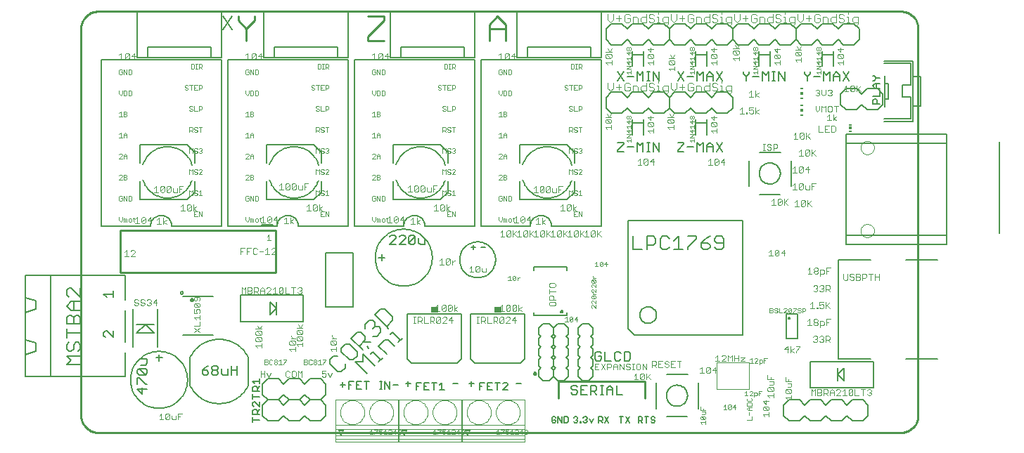
<source format=gto>
G75*
G70*
%OFA0B0*%
%FSLAX24Y24*%
%IPPOS*%
%LPD*%
%AMOC8*
5,1,8,0,0,1.08239X$1,22.5*
%
%ADD10C,0.0100*%
%ADD11C,0.0070*%
%ADD12C,0.0050*%
%ADD13C,0.0040*%
%ADD14C,0.0060*%
%ADD15C,0.0030*%
%ADD16C,0.0020*%
%ADD17C,0.0080*%
%ADD18R,0.0118X0.0059*%
%ADD19R,0.0118X0.0118*%
%ADD20C,0.0000*%
%ADD21R,0.0340X0.0300*%
D10*
X002785Y001429D02*
X002785Y019835D01*
X002787Y019889D01*
X002792Y019942D01*
X002801Y019995D01*
X002814Y020047D01*
X002830Y020099D01*
X002850Y020149D01*
X002873Y020197D01*
X002900Y020244D01*
X002929Y020289D01*
X002962Y020332D01*
X002997Y020372D01*
X003035Y020410D01*
X003075Y020445D01*
X003118Y020478D01*
X003163Y020507D01*
X003210Y020534D01*
X003258Y020557D01*
X003308Y020577D01*
X003360Y020593D01*
X003412Y020606D01*
X003465Y020615D01*
X003518Y020620D01*
X003572Y020622D01*
X041663Y020622D01*
X041717Y020620D01*
X041770Y020615D01*
X041823Y020606D01*
X041875Y020593D01*
X041927Y020577D01*
X041977Y020557D01*
X042025Y020534D01*
X042072Y020507D01*
X042117Y020478D01*
X042160Y020445D01*
X042200Y020410D01*
X042238Y020372D01*
X042273Y020332D01*
X042306Y020289D01*
X042335Y020244D01*
X042362Y020197D01*
X042385Y020149D01*
X042405Y020099D01*
X042421Y020047D01*
X042434Y019995D01*
X042443Y019942D01*
X042448Y019889D01*
X042450Y019835D01*
X042450Y001429D01*
X042448Y001375D01*
X042443Y001322D01*
X042434Y001269D01*
X042421Y001217D01*
X042405Y001165D01*
X042385Y001115D01*
X042362Y001067D01*
X042335Y001020D01*
X042306Y000975D01*
X042273Y000932D01*
X042238Y000892D01*
X042200Y000854D01*
X042160Y000819D01*
X042117Y000786D01*
X042072Y000757D01*
X042025Y000730D01*
X041977Y000707D01*
X041927Y000687D01*
X041875Y000671D01*
X041823Y000658D01*
X041770Y000649D01*
X041717Y000644D01*
X041663Y000642D01*
X003572Y000642D01*
X003518Y000644D01*
X003465Y000649D01*
X003412Y000658D01*
X003360Y000671D01*
X003308Y000687D01*
X003258Y000707D01*
X003210Y000730D01*
X003163Y000757D01*
X003118Y000786D01*
X003075Y000819D01*
X003035Y000854D01*
X002997Y000892D01*
X002962Y000932D01*
X002929Y000975D01*
X002900Y001020D01*
X002873Y001067D01*
X002850Y001115D01*
X002830Y001165D01*
X002814Y001217D01*
X002801Y001269D01*
X002792Y001322D01*
X002787Y001375D01*
X002785Y001429D01*
X007980Y006937D02*
X007982Y006950D01*
X007987Y006963D01*
X007996Y006974D01*
X008007Y006981D01*
X008020Y006986D01*
X008033Y006987D01*
X008047Y006984D01*
X008059Y006978D01*
X008069Y006969D01*
X008076Y006957D01*
X008080Y006944D01*
X008080Y006930D01*
X008076Y006917D01*
X008069Y006905D01*
X008059Y006896D01*
X008047Y006890D01*
X008033Y006887D01*
X008020Y006888D01*
X008007Y006893D01*
X007996Y006900D01*
X007987Y006911D01*
X007982Y006924D01*
X007980Y006937D01*
X004655Y008237D02*
X012005Y008237D01*
X012005Y010237D01*
X004655Y010237D01*
X004655Y008237D01*
X011330Y010487D02*
X011830Y010487D01*
X024230Y003437D02*
X024232Y003450D01*
X024237Y003463D01*
X024246Y003474D01*
X024257Y003481D01*
X024270Y003486D01*
X024283Y003487D01*
X024297Y003484D01*
X024309Y003478D01*
X024319Y003469D01*
X024326Y003457D01*
X024330Y003444D01*
X024330Y003430D01*
X024326Y003417D01*
X024319Y003405D01*
X024309Y003396D01*
X024297Y003390D01*
X024283Y003387D01*
X024270Y003388D01*
X024257Y003393D01*
X024246Y003400D01*
X024237Y003411D01*
X024232Y003424D01*
X024230Y003437D01*
X025403Y003069D02*
X029497Y003069D01*
X029497Y002282D01*
X025403Y002282D02*
X025403Y003069D01*
X022897Y019237D02*
X022897Y020005D01*
X022514Y020388D01*
X022130Y020005D01*
X022130Y019237D01*
X022130Y019813D02*
X022897Y019813D01*
X017147Y020196D02*
X016380Y019429D01*
X016380Y019237D01*
X017147Y019237D01*
X017147Y020196D02*
X017147Y020388D01*
X016380Y020388D01*
X010997Y020388D02*
X010997Y020196D01*
X010614Y019813D01*
X010614Y019237D01*
X010614Y019813D02*
X010230Y020196D01*
X010230Y020388D01*
D11*
X028216Y017753D02*
X028503Y017322D01*
X028677Y017537D02*
X028964Y017537D01*
X029137Y017322D02*
X029137Y017753D01*
X029281Y017609D01*
X029424Y017753D01*
X029424Y017322D01*
X029598Y017322D02*
X029741Y017322D01*
X029669Y017322D02*
X029669Y017753D01*
X029598Y017753D02*
X029741Y017753D01*
X029905Y017753D02*
X030192Y017322D01*
X030192Y017753D01*
X029905Y017753D02*
X029905Y017322D01*
X031063Y017322D02*
X031350Y017753D01*
X031523Y017537D02*
X031810Y017537D01*
X031984Y017322D02*
X031984Y017753D01*
X032127Y017609D01*
X032271Y017753D01*
X032271Y017322D01*
X032444Y017322D02*
X032444Y017609D01*
X032588Y017753D01*
X032731Y017609D01*
X032731Y017322D01*
X032905Y017322D02*
X033192Y017753D01*
X032905Y017753D02*
X033192Y017322D01*
X032731Y017537D02*
X032444Y017537D01*
X031350Y017322D02*
X031063Y017753D01*
X028503Y017753D02*
X028216Y017322D01*
X034166Y017681D02*
X034310Y017537D01*
X034310Y017322D01*
X034310Y017537D02*
X034453Y017681D01*
X034453Y017753D01*
X034627Y017537D02*
X034914Y017537D01*
X035087Y017322D02*
X035087Y017753D01*
X035231Y017609D01*
X035374Y017753D01*
X035374Y017322D01*
X035548Y017322D02*
X035691Y017322D01*
X035619Y017322D02*
X035619Y017753D01*
X035548Y017753D02*
X035691Y017753D01*
X035855Y017753D02*
X036142Y017322D01*
X036142Y017753D01*
X035855Y017753D02*
X035855Y017322D01*
X037063Y017681D02*
X037206Y017537D01*
X037206Y017322D01*
X037206Y017537D02*
X037350Y017681D01*
X037350Y017753D01*
X037523Y017537D02*
X037810Y017537D01*
X037984Y017322D02*
X037984Y017753D01*
X038127Y017609D01*
X038271Y017753D01*
X038271Y017322D01*
X038444Y017322D02*
X038444Y017609D01*
X038588Y017753D01*
X038731Y017609D01*
X038731Y017322D01*
X038905Y017322D02*
X039192Y017753D01*
X038905Y017753D02*
X039192Y017322D01*
X038731Y017537D02*
X038444Y017537D01*
X037063Y017681D02*
X037063Y017753D01*
X034166Y017753D02*
X034166Y017681D01*
X040306Y017570D02*
X040361Y017570D01*
X040471Y017460D01*
X040636Y017460D01*
X040471Y017460D02*
X040361Y017350D01*
X040306Y017350D01*
X040416Y017202D02*
X040306Y017092D01*
X040416Y016982D01*
X040636Y016982D01*
X040636Y016834D02*
X040636Y016613D01*
X040306Y016613D01*
X040361Y016465D02*
X040471Y016465D01*
X040526Y016410D01*
X040526Y016245D01*
X040636Y016245D02*
X040306Y016245D01*
X040306Y016410D01*
X040361Y016465D01*
X040471Y016982D02*
X040471Y017202D01*
X040416Y017202D02*
X040636Y017202D01*
X033192Y014403D02*
X032905Y013972D01*
X032731Y013972D02*
X032731Y014259D01*
X032588Y014403D01*
X032444Y014259D01*
X032444Y013972D01*
X032271Y013972D02*
X032271Y014403D01*
X032127Y014259D01*
X031984Y014403D01*
X031984Y013972D01*
X031810Y014187D02*
X031523Y014187D01*
X031350Y014331D02*
X031063Y014044D01*
X031063Y013972D01*
X031350Y013972D01*
X031350Y014331D02*
X031350Y014403D01*
X031063Y014403D01*
X030192Y014403D02*
X030192Y013972D01*
X029905Y014403D01*
X029905Y013972D01*
X029741Y013972D02*
X029598Y013972D01*
X029669Y013972D02*
X029669Y014403D01*
X029598Y014403D02*
X029741Y014403D01*
X029424Y014403D02*
X029281Y014259D01*
X029137Y014403D01*
X029137Y013972D01*
X028964Y014187D02*
X028677Y014187D01*
X028503Y014331D02*
X028216Y014044D01*
X028216Y013972D01*
X028503Y013972D01*
X028503Y014331D02*
X028503Y014403D01*
X028216Y014403D01*
X029424Y014403D02*
X029424Y013972D01*
X032444Y014187D02*
X032731Y014187D01*
X032905Y014403D02*
X033192Y013972D01*
X033136Y009953D02*
X032926Y009953D01*
X032820Y009848D01*
X032820Y009743D01*
X032926Y009638D01*
X033241Y009638D01*
X033241Y009848D02*
X033241Y009427D01*
X033136Y009322D01*
X032926Y009322D01*
X032820Y009427D01*
X032596Y009427D02*
X032596Y009532D01*
X032491Y009638D01*
X032176Y009638D01*
X032176Y009427D01*
X032281Y009322D01*
X032491Y009322D01*
X032596Y009427D01*
X032386Y009848D02*
X032176Y009638D01*
X032386Y009848D02*
X032596Y009953D01*
X033136Y009953D02*
X033241Y009848D01*
X031952Y009848D02*
X031531Y009427D01*
X031531Y009322D01*
X031307Y009322D02*
X030887Y009322D01*
X031097Y009322D02*
X031097Y009953D01*
X030887Y009743D01*
X030663Y009848D02*
X030558Y009953D01*
X030347Y009953D01*
X030242Y009848D01*
X030242Y009427D01*
X030347Y009322D01*
X030558Y009322D01*
X030663Y009427D01*
X030018Y009638D02*
X030018Y009848D01*
X029913Y009953D01*
X029598Y009953D01*
X029598Y009322D01*
X029598Y009532D02*
X029913Y009532D01*
X030018Y009638D01*
X029374Y009322D02*
X028953Y009322D01*
X028953Y009953D01*
X031531Y009953D02*
X031952Y009953D01*
X031952Y009848D01*
X028750Y004478D02*
X028534Y004478D01*
X028534Y004048D01*
X028750Y004048D01*
X028821Y004119D01*
X028821Y004406D01*
X028750Y004478D01*
X028361Y004406D02*
X028289Y004478D01*
X028146Y004478D01*
X028074Y004406D01*
X028074Y004119D01*
X028146Y004048D01*
X028289Y004048D01*
X028361Y004119D01*
X027900Y004048D02*
X027614Y004048D01*
X027614Y004478D01*
X027440Y004406D02*
X027368Y004478D01*
X027225Y004478D01*
X027153Y004406D01*
X027153Y004119D01*
X027225Y004048D01*
X027368Y004048D01*
X027440Y004119D01*
X027440Y004263D01*
X027297Y004263D01*
X027399Y002877D02*
X027543Y002877D01*
X027471Y002877D02*
X027471Y002447D01*
X027399Y002447D02*
X027543Y002447D01*
X027706Y002447D02*
X027706Y002734D01*
X027849Y002877D01*
X027993Y002734D01*
X027993Y002447D01*
X028166Y002447D02*
X028453Y002447D01*
X028166Y002447D02*
X028166Y002877D01*
X027993Y002662D02*
X027706Y002662D01*
X027226Y002662D02*
X027226Y002806D01*
X027154Y002877D01*
X026939Y002877D01*
X026939Y002447D01*
X026939Y002590D02*
X027154Y002590D01*
X027226Y002662D01*
X027082Y002590D02*
X027226Y002447D01*
X026765Y002447D02*
X026478Y002447D01*
X026478Y002877D01*
X026765Y002877D01*
X026622Y002662D02*
X026478Y002662D01*
X026305Y002590D02*
X026305Y002519D01*
X026233Y002447D01*
X026090Y002447D01*
X026018Y002519D01*
X026090Y002662D02*
X026233Y002662D01*
X026305Y002590D01*
X026305Y002806D02*
X026233Y002877D01*
X026090Y002877D01*
X026018Y002806D01*
X026018Y002734D01*
X026090Y002662D01*
X018010Y005116D02*
X017823Y004930D01*
X017916Y005023D02*
X017544Y005396D01*
X017450Y005303D01*
X017357Y005582D02*
X017264Y005675D01*
X017270Y005677D02*
X017549Y005956D01*
X017549Y006142D01*
X017177Y006515D01*
X016990Y006515D01*
X016711Y006236D01*
X017270Y005677D01*
X016989Y005583D02*
X016989Y005396D01*
X016803Y005210D01*
X016617Y005210D01*
X016523Y004929D02*
X016150Y004929D01*
X016243Y005023D02*
X015964Y004743D01*
X016150Y004557D02*
X015591Y005116D01*
X015870Y005395D01*
X016057Y005395D01*
X016243Y005209D01*
X016243Y005023D01*
X016331Y004742D02*
X016424Y004649D01*
X016610Y004463D02*
X016983Y004090D01*
X016890Y003997D02*
X017076Y004183D01*
X017263Y004370D02*
X016891Y004743D01*
X017170Y005022D01*
X017356Y005022D01*
X017636Y004743D01*
X016610Y004463D02*
X016517Y004369D01*
X016144Y004369D02*
X016144Y003996D01*
X015771Y003996D01*
X016330Y003437D01*
X016703Y003810D02*
X016144Y004369D01*
X015869Y004276D02*
X015869Y004463D01*
X015497Y004835D01*
X015310Y004835D01*
X015124Y004649D01*
X015124Y004463D01*
X015497Y004090D01*
X015683Y004090D01*
X015869Y004276D01*
X015310Y003903D02*
X015310Y003716D01*
X015123Y003530D01*
X014937Y003530D01*
X014564Y003903D01*
X014564Y004089D01*
X014750Y004275D01*
X014937Y004275D01*
X016244Y005583D02*
X016244Y005769D01*
X016430Y005955D01*
X016617Y005955D01*
X016710Y005862D01*
X016710Y005676D01*
X016896Y005676D01*
X016989Y005583D01*
X016710Y005676D02*
X016617Y005583D01*
X002745Y005789D02*
X002745Y006104D01*
X002640Y006209D01*
X002535Y006209D01*
X002430Y006104D01*
X002430Y005789D01*
X002745Y005789D02*
X002114Y005789D01*
X002114Y006104D01*
X002220Y006209D01*
X002325Y006209D01*
X002430Y006104D01*
X002430Y006433D02*
X002430Y006854D01*
X002325Y006854D02*
X002745Y006854D01*
X002745Y007078D02*
X002325Y007498D01*
X002220Y007498D01*
X002114Y007393D01*
X002114Y007183D01*
X002220Y007078D01*
X002325Y006854D02*
X002114Y006643D01*
X002325Y006433D01*
X002745Y006433D01*
X002745Y007078D02*
X002745Y007498D01*
X002114Y005564D02*
X002114Y005144D01*
X002114Y005354D02*
X002745Y005354D01*
X002640Y004920D02*
X002745Y004815D01*
X002745Y004605D01*
X002640Y004500D01*
X002430Y004605D02*
X002430Y004815D01*
X002535Y004920D01*
X002640Y004920D01*
X002220Y004920D02*
X002114Y004815D01*
X002114Y004605D01*
X002220Y004500D01*
X002325Y004500D01*
X002430Y004605D01*
X002114Y004275D02*
X002745Y004275D01*
X002325Y004065D02*
X002114Y004275D01*
X002325Y004065D02*
X002114Y003855D01*
X002745Y003855D01*
D12*
X003930Y005152D02*
X003855Y005227D01*
X003855Y005377D01*
X003930Y005452D01*
X004005Y005452D01*
X004305Y005152D01*
X004305Y005452D01*
X005605Y004144D02*
X005905Y004144D01*
X005905Y003919D01*
X005830Y003843D01*
X005605Y003843D01*
X005530Y003683D02*
X005830Y003383D01*
X005905Y003458D01*
X005905Y003608D01*
X005830Y003683D01*
X005530Y003683D01*
X005455Y003608D01*
X005455Y003458D01*
X005530Y003383D01*
X005830Y003383D01*
X005530Y003223D02*
X005830Y002923D01*
X005905Y002923D01*
X005905Y002687D02*
X005455Y002687D01*
X005680Y002462D01*
X005680Y002763D01*
X005455Y002923D02*
X005455Y003223D01*
X005530Y003223D01*
X007952Y002868D02*
X007952Y004207D01*
X007952Y002868D02*
X007989Y002799D01*
X008028Y002732D01*
X008071Y002667D01*
X008117Y002605D01*
X008166Y002544D01*
X008218Y002487D01*
X008273Y002432D01*
X008331Y002380D01*
X008391Y002331D01*
X008454Y002285D01*
X008519Y002242D01*
X008586Y002203D01*
X008654Y002167D01*
X008725Y002134D01*
X008797Y002105D01*
X008871Y002080D01*
X008946Y002059D01*
X009021Y002041D01*
X009098Y002028D01*
X009175Y002018D01*
X009252Y002012D01*
X009330Y002010D01*
X009408Y002012D01*
X009485Y002018D01*
X009562Y002028D01*
X009639Y002041D01*
X009714Y002059D01*
X009789Y002080D01*
X009863Y002105D01*
X009935Y002134D01*
X010006Y002167D01*
X010074Y002203D01*
X010141Y002242D01*
X010206Y002285D01*
X010269Y002331D01*
X010329Y002380D01*
X010387Y002432D01*
X010442Y002487D01*
X010494Y002544D01*
X010543Y002605D01*
X010589Y002667D01*
X010632Y002732D01*
X010671Y002799D01*
X010708Y002868D01*
X010708Y004207D01*
X010708Y004206D02*
X010671Y004275D01*
X010632Y004342D01*
X010589Y004407D01*
X010543Y004469D01*
X010494Y004530D01*
X010442Y004587D01*
X010387Y004642D01*
X010329Y004694D01*
X010269Y004743D01*
X010206Y004789D01*
X010141Y004832D01*
X010074Y004871D01*
X010006Y004907D01*
X009935Y004940D01*
X009863Y004969D01*
X009789Y004994D01*
X009714Y005015D01*
X009639Y005033D01*
X009562Y005046D01*
X009485Y005056D01*
X009408Y005062D01*
X009330Y005064D01*
X009252Y005062D01*
X009175Y005056D01*
X009098Y005046D01*
X009021Y005033D01*
X008946Y005015D01*
X008871Y004994D01*
X008797Y004969D01*
X008725Y004940D01*
X008654Y004907D01*
X008586Y004871D01*
X008519Y004832D01*
X008454Y004789D01*
X008391Y004743D01*
X008331Y004694D01*
X008273Y004642D01*
X008218Y004587D01*
X008166Y004530D01*
X008117Y004469D01*
X008071Y004407D01*
X008028Y004342D01*
X007989Y004275D01*
X007952Y004206D01*
X010905Y003078D02*
X011255Y003078D01*
X011255Y002961D02*
X011255Y003195D01*
X011021Y002961D02*
X010905Y003078D01*
X010963Y002827D02*
X011080Y002827D01*
X011138Y002768D01*
X011138Y002593D01*
X011138Y002710D02*
X011255Y002827D01*
X011255Y002593D02*
X010905Y002593D01*
X010905Y002768D01*
X010963Y002827D01*
X010905Y002458D02*
X010905Y002225D01*
X010905Y002342D02*
X011255Y002342D01*
X011255Y002095D02*
X011255Y001861D01*
X011021Y002095D01*
X010963Y002095D01*
X010905Y002037D01*
X010905Y001920D01*
X010963Y001861D01*
X010963Y001727D02*
X011080Y001727D01*
X011138Y001668D01*
X011138Y001493D01*
X011138Y001610D02*
X011255Y001727D01*
X011255Y001493D02*
X010905Y001493D01*
X010905Y001668D01*
X010963Y001727D01*
X010905Y001358D02*
X010905Y001125D01*
X010905Y001242D02*
X011255Y001242D01*
X015068Y002912D02*
X015301Y002912D01*
X015184Y002796D02*
X015184Y003029D01*
X015468Y003063D02*
X015701Y003063D01*
X015836Y003063D02*
X015836Y002712D01*
X016069Y002712D01*
X015953Y002887D02*
X015836Y002887D01*
X015836Y003063D02*
X016069Y003063D01*
X016204Y003063D02*
X016438Y003063D01*
X016321Y003063D02*
X016321Y002712D01*
X016941Y002712D02*
X017058Y002712D01*
X016999Y002712D02*
X016999Y003063D01*
X016941Y003063D02*
X017058Y003063D01*
X017186Y003063D02*
X017420Y002712D01*
X017420Y003063D01*
X017568Y002912D02*
X017801Y002912D01*
X018168Y002962D02*
X018401Y002962D01*
X018284Y002846D02*
X018284Y003079D01*
X018668Y003013D02*
X018901Y003013D01*
X019036Y003013D02*
X019036Y002662D01*
X019269Y002662D01*
X019153Y002837D02*
X019036Y002837D01*
X019036Y003013D02*
X019269Y003013D01*
X019404Y003013D02*
X019638Y003013D01*
X019521Y003013D02*
X019521Y002662D01*
X019772Y002662D02*
X020006Y002662D01*
X019889Y002662D02*
X019889Y003013D01*
X019772Y002896D01*
X020418Y002962D02*
X020651Y002962D01*
X021168Y002962D02*
X021401Y002962D01*
X021284Y002846D02*
X021284Y003079D01*
X021668Y003013D02*
X021901Y003013D01*
X022036Y003013D02*
X022036Y002662D01*
X022269Y002662D01*
X022153Y002837D02*
X022036Y002837D01*
X022036Y003013D02*
X022269Y003013D01*
X022404Y003013D02*
X022638Y003013D01*
X022521Y003013D02*
X022521Y002662D01*
X022772Y002662D02*
X023006Y002896D01*
X023006Y002954D01*
X022948Y003013D01*
X022831Y003013D01*
X022772Y002954D01*
X023418Y002962D02*
X023651Y002962D01*
X023006Y002662D02*
X022772Y002662D01*
X021784Y002837D02*
X021668Y002837D01*
X021668Y002662D02*
X021668Y003013D01*
X024480Y003287D02*
X024680Y003087D01*
X024980Y003087D01*
X025180Y003287D01*
X025180Y003587D01*
X025080Y003687D01*
X025180Y003787D01*
X025180Y004087D01*
X025080Y004187D01*
X025180Y004287D01*
X025180Y004587D01*
X025080Y004687D01*
X025180Y004787D01*
X025180Y005087D01*
X025080Y005187D01*
X025180Y005287D01*
X025180Y005587D01*
X024980Y005787D01*
X024680Y005787D01*
X024480Y005587D01*
X024480Y005287D01*
X024580Y005187D01*
X024480Y005087D01*
X024480Y004787D01*
X024580Y004687D01*
X024480Y004587D01*
X024480Y004287D01*
X024580Y004187D01*
X024480Y004087D01*
X024480Y003787D01*
X024580Y003687D01*
X024480Y003587D01*
X024480Y003287D01*
X025180Y003287D02*
X025180Y003587D01*
X025280Y003687D01*
X025180Y003787D01*
X025180Y004087D01*
X025280Y004187D01*
X025180Y004287D01*
X025180Y004587D01*
X025280Y004687D01*
X025180Y004787D01*
X025180Y005087D01*
X025280Y005187D01*
X025180Y005287D01*
X025180Y005587D01*
X025380Y005787D01*
X025680Y005787D01*
X025880Y005587D01*
X025880Y005287D01*
X025780Y005187D01*
X025880Y005087D01*
X025880Y004787D01*
X025780Y004687D01*
X025880Y004587D01*
X025880Y004287D01*
X025780Y004187D01*
X025880Y004087D01*
X025880Y003787D01*
X025780Y003687D01*
X025880Y003587D01*
X025880Y003287D01*
X025680Y003087D01*
X025380Y003087D01*
X025180Y003287D01*
X026330Y003287D02*
X026330Y003587D01*
X026430Y003687D01*
X026330Y003787D01*
X026330Y004087D01*
X026430Y004187D01*
X026330Y004287D01*
X026330Y004587D01*
X026430Y004687D01*
X026330Y004787D01*
X026330Y005087D01*
X026430Y005187D01*
X026330Y005287D01*
X026330Y005587D01*
X026530Y005787D01*
X026830Y005787D01*
X027030Y005587D01*
X027030Y005287D01*
X026930Y005187D01*
X027030Y005087D01*
X027030Y004787D01*
X026930Y004687D01*
X027030Y004587D01*
X027030Y004287D01*
X026930Y004187D01*
X027030Y004087D01*
X027030Y003787D01*
X026930Y003687D01*
X027030Y003587D01*
X027030Y003287D01*
X026830Y003087D01*
X026530Y003087D01*
X026330Y003287D01*
X026279Y001386D02*
X026324Y001341D01*
X026324Y001296D01*
X026279Y001250D01*
X026324Y001205D01*
X026324Y001160D01*
X026279Y001115D01*
X026189Y001115D01*
X026144Y001160D01*
X026234Y001250D02*
X026279Y001250D01*
X026279Y001386D02*
X026189Y001386D01*
X026144Y001341D01*
X025863Y001341D02*
X025863Y001160D01*
X025818Y001115D01*
X025683Y001115D01*
X025683Y001386D01*
X025818Y001386D01*
X025863Y001341D01*
X025569Y001386D02*
X025569Y001115D01*
X025389Y001386D01*
X025389Y001115D01*
X025274Y001160D02*
X025274Y001250D01*
X025184Y001250D01*
X025094Y001160D02*
X025139Y001115D01*
X025229Y001115D01*
X025274Y001160D01*
X025094Y001160D02*
X025094Y001341D01*
X025139Y001386D01*
X025229Y001386D01*
X025274Y001341D01*
X026439Y001160D02*
X026484Y001160D01*
X026484Y001115D01*
X026439Y001115D01*
X026439Y001160D01*
X026586Y001160D02*
X026631Y001115D01*
X026721Y001115D01*
X026766Y001160D01*
X026766Y001205D01*
X026721Y001250D01*
X026676Y001250D01*
X026721Y001250D02*
X026766Y001296D01*
X026766Y001341D01*
X026721Y001386D01*
X026631Y001386D01*
X026586Y001341D01*
X026881Y001296D02*
X026971Y001115D01*
X027061Y001296D01*
X027318Y001386D02*
X027453Y001386D01*
X027498Y001341D01*
X027498Y001250D01*
X027453Y001205D01*
X027318Y001205D01*
X027318Y001115D02*
X027318Y001386D01*
X027408Y001205D02*
X027498Y001115D01*
X027612Y001115D02*
X027792Y001386D01*
X027612Y001386D02*
X027792Y001115D01*
X028302Y001386D02*
X028482Y001386D01*
X028392Y001386D02*
X028392Y001115D01*
X028597Y001115D02*
X028777Y001386D01*
X028597Y001386D02*
X028777Y001115D01*
X029207Y001115D02*
X029207Y001386D01*
X029342Y001386D01*
X029388Y001341D01*
X029388Y001250D01*
X029342Y001205D01*
X029207Y001205D01*
X029297Y001205D02*
X029388Y001115D01*
X029592Y001115D02*
X029592Y001386D01*
X029502Y001386D02*
X029682Y001386D01*
X029797Y001341D02*
X029797Y001296D01*
X029842Y001250D01*
X029932Y001250D01*
X029977Y001205D01*
X029977Y001160D01*
X029932Y001115D01*
X029842Y001115D01*
X029797Y001160D01*
X029797Y001341D02*
X029842Y001386D01*
X029932Y001386D01*
X029977Y001341D01*
X037338Y002757D02*
X037338Y002936D01*
X037338Y004017D01*
X040332Y004017D01*
X040332Y003936D01*
X040332Y002757D01*
X037338Y002757D01*
X037338Y002838D02*
X037338Y002936D01*
X038630Y003087D02*
X038630Y003387D01*
X038630Y003687D01*
X038630Y003387D02*
X038930Y003687D01*
X038930Y003087D01*
X038630Y003387D01*
X040332Y003913D02*
X040332Y003936D01*
X039030Y009569D02*
X043794Y009569D01*
X043794Y009589D01*
X043794Y009569D01*
X043794Y009589D02*
X043794Y014746D01*
X043794Y014786D01*
X043794Y014805D01*
X043794Y014786D01*
X043794Y014746D01*
X043794Y014805D02*
X039030Y014805D01*
X039030Y014786D02*
X039030Y014244D01*
X039030Y013811D01*
X039030Y013378D01*
X039030Y012945D01*
X039030Y012512D01*
X039030Y012079D01*
X039030Y011646D01*
X039030Y011213D01*
X039030Y010780D01*
X039030Y010317D01*
X039030Y009589D01*
X039030Y010002D02*
X043794Y010002D01*
X046313Y010101D02*
X046313Y014431D01*
X043794Y014372D02*
X039030Y014372D01*
X039030Y014244D01*
X039030Y014156D01*
X039030Y013811D01*
X039030Y013378D01*
X039030Y012945D01*
X039030Y012512D01*
X039030Y012079D01*
X039030Y011646D01*
X039030Y011213D01*
X039030Y010780D01*
X039030Y010317D01*
X039030Y010219D01*
X039030Y010002D01*
X027430Y018437D02*
X026930Y018437D01*
X026930Y018937D01*
X023930Y018937D01*
X023930Y018437D01*
X023430Y018437D01*
X023430Y020637D01*
X027430Y020637D01*
X027430Y018437D01*
X026930Y018437D02*
X023930Y018437D01*
X021430Y018437D02*
X020930Y018437D01*
X020930Y018937D01*
X017930Y018937D01*
X017930Y018437D01*
X017430Y018437D01*
X017430Y020637D01*
X021430Y020637D01*
X021430Y018437D01*
X020930Y018437D02*
X017930Y018437D01*
X015430Y018437D02*
X014930Y018437D01*
X014930Y018937D01*
X011930Y018937D01*
X011930Y018437D01*
X011430Y018437D01*
X011430Y020637D01*
X015430Y020637D01*
X015430Y018437D01*
X014930Y018437D02*
X011930Y018437D01*
X009430Y018437D02*
X008930Y018437D01*
X008930Y018937D01*
X005930Y018937D01*
X005930Y018437D01*
X005430Y018437D01*
X005430Y020637D01*
X009430Y020637D01*
X009430Y018437D01*
X008930Y018437D02*
X005930Y018437D01*
X017405Y009938D02*
X017480Y010013D01*
X017630Y010013D01*
X017705Y009938D01*
X017705Y009863D01*
X017405Y009562D01*
X017705Y009562D01*
X017865Y009562D02*
X018166Y009863D01*
X018166Y009938D01*
X018091Y010013D01*
X017940Y010013D01*
X017865Y009938D01*
X018326Y009938D02*
X018401Y010013D01*
X018551Y010013D01*
X018626Y009938D01*
X018326Y009637D01*
X018401Y009562D01*
X018551Y009562D01*
X018626Y009637D01*
X018626Y009938D01*
X018786Y009863D02*
X018786Y009637D01*
X018861Y009562D01*
X019086Y009562D01*
X019086Y009863D01*
X018326Y009938D02*
X018326Y009637D01*
X018166Y009562D02*
X017865Y009562D01*
X013322Y007167D02*
X013322Y006988D01*
X013322Y005907D01*
X010328Y005907D01*
X010328Y005988D01*
X010328Y007167D01*
X013322Y007167D01*
X013322Y007086D02*
X013322Y006988D01*
X012030Y006837D02*
X012030Y006537D01*
X012030Y006237D01*
X012030Y006537D02*
X011730Y006237D01*
X011730Y006837D01*
X012030Y006537D01*
X010328Y006011D02*
X010328Y005988D01*
X004305Y007052D02*
X004305Y007352D01*
X004305Y007202D02*
X003855Y007202D01*
X004005Y007052D01*
X015468Y003063D02*
X015468Y002712D01*
X015468Y002887D02*
X015584Y002887D01*
X017186Y002712D02*
X017186Y003063D01*
X018668Y003013D02*
X018668Y002662D01*
X018668Y002837D02*
X018784Y002837D01*
D13*
X017854Y002203D02*
X020806Y002203D01*
X020806Y001001D01*
X017854Y001001D01*
X017854Y000811D01*
X017854Y000491D01*
X017854Y000318D01*
X017854Y000200D01*
X020806Y000200D01*
X020806Y000318D01*
X020806Y000491D01*
X017854Y000491D01*
X017806Y000491D02*
X017806Y000318D01*
X014854Y000318D01*
X014854Y000491D01*
X017806Y000491D01*
X017806Y000811D01*
X017806Y001001D01*
X014854Y001001D01*
X014854Y000811D01*
X014854Y000491D01*
X014854Y000318D02*
X014854Y000200D01*
X017806Y000200D01*
X017806Y000318D01*
X017854Y000318D02*
X020806Y000318D01*
X020854Y000318D02*
X020854Y000491D01*
X023806Y000491D01*
X023806Y000318D01*
X020854Y000318D01*
X020854Y000200D01*
X023806Y000200D01*
X023806Y000318D01*
X023806Y000491D02*
X023806Y000811D01*
X023806Y001001D01*
X020854Y001001D01*
X020854Y000811D01*
X020854Y000491D01*
X020806Y000491D02*
X020806Y000811D01*
X020806Y001001D01*
X020854Y001001D02*
X020854Y002203D01*
X023806Y002203D01*
X023806Y001001D01*
X023806Y000811D02*
X020854Y000811D01*
X020806Y000811D02*
X017854Y000811D01*
X017806Y000811D02*
X014854Y000811D01*
X014964Y000762D02*
X015089Y000512D01*
X015214Y000762D01*
X014964Y000762D01*
X014966Y000758D02*
X015211Y000758D01*
X015192Y000719D02*
X014985Y000719D01*
X015005Y000681D02*
X015173Y000681D01*
X015154Y000642D02*
X015024Y000642D01*
X015043Y000604D02*
X015134Y000604D01*
X015115Y000565D02*
X015062Y000565D01*
X015082Y000527D02*
X015096Y000527D01*
X014854Y001001D02*
X014854Y002203D01*
X017806Y002203D01*
X017806Y001001D01*
X017854Y001001D02*
X017854Y002203D01*
X017494Y001878D02*
X017491Y001875D01*
X016448Y001598D02*
X016450Y001645D01*
X016456Y001692D01*
X016465Y001738D01*
X016479Y001783D01*
X016496Y001827D01*
X016517Y001870D01*
X016541Y001910D01*
X016568Y001949D01*
X016599Y001985D01*
X016632Y002018D01*
X016668Y002049D01*
X016707Y002076D01*
X016747Y002100D01*
X016790Y002121D01*
X016834Y002138D01*
X016879Y002152D01*
X016925Y002161D01*
X016972Y002167D01*
X017019Y002169D01*
X017066Y002167D01*
X017113Y002161D01*
X017159Y002152D01*
X017204Y002138D01*
X017248Y002121D01*
X017291Y002100D01*
X017331Y002076D01*
X017370Y002049D01*
X017406Y002018D01*
X017439Y001985D01*
X017470Y001949D01*
X017497Y001910D01*
X017521Y001870D01*
X017542Y001827D01*
X017559Y001783D01*
X017573Y001738D01*
X017582Y001692D01*
X017588Y001645D01*
X017590Y001598D01*
X017588Y001551D01*
X017582Y001504D01*
X017573Y001458D01*
X017559Y001413D01*
X017542Y001369D01*
X017521Y001326D01*
X017497Y001286D01*
X017470Y001247D01*
X017439Y001211D01*
X017406Y001178D01*
X017370Y001147D01*
X017331Y001120D01*
X017291Y001096D01*
X017248Y001075D01*
X017204Y001058D01*
X017159Y001044D01*
X017113Y001035D01*
X017066Y001029D01*
X017019Y001027D01*
X016972Y001029D01*
X016925Y001035D01*
X016879Y001044D01*
X016834Y001058D01*
X016790Y001075D01*
X016747Y001096D01*
X016707Y001120D01*
X016668Y001147D01*
X016632Y001178D01*
X016599Y001211D01*
X016568Y001247D01*
X016541Y001286D01*
X016517Y001326D01*
X016496Y001369D01*
X016479Y001413D01*
X016465Y001458D01*
X016456Y001504D01*
X016450Y001551D01*
X016448Y001598D01*
X016116Y001878D02*
X016113Y001875D01*
X015070Y001598D02*
X015072Y001645D01*
X015078Y001692D01*
X015087Y001738D01*
X015101Y001783D01*
X015118Y001827D01*
X015139Y001870D01*
X015163Y001910D01*
X015190Y001949D01*
X015221Y001985D01*
X015254Y002018D01*
X015290Y002049D01*
X015329Y002076D01*
X015369Y002100D01*
X015412Y002121D01*
X015456Y002138D01*
X015501Y002152D01*
X015547Y002161D01*
X015594Y002167D01*
X015641Y002169D01*
X015688Y002167D01*
X015735Y002161D01*
X015781Y002152D01*
X015826Y002138D01*
X015870Y002121D01*
X015913Y002100D01*
X015953Y002076D01*
X015992Y002049D01*
X016028Y002018D01*
X016061Y001985D01*
X016092Y001949D01*
X016119Y001910D01*
X016143Y001870D01*
X016164Y001827D01*
X016181Y001783D01*
X016195Y001738D01*
X016204Y001692D01*
X016210Y001645D01*
X016212Y001598D01*
X016210Y001551D01*
X016204Y001504D01*
X016195Y001458D01*
X016181Y001413D01*
X016164Y001369D01*
X016143Y001326D01*
X016119Y001286D01*
X016092Y001247D01*
X016061Y001211D01*
X016028Y001178D01*
X015992Y001147D01*
X015953Y001120D01*
X015913Y001096D01*
X015870Y001075D01*
X015826Y001058D01*
X015781Y001044D01*
X015735Y001035D01*
X015688Y001029D01*
X015641Y001027D01*
X015594Y001029D01*
X015547Y001035D01*
X015501Y001044D01*
X015456Y001058D01*
X015412Y001075D01*
X015369Y001096D01*
X015329Y001120D01*
X015290Y001147D01*
X015254Y001178D01*
X015221Y001211D01*
X015190Y001247D01*
X015163Y001286D01*
X015139Y001326D01*
X015118Y001369D01*
X015101Y001413D01*
X015087Y001458D01*
X015078Y001504D01*
X015072Y001551D01*
X015070Y001598D01*
X017964Y000762D02*
X018089Y000512D01*
X018214Y000762D01*
X017964Y000762D01*
X017966Y000758D02*
X018211Y000758D01*
X018192Y000719D02*
X017985Y000719D01*
X018005Y000681D02*
X018173Y000681D01*
X018154Y000642D02*
X018024Y000642D01*
X018043Y000604D02*
X018134Y000604D01*
X018115Y000565D02*
X018062Y000565D01*
X018082Y000527D02*
X018096Y000527D01*
X018070Y001598D02*
X018072Y001645D01*
X018078Y001692D01*
X018087Y001738D01*
X018101Y001783D01*
X018118Y001827D01*
X018139Y001870D01*
X018163Y001910D01*
X018190Y001949D01*
X018221Y001985D01*
X018254Y002018D01*
X018290Y002049D01*
X018329Y002076D01*
X018369Y002100D01*
X018412Y002121D01*
X018456Y002138D01*
X018501Y002152D01*
X018547Y002161D01*
X018594Y002167D01*
X018641Y002169D01*
X018688Y002167D01*
X018735Y002161D01*
X018781Y002152D01*
X018826Y002138D01*
X018870Y002121D01*
X018913Y002100D01*
X018953Y002076D01*
X018992Y002049D01*
X019028Y002018D01*
X019061Y001985D01*
X019092Y001949D01*
X019119Y001910D01*
X019143Y001870D01*
X019164Y001827D01*
X019181Y001783D01*
X019195Y001738D01*
X019204Y001692D01*
X019210Y001645D01*
X019212Y001598D01*
X019210Y001551D01*
X019204Y001504D01*
X019195Y001458D01*
X019181Y001413D01*
X019164Y001369D01*
X019143Y001326D01*
X019119Y001286D01*
X019092Y001247D01*
X019061Y001211D01*
X019028Y001178D01*
X018992Y001147D01*
X018953Y001120D01*
X018913Y001096D01*
X018870Y001075D01*
X018826Y001058D01*
X018781Y001044D01*
X018735Y001035D01*
X018688Y001029D01*
X018641Y001027D01*
X018594Y001029D01*
X018547Y001035D01*
X018501Y001044D01*
X018456Y001058D01*
X018412Y001075D01*
X018369Y001096D01*
X018329Y001120D01*
X018290Y001147D01*
X018254Y001178D01*
X018221Y001211D01*
X018190Y001247D01*
X018163Y001286D01*
X018139Y001326D01*
X018118Y001369D01*
X018101Y001413D01*
X018087Y001458D01*
X018078Y001504D01*
X018072Y001551D01*
X018070Y001598D01*
X019113Y001875D02*
X019116Y001878D01*
X019448Y001598D02*
X019450Y001645D01*
X019456Y001692D01*
X019465Y001738D01*
X019479Y001783D01*
X019496Y001827D01*
X019517Y001870D01*
X019541Y001910D01*
X019568Y001949D01*
X019599Y001985D01*
X019632Y002018D01*
X019668Y002049D01*
X019707Y002076D01*
X019747Y002100D01*
X019790Y002121D01*
X019834Y002138D01*
X019879Y002152D01*
X019925Y002161D01*
X019972Y002167D01*
X020019Y002169D01*
X020066Y002167D01*
X020113Y002161D01*
X020159Y002152D01*
X020204Y002138D01*
X020248Y002121D01*
X020291Y002100D01*
X020331Y002076D01*
X020370Y002049D01*
X020406Y002018D01*
X020439Y001985D01*
X020470Y001949D01*
X020497Y001910D01*
X020521Y001870D01*
X020542Y001827D01*
X020559Y001783D01*
X020573Y001738D01*
X020582Y001692D01*
X020588Y001645D01*
X020590Y001598D01*
X020588Y001551D01*
X020582Y001504D01*
X020573Y001458D01*
X020559Y001413D01*
X020542Y001369D01*
X020521Y001326D01*
X020497Y001286D01*
X020470Y001247D01*
X020439Y001211D01*
X020406Y001178D01*
X020370Y001147D01*
X020331Y001120D01*
X020291Y001096D01*
X020248Y001075D01*
X020204Y001058D01*
X020159Y001044D01*
X020113Y001035D01*
X020066Y001029D01*
X020019Y001027D01*
X019972Y001029D01*
X019925Y001035D01*
X019879Y001044D01*
X019834Y001058D01*
X019790Y001075D01*
X019747Y001096D01*
X019707Y001120D01*
X019668Y001147D01*
X019632Y001178D01*
X019599Y001211D01*
X019568Y001247D01*
X019541Y001286D01*
X019517Y001326D01*
X019496Y001369D01*
X019479Y001413D01*
X019465Y001458D01*
X019456Y001504D01*
X019450Y001551D01*
X019448Y001598D01*
X020491Y001875D02*
X020494Y001878D01*
X021070Y001598D02*
X021072Y001645D01*
X021078Y001692D01*
X021087Y001738D01*
X021101Y001783D01*
X021118Y001827D01*
X021139Y001870D01*
X021163Y001910D01*
X021190Y001949D01*
X021221Y001985D01*
X021254Y002018D01*
X021290Y002049D01*
X021329Y002076D01*
X021369Y002100D01*
X021412Y002121D01*
X021456Y002138D01*
X021501Y002152D01*
X021547Y002161D01*
X021594Y002167D01*
X021641Y002169D01*
X021688Y002167D01*
X021735Y002161D01*
X021781Y002152D01*
X021826Y002138D01*
X021870Y002121D01*
X021913Y002100D01*
X021953Y002076D01*
X021992Y002049D01*
X022028Y002018D01*
X022061Y001985D01*
X022092Y001949D01*
X022119Y001910D01*
X022143Y001870D01*
X022164Y001827D01*
X022181Y001783D01*
X022195Y001738D01*
X022204Y001692D01*
X022210Y001645D01*
X022212Y001598D01*
X022210Y001551D01*
X022204Y001504D01*
X022195Y001458D01*
X022181Y001413D01*
X022164Y001369D01*
X022143Y001326D01*
X022119Y001286D01*
X022092Y001247D01*
X022061Y001211D01*
X022028Y001178D01*
X021992Y001147D01*
X021953Y001120D01*
X021913Y001096D01*
X021870Y001075D01*
X021826Y001058D01*
X021781Y001044D01*
X021735Y001035D01*
X021688Y001029D01*
X021641Y001027D01*
X021594Y001029D01*
X021547Y001035D01*
X021501Y001044D01*
X021456Y001058D01*
X021412Y001075D01*
X021369Y001096D01*
X021329Y001120D01*
X021290Y001147D01*
X021254Y001178D01*
X021221Y001211D01*
X021190Y001247D01*
X021163Y001286D01*
X021139Y001326D01*
X021118Y001369D01*
X021101Y001413D01*
X021087Y001458D01*
X021078Y001504D01*
X021072Y001551D01*
X021070Y001598D01*
X022113Y001875D02*
X022116Y001878D01*
X022448Y001598D02*
X022450Y001645D01*
X022456Y001692D01*
X022465Y001738D01*
X022479Y001783D01*
X022496Y001827D01*
X022517Y001870D01*
X022541Y001910D01*
X022568Y001949D01*
X022599Y001985D01*
X022632Y002018D01*
X022668Y002049D01*
X022707Y002076D01*
X022747Y002100D01*
X022790Y002121D01*
X022834Y002138D01*
X022879Y002152D01*
X022925Y002161D01*
X022972Y002167D01*
X023019Y002169D01*
X023066Y002167D01*
X023113Y002161D01*
X023159Y002152D01*
X023204Y002138D01*
X023248Y002121D01*
X023291Y002100D01*
X023331Y002076D01*
X023370Y002049D01*
X023406Y002018D01*
X023439Y001985D01*
X023470Y001949D01*
X023497Y001910D01*
X023521Y001870D01*
X023542Y001827D01*
X023559Y001783D01*
X023573Y001738D01*
X023582Y001692D01*
X023588Y001645D01*
X023590Y001598D01*
X023588Y001551D01*
X023582Y001504D01*
X023573Y001458D01*
X023559Y001413D01*
X023542Y001369D01*
X023521Y001326D01*
X023497Y001286D01*
X023470Y001247D01*
X023439Y001211D01*
X023406Y001178D01*
X023370Y001147D01*
X023331Y001120D01*
X023291Y001096D01*
X023248Y001075D01*
X023204Y001058D01*
X023159Y001044D01*
X023113Y001035D01*
X023066Y001029D01*
X023019Y001027D01*
X022972Y001029D01*
X022925Y001035D01*
X022879Y001044D01*
X022834Y001058D01*
X022790Y001075D01*
X022747Y001096D01*
X022707Y001120D01*
X022668Y001147D01*
X022632Y001178D01*
X022599Y001211D01*
X022568Y001247D01*
X022541Y001286D01*
X022517Y001326D01*
X022496Y001369D01*
X022479Y001413D01*
X022465Y001458D01*
X022456Y001504D01*
X022450Y001551D01*
X022448Y001598D01*
X023491Y001875D02*
X023494Y001878D01*
X021214Y000762D02*
X021089Y000512D01*
X020964Y000762D01*
X021214Y000762D01*
X021211Y000758D02*
X020966Y000758D01*
X020985Y000719D02*
X021192Y000719D01*
X021173Y000681D02*
X021005Y000681D01*
X021024Y000642D02*
X021154Y000642D01*
X021134Y000604D02*
X021043Y000604D01*
X021062Y000565D02*
X021115Y000565D01*
X021096Y000527D02*
X021082Y000527D01*
X014678Y003468D02*
X014585Y003281D01*
X014491Y003468D01*
X014383Y003421D02*
X014383Y003328D01*
X014337Y003281D01*
X014243Y003281D01*
X014197Y003328D01*
X014197Y003421D02*
X014290Y003468D01*
X014337Y003468D01*
X014383Y003421D01*
X014383Y003562D02*
X014197Y003562D01*
X014197Y003421D01*
X013260Y003562D02*
X013260Y003281D01*
X013073Y003281D02*
X013073Y003562D01*
X013167Y003468D01*
X013260Y003562D01*
X012966Y003515D02*
X012966Y003328D01*
X012919Y003281D01*
X012825Y003281D01*
X012779Y003328D01*
X012779Y003515D01*
X012825Y003562D01*
X012919Y003562D01*
X012966Y003515D01*
X012671Y003515D02*
X012624Y003562D01*
X012531Y003562D01*
X012484Y003515D01*
X012484Y003328D01*
X012531Y003281D01*
X012624Y003281D01*
X012671Y003328D01*
X011778Y003468D02*
X011685Y003281D01*
X011591Y003468D01*
X011483Y003421D02*
X011297Y003421D01*
X011297Y003281D02*
X011297Y003562D01*
X011483Y003562D02*
X011483Y003281D01*
X027138Y003633D02*
X027325Y003633D01*
X027433Y003633D02*
X027620Y003913D01*
X027727Y003913D02*
X027868Y003913D01*
X027914Y003866D01*
X027914Y003773D01*
X027868Y003726D01*
X027727Y003726D01*
X027727Y003633D02*
X027727Y003913D01*
X027433Y003913D02*
X027620Y003633D01*
X028022Y003633D02*
X028022Y003819D01*
X028116Y003913D01*
X028209Y003819D01*
X028209Y003633D01*
X028317Y003633D02*
X028317Y003913D01*
X028504Y003633D01*
X028504Y003913D01*
X028611Y003866D02*
X028611Y003819D01*
X028658Y003773D01*
X028752Y003773D01*
X028798Y003726D01*
X028798Y003679D01*
X028752Y003633D01*
X028658Y003633D01*
X028611Y003679D01*
X028611Y003866D02*
X028658Y003913D01*
X028752Y003913D01*
X028798Y003866D01*
X028906Y003913D02*
X029000Y003913D01*
X028953Y003913D02*
X028953Y003633D01*
X028906Y003633D02*
X029000Y003633D01*
X029103Y003679D02*
X029149Y003633D01*
X029243Y003633D01*
X029289Y003679D01*
X029289Y003866D01*
X029243Y003913D01*
X029149Y003913D01*
X029103Y003866D01*
X029103Y003679D01*
X029397Y003633D02*
X029397Y003913D01*
X029584Y003633D01*
X029584Y003913D01*
X029860Y003844D02*
X030000Y003844D01*
X030047Y003890D01*
X030047Y003984D01*
X030000Y004030D01*
X029860Y004030D01*
X029860Y003750D01*
X029953Y003844D02*
X030047Y003750D01*
X030154Y003750D02*
X030341Y003750D01*
X030449Y003797D02*
X030496Y003750D01*
X030589Y003750D01*
X030636Y003797D01*
X030636Y003844D01*
X030589Y003890D01*
X030496Y003890D01*
X030449Y003937D01*
X030449Y003984D01*
X030496Y004030D01*
X030589Y004030D01*
X030636Y003984D01*
X030744Y004030D02*
X030744Y003750D01*
X030931Y003750D01*
X030837Y003890D02*
X030744Y003890D01*
X030744Y004030D02*
X030931Y004030D01*
X031038Y004030D02*
X031225Y004030D01*
X031132Y004030D02*
X031132Y003750D01*
X030341Y004030D02*
X030154Y004030D01*
X030154Y003750D01*
X030154Y003890D02*
X030248Y003890D01*
X028209Y003773D02*
X028022Y003773D01*
X027325Y003913D02*
X027138Y003913D01*
X027138Y003633D01*
X027138Y003773D02*
X027232Y003773D01*
X032905Y003962D02*
X032905Y002712D01*
X032907Y002706D02*
X034453Y002706D01*
X034455Y002712D02*
X034455Y003962D01*
X034453Y003969D02*
X032907Y003969D01*
X035110Y014050D02*
X035203Y014050D01*
X035157Y014050D02*
X035157Y014330D01*
X035203Y014330D02*
X035110Y014330D01*
X035306Y014284D02*
X035306Y014237D01*
X035353Y014190D01*
X035446Y014190D01*
X035493Y014144D01*
X035493Y014097D01*
X035446Y014050D01*
X035353Y014050D01*
X035306Y014097D01*
X035306Y014284D02*
X035353Y014330D01*
X035446Y014330D01*
X035493Y014284D01*
X035601Y014330D02*
X035601Y014050D01*
X035601Y014144D02*
X035741Y014144D01*
X035788Y014190D01*
X035788Y014284D01*
X035741Y014330D01*
X035601Y014330D01*
X037594Y015961D02*
X037687Y015868D01*
X037781Y015961D01*
X037781Y016148D01*
X037888Y016148D02*
X037982Y016055D01*
X038075Y016148D01*
X038075Y015868D01*
X038183Y015915D02*
X038183Y016101D01*
X038230Y016148D01*
X038323Y016148D01*
X038370Y016101D01*
X038370Y015915D01*
X038323Y015868D01*
X038230Y015868D01*
X038183Y015915D01*
X037888Y015868D02*
X037888Y016148D01*
X037594Y016148D02*
X037594Y015961D01*
X038478Y016148D02*
X038664Y016148D01*
X038571Y016148D02*
X038571Y015868D01*
X038323Y016618D02*
X038230Y016618D01*
X038183Y016665D01*
X038075Y016711D02*
X038075Y016898D01*
X038183Y016851D02*
X038230Y016898D01*
X038323Y016898D01*
X038370Y016851D01*
X038370Y016805D01*
X038323Y016758D01*
X038370Y016711D01*
X038370Y016665D01*
X038323Y016618D01*
X038323Y016758D02*
X038276Y016758D01*
X038075Y016711D02*
X037982Y016618D01*
X037888Y016711D01*
X037888Y016898D01*
X037781Y016851D02*
X037781Y016805D01*
X037734Y016758D01*
X037781Y016711D01*
X037781Y016665D01*
X037734Y016618D01*
X037640Y016618D01*
X037594Y016665D01*
X037687Y016758D02*
X037734Y016758D01*
X037781Y016851D02*
X037734Y016898D01*
X037640Y016898D01*
X037594Y016851D01*
D14*
X040861Y016837D02*
X040861Y016475D01*
X041058Y016475D01*
X041058Y016837D01*
X041058Y017200D01*
X040861Y017200D01*
X040861Y016837D01*
X040861Y017200D02*
X040861Y017570D01*
X041708Y017123D02*
X041708Y016837D01*
X041708Y016552D01*
X042098Y016552D01*
X042098Y015518D01*
X040845Y015518D01*
X040845Y015400D02*
X042216Y015400D01*
X042216Y016148D01*
X042570Y016148D01*
X042570Y016837D01*
X042570Y017526D01*
X042216Y017526D01*
X042216Y016837D01*
X042216Y016148D01*
X040861Y016105D02*
X040861Y016475D01*
X041708Y017123D02*
X042098Y017123D01*
X042098Y018156D01*
X040845Y018156D01*
X040845Y018274D02*
X042216Y018274D01*
X042216Y017526D01*
X027430Y018337D02*
X027430Y010437D01*
X025080Y010437D01*
X025078Y010481D01*
X025072Y010524D01*
X025063Y010566D01*
X025050Y010608D01*
X025033Y010648D01*
X025013Y010687D01*
X024990Y010724D01*
X024963Y010758D01*
X024934Y010791D01*
X024901Y010820D01*
X024867Y010847D01*
X024830Y010870D01*
X024791Y010890D01*
X024751Y010907D01*
X024709Y010920D01*
X024667Y010929D01*
X024624Y010935D01*
X024580Y010937D01*
X024536Y010935D01*
X024493Y010929D01*
X024451Y010920D01*
X024409Y010907D01*
X024369Y010890D01*
X024330Y010870D01*
X024293Y010847D01*
X024259Y010820D01*
X024226Y010791D01*
X024197Y010758D01*
X024170Y010724D01*
X024147Y010687D01*
X024127Y010648D01*
X024110Y010608D01*
X024097Y010566D01*
X024088Y010524D01*
X024082Y010481D01*
X024080Y010437D01*
X021730Y010437D01*
X021730Y018337D01*
X027430Y018337D01*
X021430Y018337D02*
X021430Y010437D01*
X019080Y010437D01*
X019078Y010481D01*
X019072Y010524D01*
X019063Y010566D01*
X019050Y010608D01*
X019033Y010648D01*
X019013Y010687D01*
X018990Y010724D01*
X018963Y010758D01*
X018934Y010791D01*
X018901Y010820D01*
X018867Y010847D01*
X018830Y010870D01*
X018791Y010890D01*
X018751Y010907D01*
X018709Y010920D01*
X018667Y010929D01*
X018624Y010935D01*
X018580Y010937D01*
X018536Y010935D01*
X018493Y010929D01*
X018451Y010920D01*
X018409Y010907D01*
X018369Y010890D01*
X018330Y010870D01*
X018293Y010847D01*
X018259Y010820D01*
X018226Y010791D01*
X018197Y010758D01*
X018170Y010724D01*
X018147Y010687D01*
X018127Y010648D01*
X018110Y010608D01*
X018097Y010566D01*
X018088Y010524D01*
X018082Y010481D01*
X018080Y010437D01*
X015730Y010437D01*
X015730Y018337D01*
X021430Y018337D01*
X015430Y018337D02*
X015430Y010437D01*
X013080Y010437D01*
X013078Y010481D01*
X013072Y010524D01*
X013063Y010566D01*
X013050Y010608D01*
X013033Y010648D01*
X013013Y010687D01*
X012990Y010724D01*
X012963Y010758D01*
X012934Y010791D01*
X012901Y010820D01*
X012867Y010847D01*
X012830Y010870D01*
X012791Y010890D01*
X012751Y010907D01*
X012709Y010920D01*
X012667Y010929D01*
X012624Y010935D01*
X012580Y010937D01*
X012536Y010935D01*
X012493Y010929D01*
X012451Y010920D01*
X012409Y010907D01*
X012369Y010890D01*
X012330Y010870D01*
X012293Y010847D01*
X012259Y010820D01*
X012226Y010791D01*
X012197Y010758D01*
X012170Y010724D01*
X012147Y010687D01*
X012127Y010648D01*
X012110Y010608D01*
X012097Y010566D01*
X012088Y010524D01*
X012082Y010481D01*
X012080Y010437D01*
X009730Y010437D01*
X009730Y018337D01*
X015430Y018337D01*
X009937Y019767D02*
X009510Y020408D01*
X009937Y020408D02*
X009510Y019767D01*
X009430Y018337D02*
X009430Y010437D01*
X007080Y010437D01*
X007078Y010481D01*
X007072Y010524D01*
X007063Y010566D01*
X007050Y010608D01*
X007033Y010648D01*
X007013Y010687D01*
X006990Y010724D01*
X006963Y010758D01*
X006934Y010791D01*
X006901Y010820D01*
X006867Y010847D01*
X006830Y010870D01*
X006791Y010890D01*
X006751Y010907D01*
X006709Y010920D01*
X006667Y010929D01*
X006624Y010935D01*
X006580Y010937D01*
X006536Y010935D01*
X006493Y010929D01*
X006451Y010920D01*
X006409Y010907D01*
X006369Y010890D01*
X006330Y010870D01*
X006293Y010847D01*
X006259Y010820D01*
X006226Y010791D01*
X006197Y010758D01*
X006170Y010724D01*
X006147Y010687D01*
X006127Y010648D01*
X006110Y010608D01*
X006097Y010566D01*
X006088Y010524D01*
X006082Y010481D01*
X006080Y010437D01*
X003730Y010437D01*
X003730Y018337D01*
X009430Y018337D01*
X028724Y010693D02*
X028724Y005577D01*
X029019Y005281D01*
X034136Y005281D01*
X034136Y010693D01*
X028724Y010693D01*
X021930Y009437D02*
X021730Y009437D01*
X021480Y009437D02*
X021280Y009437D01*
X021380Y009337D02*
X021380Y009537D01*
X020730Y008837D02*
X020732Y008895D01*
X020738Y008953D01*
X020748Y009010D01*
X020762Y009066D01*
X020779Y009122D01*
X020800Y009176D01*
X020825Y009228D01*
X020854Y009279D01*
X020886Y009327D01*
X020921Y009373D01*
X020959Y009417D01*
X021000Y009458D01*
X021044Y009496D01*
X021090Y009531D01*
X021138Y009563D01*
X021189Y009592D01*
X021241Y009617D01*
X021295Y009638D01*
X021351Y009655D01*
X021407Y009669D01*
X021464Y009679D01*
X021522Y009685D01*
X021580Y009687D01*
X021638Y009685D01*
X021696Y009679D01*
X021753Y009669D01*
X021809Y009655D01*
X021865Y009638D01*
X021919Y009617D01*
X021971Y009592D01*
X022022Y009563D01*
X022070Y009531D01*
X022116Y009496D01*
X022160Y009458D01*
X022201Y009417D01*
X022239Y009373D01*
X022274Y009327D01*
X022306Y009279D01*
X022335Y009228D01*
X022360Y009176D01*
X022381Y009122D01*
X022398Y009066D01*
X022412Y009010D01*
X022422Y008953D01*
X022428Y008895D01*
X022430Y008837D01*
X022428Y008779D01*
X022422Y008721D01*
X022412Y008664D01*
X022398Y008608D01*
X022381Y008552D01*
X022360Y008498D01*
X022335Y008446D01*
X022306Y008395D01*
X022274Y008347D01*
X022239Y008301D01*
X022201Y008257D01*
X022160Y008216D01*
X022116Y008178D01*
X022070Y008143D01*
X022022Y008111D01*
X021971Y008082D01*
X021919Y008057D01*
X021865Y008036D01*
X021809Y008019D01*
X021753Y008005D01*
X021696Y007995D01*
X021638Y007989D01*
X021580Y007987D01*
X021522Y007989D01*
X021464Y007995D01*
X021407Y008005D01*
X021351Y008019D01*
X021295Y008036D01*
X021241Y008057D01*
X021189Y008082D01*
X021138Y008111D01*
X021090Y008143D01*
X021044Y008178D01*
X021000Y008216D01*
X020959Y008257D01*
X020921Y008301D01*
X020886Y008347D01*
X020854Y008395D01*
X020825Y008446D01*
X020800Y008498D01*
X020779Y008552D01*
X020762Y008608D01*
X020748Y008664D01*
X020738Y008721D01*
X020732Y008779D01*
X020730Y008837D01*
X016730Y008937D02*
X016732Y009010D01*
X016738Y009083D01*
X016748Y009155D01*
X016762Y009227D01*
X016779Y009298D01*
X016801Y009368D01*
X016826Y009437D01*
X016855Y009504D01*
X016887Y009569D01*
X016923Y009633D01*
X016963Y009695D01*
X017005Y009754D01*
X017051Y009811D01*
X017100Y009865D01*
X017152Y009917D01*
X017206Y009966D01*
X017263Y010012D01*
X017322Y010054D01*
X017384Y010094D01*
X017448Y010130D01*
X017513Y010162D01*
X017580Y010191D01*
X017649Y010216D01*
X017719Y010238D01*
X017790Y010255D01*
X017862Y010269D01*
X017934Y010279D01*
X018007Y010285D01*
X018080Y010287D01*
X018153Y010285D01*
X018226Y010279D01*
X018298Y010269D01*
X018370Y010255D01*
X018441Y010238D01*
X018511Y010216D01*
X018580Y010191D01*
X018647Y010162D01*
X018712Y010130D01*
X018776Y010094D01*
X018838Y010054D01*
X018897Y010012D01*
X018954Y009966D01*
X019008Y009917D01*
X019060Y009865D01*
X019109Y009811D01*
X019155Y009754D01*
X019197Y009695D01*
X019237Y009633D01*
X019273Y009569D01*
X019305Y009504D01*
X019334Y009437D01*
X019359Y009368D01*
X019381Y009298D01*
X019398Y009227D01*
X019412Y009155D01*
X019422Y009083D01*
X019428Y009010D01*
X019430Y008937D01*
X019428Y008864D01*
X019422Y008791D01*
X019412Y008719D01*
X019398Y008647D01*
X019381Y008576D01*
X019359Y008506D01*
X019334Y008437D01*
X019305Y008370D01*
X019273Y008305D01*
X019237Y008241D01*
X019197Y008179D01*
X019155Y008120D01*
X019109Y008063D01*
X019060Y008009D01*
X019008Y007957D01*
X018954Y007908D01*
X018897Y007862D01*
X018838Y007820D01*
X018776Y007780D01*
X018712Y007744D01*
X018647Y007712D01*
X018580Y007683D01*
X018511Y007658D01*
X018441Y007636D01*
X018370Y007619D01*
X018298Y007605D01*
X018226Y007595D01*
X018153Y007589D01*
X018080Y007587D01*
X018007Y007589D01*
X017934Y007595D01*
X017862Y007605D01*
X017790Y007619D01*
X017719Y007636D01*
X017649Y007658D01*
X017580Y007683D01*
X017513Y007712D01*
X017448Y007744D01*
X017384Y007780D01*
X017322Y007820D01*
X017263Y007862D01*
X017206Y007908D01*
X017152Y007957D01*
X017100Y008009D01*
X017051Y008063D01*
X017005Y008120D01*
X016963Y008179D01*
X016923Y008241D01*
X016887Y008305D01*
X016855Y008370D01*
X016826Y008437D01*
X016801Y008506D01*
X016779Y008576D01*
X016762Y008647D01*
X016748Y008719D01*
X016738Y008791D01*
X016732Y008864D01*
X016730Y008937D01*
X016880Y008937D02*
X017180Y008937D01*
X017030Y008787D02*
X017030Y009087D01*
X009040Y007117D02*
X007620Y007117D01*
X006405Y006487D02*
X006405Y004688D01*
X006480Y004337D02*
X006480Y004037D01*
X006330Y004187D02*
X006630Y004187D01*
X005255Y004688D02*
X005255Y006487D01*
X004880Y006437D02*
X004880Y004937D01*
X004880Y004437D02*
X004880Y003287D01*
X001330Y003287D01*
X000130Y003287D01*
X000130Y004337D01*
X000130Y005037D01*
X000630Y004887D01*
X000630Y004487D01*
X000130Y004337D01*
X000130Y005037D02*
X000130Y006337D01*
X000130Y007037D01*
X000630Y006887D01*
X000630Y006487D01*
X000130Y006337D01*
X000130Y007037D02*
X000130Y008087D01*
X001330Y008087D01*
X001330Y003287D01*
X005412Y005367D02*
X006248Y005367D01*
X005830Y005784D01*
X005412Y005367D01*
X005412Y005784D02*
X005830Y005784D01*
X006248Y005784D01*
X007620Y005257D02*
X009040Y005257D01*
X004880Y006937D02*
X004880Y008087D01*
X001330Y008087D01*
X005130Y003137D02*
X005132Y003210D01*
X005138Y003283D01*
X005148Y003355D01*
X005162Y003427D01*
X005179Y003498D01*
X005201Y003568D01*
X005226Y003637D01*
X005255Y003704D01*
X005287Y003769D01*
X005323Y003833D01*
X005363Y003895D01*
X005405Y003954D01*
X005451Y004011D01*
X005500Y004065D01*
X005552Y004117D01*
X005606Y004166D01*
X005663Y004212D01*
X005722Y004254D01*
X005784Y004294D01*
X005848Y004330D01*
X005913Y004362D01*
X005980Y004391D01*
X006049Y004416D01*
X006119Y004438D01*
X006190Y004455D01*
X006262Y004469D01*
X006334Y004479D01*
X006407Y004485D01*
X006480Y004487D01*
X006553Y004485D01*
X006626Y004479D01*
X006698Y004469D01*
X006770Y004455D01*
X006841Y004438D01*
X006911Y004416D01*
X006980Y004391D01*
X007047Y004362D01*
X007112Y004330D01*
X007176Y004294D01*
X007238Y004254D01*
X007297Y004212D01*
X007354Y004166D01*
X007408Y004117D01*
X007460Y004065D01*
X007509Y004011D01*
X007555Y003954D01*
X007597Y003895D01*
X007637Y003833D01*
X007673Y003769D01*
X007705Y003704D01*
X007734Y003637D01*
X007759Y003568D01*
X007781Y003498D01*
X007798Y003427D01*
X007812Y003355D01*
X007822Y003283D01*
X007828Y003210D01*
X007830Y003137D01*
X007828Y003064D01*
X007822Y002991D01*
X007812Y002919D01*
X007798Y002847D01*
X007781Y002776D01*
X007759Y002706D01*
X007734Y002637D01*
X007705Y002570D01*
X007673Y002505D01*
X007637Y002441D01*
X007597Y002379D01*
X007555Y002320D01*
X007509Y002263D01*
X007460Y002209D01*
X007408Y002157D01*
X007354Y002108D01*
X007297Y002062D01*
X007238Y002020D01*
X007176Y001980D01*
X007112Y001944D01*
X007047Y001912D01*
X006980Y001883D01*
X006911Y001858D01*
X006841Y001836D01*
X006770Y001819D01*
X006698Y001805D01*
X006626Y001795D01*
X006553Y001789D01*
X006480Y001787D01*
X006407Y001789D01*
X006334Y001795D01*
X006262Y001805D01*
X006190Y001819D01*
X006119Y001836D01*
X006049Y001858D01*
X005980Y001883D01*
X005913Y001912D01*
X005848Y001944D01*
X005784Y001980D01*
X005722Y002020D01*
X005663Y002062D01*
X005606Y002108D01*
X005552Y002157D01*
X005500Y002209D01*
X005451Y002263D01*
X005405Y002320D01*
X005363Y002379D01*
X005323Y002441D01*
X005287Y002505D01*
X005255Y002570D01*
X005226Y002637D01*
X005201Y002706D01*
X005179Y002776D01*
X005162Y002847D01*
X005148Y002919D01*
X005138Y002991D01*
X005132Y003064D01*
X005130Y003137D01*
X029264Y006216D02*
X029266Y006255D01*
X029272Y006294D01*
X029282Y006332D01*
X029295Y006369D01*
X029312Y006404D01*
X029332Y006438D01*
X029356Y006469D01*
X029383Y006498D01*
X029412Y006524D01*
X029444Y006547D01*
X029478Y006567D01*
X029514Y006583D01*
X029551Y006595D01*
X029590Y006604D01*
X029629Y006609D01*
X029668Y006610D01*
X029707Y006607D01*
X029746Y006600D01*
X029783Y006589D01*
X029820Y006575D01*
X029855Y006557D01*
X029888Y006536D01*
X029919Y006511D01*
X029947Y006484D01*
X029972Y006454D01*
X029994Y006421D01*
X030013Y006387D01*
X030028Y006351D01*
X030040Y006313D01*
X030048Y006275D01*
X030052Y006236D01*
X030052Y006196D01*
X030048Y006157D01*
X030040Y006119D01*
X030028Y006081D01*
X030013Y006045D01*
X029994Y006011D01*
X029972Y005978D01*
X029947Y005948D01*
X029919Y005921D01*
X029888Y005896D01*
X029855Y005875D01*
X029820Y005857D01*
X029783Y005843D01*
X029746Y005832D01*
X029707Y005825D01*
X029668Y005822D01*
X029629Y005823D01*
X029590Y005828D01*
X029551Y005837D01*
X029514Y005849D01*
X029478Y005865D01*
X029444Y005885D01*
X029412Y005908D01*
X029383Y005934D01*
X029356Y005963D01*
X029332Y005994D01*
X029312Y006028D01*
X029295Y006063D01*
X029282Y006100D01*
X029272Y006138D01*
X029266Y006177D01*
X029264Y006216D01*
D15*
X025265Y006701D02*
X025265Y006797D01*
X025217Y006846D01*
X025023Y006846D01*
X024975Y006797D01*
X024975Y006701D01*
X025023Y006652D01*
X025217Y006652D01*
X025265Y006701D01*
X025265Y006947D02*
X024975Y006947D01*
X024975Y007092D01*
X025023Y007140D01*
X025120Y007140D01*
X025168Y007092D01*
X025168Y006947D01*
X024975Y007242D02*
X024975Y007435D01*
X024975Y007338D02*
X025265Y007338D01*
X025217Y007536D02*
X025023Y007536D01*
X024975Y007585D01*
X024975Y007681D01*
X025023Y007730D01*
X025217Y007730D01*
X025265Y007681D01*
X025265Y007585D01*
X025217Y007536D01*
X023668Y006602D02*
X023523Y006505D01*
X023668Y006409D01*
X023523Y006409D02*
X023523Y006699D01*
X023422Y006650D02*
X023228Y006457D01*
X023276Y006409D01*
X023373Y006409D01*
X023422Y006457D01*
X023422Y006650D01*
X023373Y006699D01*
X023276Y006699D01*
X023228Y006650D01*
X023228Y006457D01*
X023127Y006457D02*
X023127Y006650D01*
X022933Y006457D01*
X022982Y006409D01*
X023079Y006409D01*
X023127Y006457D01*
X023127Y006650D02*
X023079Y006699D01*
X022982Y006699D01*
X022933Y006650D01*
X022933Y006457D01*
X022832Y006409D02*
X022639Y006409D01*
X022735Y006409D02*
X022735Y006699D01*
X022639Y006602D01*
X022674Y006118D02*
X022771Y006118D01*
X022819Y006069D01*
X022625Y005876D01*
X022674Y005827D01*
X022771Y005827D01*
X022819Y005876D01*
X022819Y006069D01*
X022920Y006069D02*
X022968Y006118D01*
X023065Y006118D01*
X023114Y006069D01*
X023114Y006021D01*
X022920Y005827D01*
X023114Y005827D01*
X023215Y005972D02*
X023408Y005972D01*
X023360Y005827D02*
X023360Y006118D01*
X023215Y005972D01*
X022674Y006118D02*
X022625Y006069D01*
X022625Y005876D01*
X022524Y005827D02*
X022427Y005924D01*
X022476Y005924D02*
X022331Y005924D01*
X022331Y005827D02*
X022331Y006118D01*
X022476Y006118D01*
X022524Y006069D01*
X022524Y005972D01*
X022476Y005924D01*
X022230Y005827D02*
X022036Y005827D01*
X022036Y006118D01*
X021935Y006069D02*
X021887Y006118D01*
X021741Y006118D01*
X021741Y005827D01*
X021741Y005924D02*
X021887Y005924D01*
X021935Y005972D01*
X021935Y006069D01*
X021838Y005924D02*
X021935Y005827D01*
X021642Y005827D02*
X021545Y005827D01*
X021593Y005827D02*
X021593Y006118D01*
X021545Y006118D02*
X021642Y006118D01*
X020618Y006402D02*
X020473Y006499D01*
X020618Y006596D01*
X020473Y006693D02*
X020473Y006402D01*
X020372Y006451D02*
X020372Y006644D01*
X020178Y006451D01*
X020226Y006402D01*
X020323Y006402D01*
X020372Y006451D01*
X020372Y006644D02*
X020323Y006693D01*
X020226Y006693D01*
X020178Y006644D01*
X020178Y006451D01*
X020077Y006451D02*
X020029Y006402D01*
X019932Y006402D01*
X019883Y006451D01*
X020077Y006644D01*
X020077Y006451D01*
X020077Y006644D02*
X020029Y006693D01*
X019932Y006693D01*
X019883Y006644D01*
X019883Y006451D01*
X019782Y006402D02*
X019589Y006402D01*
X019685Y006402D02*
X019685Y006693D01*
X019589Y006596D01*
X019674Y006118D02*
X019771Y006118D01*
X019819Y006069D01*
X019625Y005876D01*
X019674Y005827D01*
X019771Y005827D01*
X019819Y005876D01*
X019819Y006069D01*
X019920Y006069D02*
X019968Y006118D01*
X020065Y006118D01*
X020114Y006069D01*
X020114Y006021D01*
X019920Y005827D01*
X020114Y005827D01*
X020215Y005972D02*
X020408Y005972D01*
X020360Y005827D02*
X020360Y006118D01*
X020215Y005972D01*
X019674Y006118D02*
X019625Y006069D01*
X019625Y005876D01*
X019524Y005827D02*
X019427Y005924D01*
X019476Y005924D02*
X019331Y005924D01*
X019331Y005827D02*
X019331Y006118D01*
X019476Y006118D01*
X019524Y006069D01*
X019524Y005972D01*
X019476Y005924D01*
X019230Y005827D02*
X019036Y005827D01*
X019036Y006118D01*
X018935Y006069D02*
X018887Y006118D01*
X018741Y006118D01*
X018741Y005827D01*
X018741Y005924D02*
X018887Y005924D01*
X018935Y005972D01*
X018935Y006069D01*
X018838Y005924D02*
X018935Y005827D01*
X018642Y005827D02*
X018545Y005827D01*
X018593Y005827D02*
X018593Y006118D01*
X018545Y006118D02*
X018642Y006118D01*
X014885Y005107D02*
X014692Y005107D01*
X014788Y005107D02*
X014692Y005204D01*
X014692Y005252D01*
X014643Y005006D02*
X014837Y004812D01*
X014885Y004860D01*
X014885Y004957D01*
X014837Y005006D01*
X014643Y005006D01*
X014595Y004957D01*
X014595Y004860D01*
X014643Y004812D01*
X014837Y004812D01*
X014885Y004711D02*
X014885Y004517D01*
X014885Y004614D02*
X014595Y004614D01*
X014692Y004517D01*
X013285Y004723D02*
X013285Y004916D01*
X013285Y004820D02*
X012995Y004820D01*
X013092Y004723D01*
X012948Y004698D02*
X012948Y004505D01*
X012948Y004602D02*
X012657Y004602D01*
X012754Y004505D01*
X012706Y004800D02*
X012657Y004848D01*
X012657Y004945D01*
X012706Y004993D01*
X012899Y004800D01*
X012948Y004848D01*
X012948Y004945D01*
X012899Y004993D01*
X012706Y004993D01*
X012754Y005094D02*
X012948Y005094D01*
X012995Y005066D02*
X012995Y005163D01*
X013043Y005211D01*
X013237Y005017D01*
X013285Y005066D01*
X013285Y005163D01*
X013237Y005211D01*
X013043Y005211D01*
X013043Y005312D02*
X012995Y005360D01*
X012995Y005457D01*
X013043Y005506D01*
X013237Y005312D01*
X013285Y005360D01*
X013285Y005457D01*
X013237Y005506D01*
X013043Y005506D01*
X012995Y005607D02*
X013285Y005607D01*
X013188Y005607D02*
X013092Y005752D01*
X013188Y005607D02*
X013285Y005752D01*
X013237Y005312D02*
X013043Y005312D01*
X012995Y005066D02*
X013043Y005017D01*
X013237Y005017D01*
X012851Y005094D02*
X012754Y005191D01*
X012754Y005239D01*
X012706Y004800D02*
X012899Y004800D01*
X011348Y004770D02*
X011057Y004770D01*
X011154Y004673D01*
X011348Y004673D02*
X011348Y004866D01*
X011299Y004967D02*
X011106Y005161D01*
X011299Y005161D01*
X011348Y005113D01*
X011348Y005016D01*
X011299Y004967D01*
X011106Y004967D01*
X011057Y005016D01*
X011057Y005113D01*
X011106Y005161D01*
X011106Y005262D02*
X011057Y005310D01*
X011057Y005407D01*
X011106Y005456D01*
X011299Y005262D01*
X011348Y005310D01*
X011348Y005407D01*
X011299Y005456D01*
X011106Y005456D01*
X011057Y005557D02*
X011348Y005557D01*
X011251Y005557D02*
X011154Y005702D01*
X011251Y005557D02*
X011348Y005702D01*
X011299Y005262D02*
X011106Y005262D01*
X008424Y005412D02*
X008134Y005605D01*
X008134Y005706D02*
X008424Y005706D01*
X008424Y005900D01*
X008424Y006001D02*
X008424Y006195D01*
X008424Y006098D02*
X008134Y006098D01*
X008231Y006001D01*
X008279Y006296D02*
X008231Y006392D01*
X008231Y006441D01*
X008279Y006489D01*
X008376Y006489D01*
X008424Y006441D01*
X008424Y006344D01*
X008376Y006296D01*
X008279Y006296D02*
X008134Y006296D01*
X008134Y006489D01*
X008183Y006590D02*
X008134Y006639D01*
X008134Y006735D01*
X008183Y006784D01*
X008376Y006590D01*
X008424Y006639D01*
X008424Y006735D01*
X008376Y006784D01*
X008183Y006784D01*
X008183Y006885D02*
X008231Y006885D01*
X008279Y006933D01*
X008279Y007079D01*
X008183Y007079D02*
X008134Y007030D01*
X008134Y006933D01*
X008183Y006885D01*
X008376Y006885D02*
X008424Y006933D01*
X008424Y007030D01*
X008376Y007079D01*
X008183Y007079D01*
X008183Y006590D02*
X008376Y006590D01*
X010398Y007239D02*
X010398Y007529D01*
X010495Y007432D01*
X010592Y007529D01*
X010592Y007239D01*
X010693Y007239D02*
X010693Y007529D01*
X010838Y007529D01*
X010887Y007480D01*
X010887Y007432D01*
X010838Y007384D01*
X010693Y007384D01*
X010838Y007384D02*
X010887Y007335D01*
X010887Y007287D01*
X010838Y007239D01*
X010693Y007239D01*
X010988Y007239D02*
X010988Y007529D01*
X011133Y007529D01*
X011181Y007480D01*
X011181Y007384D01*
X011133Y007335D01*
X010988Y007335D01*
X011085Y007335D02*
X011181Y007239D01*
X011282Y007239D02*
X011282Y007432D01*
X011379Y007529D01*
X011476Y007432D01*
X011476Y007239D01*
X011577Y007239D02*
X011771Y007432D01*
X011771Y007480D01*
X011722Y007529D01*
X011625Y007529D01*
X011577Y007480D01*
X011476Y007384D02*
X011282Y007384D01*
X011577Y007239D02*
X011771Y007239D01*
X011872Y007239D02*
X012065Y007239D01*
X011968Y007239D02*
X011968Y007529D01*
X011872Y007432D01*
X012166Y007480D02*
X012166Y007287D01*
X012360Y007480D01*
X012360Y007287D01*
X012312Y007239D01*
X012215Y007239D01*
X012166Y007287D01*
X012166Y007480D02*
X012215Y007529D01*
X012312Y007529D01*
X012360Y007480D01*
X012461Y007529D02*
X012461Y007239D01*
X012655Y007239D01*
X012852Y007239D02*
X012852Y007529D01*
X012756Y007529D02*
X012949Y007529D01*
X013050Y007480D02*
X013099Y007529D01*
X013195Y007529D01*
X013244Y007480D01*
X013244Y007432D01*
X013195Y007384D01*
X013244Y007335D01*
X013244Y007287D01*
X013195Y007239D01*
X013099Y007239D01*
X013050Y007287D01*
X013147Y007384D02*
X013195Y007384D01*
X012012Y009102D02*
X011818Y009102D01*
X012012Y009296D01*
X012012Y009344D01*
X011963Y009393D01*
X011867Y009393D01*
X011818Y009344D01*
X011620Y009393D02*
X011620Y009102D01*
X011524Y009102D02*
X011717Y009102D01*
X011524Y009296D02*
X011620Y009393D01*
X011422Y009247D02*
X011229Y009247D01*
X011128Y009151D02*
X011079Y009102D01*
X010983Y009102D01*
X010934Y009151D01*
X010934Y009344D01*
X010983Y009393D01*
X011079Y009393D01*
X011128Y009344D01*
X010833Y009393D02*
X010640Y009393D01*
X010640Y009102D01*
X010640Y009247D02*
X010736Y009247D01*
X010538Y009393D02*
X010345Y009393D01*
X010345Y009102D01*
X010345Y009247D02*
X010442Y009247D01*
X011595Y009752D02*
X011788Y009752D01*
X011692Y009752D02*
X011692Y010043D01*
X011595Y009946D01*
X011663Y010602D02*
X011615Y010651D01*
X011808Y010844D01*
X011808Y010651D01*
X011760Y010602D01*
X011663Y010602D01*
X011615Y010651D02*
X011615Y010844D01*
X011663Y010893D01*
X011760Y010893D01*
X011808Y010844D01*
X011909Y010747D02*
X012103Y010747D01*
X012054Y010602D02*
X012054Y010893D01*
X011909Y010747D01*
X011513Y010602D02*
X011320Y010602D01*
X011417Y010602D02*
X011417Y010893D01*
X011320Y010796D01*
X012401Y010752D02*
X012498Y010849D01*
X012498Y010559D01*
X012401Y010559D02*
X012595Y010559D01*
X012696Y010559D02*
X012696Y010849D01*
X012841Y010752D02*
X012696Y010655D01*
X012841Y010559D01*
X013479Y011164D02*
X013672Y011164D01*
X013576Y011164D02*
X013576Y011454D01*
X013479Y011357D01*
X013774Y011405D02*
X013822Y011454D01*
X013919Y011454D01*
X013967Y011405D01*
X013774Y011212D01*
X013822Y011164D01*
X013919Y011164D01*
X013967Y011212D01*
X013967Y011405D01*
X014068Y011454D02*
X014068Y011164D01*
X014068Y011260D02*
X014213Y011357D01*
X014068Y011260D02*
X014213Y011164D01*
X013774Y011212D02*
X013774Y011405D01*
X013363Y012160D02*
X013363Y012451D01*
X013556Y012451D01*
X013459Y012305D02*
X013363Y012305D01*
X013262Y012354D02*
X013262Y012160D01*
X013116Y012160D01*
X013068Y012209D01*
X013068Y012354D01*
X012967Y012402D02*
X012919Y012451D01*
X012822Y012451D01*
X012773Y012402D01*
X012773Y012209D01*
X012967Y012402D01*
X012967Y012209D01*
X012919Y012160D01*
X012822Y012160D01*
X012773Y012209D01*
X012672Y012209D02*
X012624Y012160D01*
X012527Y012160D01*
X012479Y012209D01*
X012672Y012402D01*
X012672Y012209D01*
X012672Y012402D02*
X012624Y012451D01*
X012527Y012451D01*
X012479Y012402D01*
X012479Y012209D01*
X012378Y012160D02*
X012184Y012160D01*
X012281Y012160D02*
X012281Y012451D01*
X012184Y012354D01*
X008245Y011357D02*
X008099Y011260D01*
X008245Y011164D01*
X008099Y011164D02*
X008099Y011454D01*
X007998Y011405D02*
X007805Y011212D01*
X007853Y011164D01*
X007950Y011164D01*
X007998Y011212D01*
X007998Y011405D01*
X007950Y011454D01*
X007853Y011454D01*
X007805Y011405D01*
X007805Y011212D01*
X007704Y011164D02*
X007510Y011164D01*
X007607Y011164D02*
X007607Y011454D01*
X007510Y011357D01*
X007431Y012048D02*
X007431Y012338D01*
X007625Y012338D01*
X007528Y012193D02*
X007431Y012193D01*
X007330Y012241D02*
X007330Y012048D01*
X007185Y012048D01*
X007137Y012096D01*
X007137Y012241D01*
X007036Y012290D02*
X006842Y012096D01*
X006890Y012048D01*
X006987Y012048D01*
X007036Y012096D01*
X007036Y012290D01*
X006987Y012338D01*
X006890Y012338D01*
X006842Y012290D01*
X006842Y012096D01*
X006741Y012096D02*
X006693Y012048D01*
X006596Y012048D01*
X006547Y012096D01*
X006741Y012290D01*
X006741Y012096D01*
X006547Y012096D02*
X006547Y012290D01*
X006596Y012338D01*
X006693Y012338D01*
X006741Y012290D01*
X006446Y012048D02*
X006253Y012048D01*
X006350Y012048D02*
X006350Y012338D01*
X006253Y012241D01*
X006086Y010861D02*
X005941Y010716D01*
X006134Y010716D01*
X006086Y010571D02*
X006086Y010861D01*
X005839Y010813D02*
X005646Y010619D01*
X005694Y010571D01*
X005791Y010571D01*
X005839Y010619D01*
X005839Y010813D01*
X005791Y010861D01*
X005694Y010861D01*
X005646Y010813D01*
X005646Y010619D01*
X005545Y010571D02*
X005351Y010571D01*
X005448Y010571D02*
X005448Y010861D01*
X005351Y010765D01*
X006389Y010727D02*
X006485Y010824D01*
X006485Y010533D01*
X006389Y010533D02*
X006582Y010533D01*
X006683Y010533D02*
X006683Y010824D01*
X006828Y010727D02*
X006683Y010630D01*
X006828Y010533D01*
X005333Y009244D02*
X005285Y009293D01*
X005188Y009293D01*
X005140Y009244D01*
X005333Y009244D02*
X005333Y009196D01*
X005140Y009002D01*
X005333Y009002D01*
X005038Y009002D02*
X004845Y009002D01*
X004942Y009002D02*
X004942Y009293D01*
X004845Y009196D01*
X005359Y006961D02*
X005311Y006913D01*
X005311Y006865D01*
X005359Y006816D01*
X005456Y006816D01*
X005504Y006768D01*
X005504Y006720D01*
X005456Y006671D01*
X005359Y006671D01*
X005311Y006720D01*
X005504Y006913D02*
X005456Y006961D01*
X005359Y006961D01*
X005605Y006913D02*
X005605Y006865D01*
X005654Y006816D01*
X005751Y006816D01*
X005799Y006768D01*
X005799Y006720D01*
X005751Y006671D01*
X005654Y006671D01*
X005605Y006720D01*
X005605Y006913D02*
X005654Y006961D01*
X005751Y006961D01*
X005799Y006913D01*
X005900Y006913D02*
X005948Y006961D01*
X006045Y006961D01*
X006094Y006913D01*
X006094Y006865D01*
X006045Y006816D01*
X006094Y006768D01*
X006094Y006720D01*
X006045Y006671D01*
X005948Y006671D01*
X005900Y006720D01*
X005997Y006816D02*
X006045Y006816D01*
X006195Y006816D02*
X006388Y006816D01*
X006340Y006671D02*
X006340Y006961D01*
X006195Y006816D01*
X008134Y005412D02*
X008424Y005605D01*
X007572Y001544D02*
X007379Y001544D01*
X007379Y001254D01*
X007278Y001254D02*
X007278Y001447D01*
X007379Y001399D02*
X007476Y001399D01*
X007278Y001254D02*
X007133Y001254D01*
X007084Y001302D01*
X007084Y001447D01*
X006983Y001495D02*
X006983Y001302D01*
X006935Y001254D01*
X006838Y001254D01*
X006790Y001302D01*
X006983Y001495D01*
X006935Y001544D01*
X006838Y001544D01*
X006790Y001495D01*
X006790Y001302D01*
X006688Y001254D02*
X006495Y001254D01*
X006592Y001254D02*
X006592Y001544D01*
X006495Y001447D01*
X021195Y008252D02*
X021388Y008252D01*
X021292Y008252D02*
X021292Y008543D01*
X021195Y008446D01*
X021490Y008494D02*
X021490Y008301D01*
X021683Y008494D01*
X021683Y008301D01*
X021635Y008252D01*
X021538Y008252D01*
X021490Y008301D01*
X021490Y008494D02*
X021538Y008543D01*
X021635Y008543D01*
X021683Y008494D01*
X021784Y008446D02*
X021784Y008301D01*
X021833Y008252D01*
X021978Y008252D01*
X021978Y008446D01*
X020511Y008805D02*
X020462Y008805D01*
X020366Y008708D01*
X020366Y008612D02*
X020366Y008805D01*
X020264Y008854D02*
X020071Y008660D01*
X020119Y008612D01*
X020216Y008612D01*
X020264Y008660D01*
X020264Y008854D01*
X020216Y008902D01*
X020119Y008902D01*
X020071Y008854D01*
X020071Y008660D01*
X019970Y008612D02*
X019776Y008612D01*
X019873Y008612D02*
X019873Y008902D01*
X019776Y008805D01*
X022661Y009932D02*
X022855Y009932D01*
X022758Y009932D02*
X022758Y010223D01*
X022661Y010126D01*
X022956Y010174D02*
X022956Y009981D01*
X023149Y010174D01*
X023149Y009981D01*
X023101Y009932D01*
X023004Y009932D01*
X022956Y009981D01*
X022956Y010174D02*
X023004Y010223D01*
X023101Y010223D01*
X023149Y010174D01*
X023250Y010223D02*
X023250Y009932D01*
X023250Y010029D02*
X023444Y010223D01*
X023461Y010126D02*
X023558Y010223D01*
X023558Y009932D01*
X023461Y009932D02*
X023655Y009932D01*
X023756Y009981D02*
X023949Y010174D01*
X023949Y009981D01*
X023901Y009932D01*
X023804Y009932D01*
X023756Y009981D01*
X023756Y010174D01*
X023804Y010223D01*
X023901Y010223D01*
X023949Y010174D01*
X024050Y010223D02*
X024050Y009932D01*
X024050Y010029D02*
X024244Y010223D01*
X024261Y010126D02*
X024358Y010223D01*
X024358Y009932D01*
X024261Y009932D02*
X024455Y009932D01*
X024556Y009981D02*
X024749Y010174D01*
X024749Y009981D01*
X024701Y009932D01*
X024604Y009932D01*
X024556Y009981D01*
X024556Y010174D01*
X024604Y010223D01*
X024701Y010223D01*
X024749Y010174D01*
X024850Y010223D02*
X024850Y009932D01*
X024850Y010029D02*
X025044Y010223D01*
X025061Y010126D02*
X025158Y010223D01*
X025158Y009932D01*
X025061Y009932D02*
X025255Y009932D01*
X025356Y009981D02*
X025549Y010174D01*
X025549Y009981D01*
X025501Y009932D01*
X025404Y009932D01*
X025356Y009981D01*
X025356Y010174D01*
X025404Y010223D01*
X025501Y010223D01*
X025549Y010174D01*
X025650Y010223D02*
X025650Y009932D01*
X025650Y010029D02*
X025844Y010223D01*
X025861Y010126D02*
X025958Y010223D01*
X025958Y009932D01*
X025861Y009932D02*
X026055Y009932D01*
X026156Y009981D02*
X026349Y010174D01*
X026349Y009981D01*
X026301Y009932D01*
X026204Y009932D01*
X026156Y009981D01*
X026156Y010174D01*
X026204Y010223D01*
X026301Y010223D01*
X026349Y010174D01*
X026450Y010223D02*
X026450Y009932D01*
X026450Y010029D02*
X026644Y010223D01*
X026661Y010126D02*
X026758Y010223D01*
X026758Y009932D01*
X026661Y009932D02*
X026855Y009932D01*
X026956Y009981D02*
X027149Y010174D01*
X027149Y009981D01*
X027101Y009932D01*
X027004Y009932D01*
X026956Y009981D01*
X026956Y010174D01*
X027004Y010223D01*
X027101Y010223D01*
X027149Y010174D01*
X027250Y010223D02*
X027250Y009932D01*
X027250Y010029D02*
X027444Y010223D01*
X027299Y010077D02*
X027444Y009932D01*
X026644Y009932D02*
X026499Y010077D01*
X025844Y009932D02*
X025699Y010077D01*
X025044Y009932D02*
X024899Y010077D01*
X024244Y009932D02*
X024099Y010077D01*
X023444Y009932D02*
X023299Y010077D01*
X023320Y010602D02*
X023513Y010602D01*
X023417Y010602D02*
X023417Y010893D01*
X023320Y010796D01*
X023615Y010844D02*
X023663Y010893D01*
X023760Y010893D01*
X023808Y010844D01*
X023615Y010651D01*
X023663Y010602D01*
X023760Y010602D01*
X023808Y010651D01*
X023808Y010844D01*
X023909Y010747D02*
X024103Y010747D01*
X024054Y010602D02*
X024054Y010893D01*
X023909Y010747D01*
X023615Y010651D02*
X023615Y010844D01*
X024351Y010740D02*
X024448Y010836D01*
X024448Y010546D01*
X024351Y010546D02*
X024545Y010546D01*
X024646Y010546D02*
X024646Y010836D01*
X024791Y010740D02*
X024646Y010643D01*
X024791Y010546D01*
X025510Y011182D02*
X025704Y011182D01*
X025607Y011182D02*
X025607Y011473D01*
X025510Y011376D01*
X025805Y011424D02*
X025805Y011231D01*
X025998Y011424D01*
X025998Y011231D01*
X025950Y011182D01*
X025853Y011182D01*
X025805Y011231D01*
X025805Y011424D02*
X025853Y011473D01*
X025950Y011473D01*
X025998Y011424D01*
X026099Y011473D02*
X026099Y011182D01*
X026099Y011279D02*
X026245Y011376D01*
X026099Y011279D02*
X026245Y011182D01*
X025413Y012029D02*
X025413Y012319D01*
X025606Y012319D01*
X025509Y012174D02*
X025413Y012174D01*
X025312Y012223D02*
X025312Y012029D01*
X025166Y012029D01*
X025118Y012077D01*
X025118Y012223D01*
X025017Y012271D02*
X024823Y012077D01*
X024872Y012029D01*
X024969Y012029D01*
X025017Y012077D01*
X025017Y012271D01*
X024969Y012319D01*
X024872Y012319D01*
X024823Y012271D01*
X024823Y012077D01*
X024722Y012077D02*
X024674Y012029D01*
X024577Y012029D01*
X024529Y012077D01*
X024722Y012271D01*
X024722Y012077D01*
X024529Y012077D02*
X024529Y012271D01*
X024577Y012319D01*
X024674Y012319D01*
X024722Y012271D01*
X024428Y012029D02*
X024234Y012029D01*
X024331Y012029D02*
X024331Y012319D01*
X024234Y012223D01*
X020245Y011357D02*
X020099Y011260D01*
X020245Y011164D01*
X020099Y011164D02*
X020099Y011454D01*
X019998Y011405D02*
X019805Y011212D01*
X019853Y011164D01*
X019950Y011164D01*
X019998Y011212D01*
X019998Y011405D01*
X019950Y011454D01*
X019853Y011454D01*
X019805Y011405D01*
X019805Y011212D01*
X019704Y011164D02*
X019510Y011164D01*
X019607Y011164D02*
X019607Y011454D01*
X019510Y011357D01*
X019463Y012060D02*
X019463Y012351D01*
X019656Y012351D01*
X019559Y012205D02*
X019463Y012205D01*
X019362Y012254D02*
X019362Y012060D01*
X019216Y012060D01*
X019168Y012109D01*
X019168Y012254D01*
X019067Y012302D02*
X018873Y012109D01*
X018922Y012060D01*
X019019Y012060D01*
X019067Y012109D01*
X019067Y012302D01*
X019019Y012351D01*
X018922Y012351D01*
X018873Y012302D01*
X018873Y012109D01*
X018772Y012109D02*
X018724Y012060D01*
X018627Y012060D01*
X018579Y012109D01*
X018772Y012302D01*
X018772Y012109D01*
X018772Y012302D02*
X018724Y012351D01*
X018627Y012351D01*
X018579Y012302D01*
X018579Y012109D01*
X018478Y012060D02*
X018284Y012060D01*
X018381Y012060D02*
X018381Y012351D01*
X018284Y012254D01*
X018054Y010893D02*
X017909Y010747D01*
X018103Y010747D01*
X018054Y010602D02*
X018054Y010893D01*
X017808Y010844D02*
X017615Y010651D01*
X017663Y010602D01*
X017760Y010602D01*
X017808Y010651D01*
X017808Y010844D01*
X017760Y010893D01*
X017663Y010893D01*
X017615Y010844D01*
X017615Y010651D01*
X017513Y010602D02*
X017320Y010602D01*
X017417Y010602D02*
X017417Y010893D01*
X017320Y010796D01*
X018401Y010740D02*
X018498Y010836D01*
X018498Y010546D01*
X018401Y010546D02*
X018595Y010546D01*
X018696Y010546D02*
X018696Y010836D01*
X018841Y010740D02*
X018696Y010643D01*
X018841Y010546D01*
X027629Y015122D02*
X027920Y015122D01*
X027920Y015026D02*
X027920Y015219D01*
X027871Y015320D02*
X027678Y015514D01*
X027871Y015514D01*
X027920Y015465D01*
X027920Y015369D01*
X027871Y015320D01*
X027678Y015320D01*
X027629Y015369D01*
X027629Y015465D01*
X027678Y015514D01*
X027629Y015615D02*
X027920Y015615D01*
X027823Y015615D02*
X027920Y015760D01*
X027823Y015615D02*
X027726Y015760D01*
X027629Y015122D02*
X027726Y015026D01*
X029632Y014965D02*
X029923Y014965D01*
X029923Y014868D02*
X029923Y015062D01*
X029874Y015163D02*
X029681Y015163D01*
X029632Y015211D01*
X029632Y015308D01*
X029681Y015356D01*
X029874Y015163D01*
X029923Y015211D01*
X029923Y015308D01*
X029874Y015356D01*
X029681Y015356D01*
X029777Y015458D02*
X029632Y015603D01*
X029923Y015603D01*
X029777Y015651D02*
X029777Y015458D01*
X030579Y015465D02*
X030628Y015514D01*
X030821Y015320D01*
X030870Y015369D01*
X030870Y015465D01*
X030821Y015514D01*
X030628Y015514D01*
X030579Y015465D02*
X030579Y015369D01*
X030628Y015320D01*
X030821Y015320D01*
X030870Y015219D02*
X030870Y015026D01*
X030870Y015122D02*
X030579Y015122D01*
X030676Y015026D01*
X029729Y014868D02*
X029632Y014965D01*
X030579Y015615D02*
X030870Y015615D01*
X030773Y015615D02*
X030676Y015760D01*
X030773Y015615D02*
X030870Y015760D01*
X032632Y015603D02*
X032777Y015458D01*
X032777Y015651D01*
X032632Y015603D02*
X032923Y015603D01*
X032874Y015356D02*
X032923Y015308D01*
X032923Y015211D01*
X032874Y015163D01*
X032681Y015356D01*
X032874Y015356D01*
X032874Y015163D02*
X032681Y015163D01*
X032632Y015211D01*
X032632Y015308D01*
X032681Y015356D01*
X032923Y015062D02*
X032923Y014868D01*
X032923Y014965D02*
X032632Y014965D01*
X032729Y014868D01*
X034013Y015782D02*
X034206Y015782D01*
X034110Y015782D02*
X034110Y016073D01*
X034013Y015976D01*
X034307Y015831D02*
X034356Y015831D01*
X034356Y015782D01*
X034307Y015782D01*
X034307Y015831D01*
X034455Y015831D02*
X034503Y015782D01*
X034600Y015782D01*
X034648Y015831D01*
X034648Y015927D01*
X034600Y015976D01*
X034552Y015976D01*
X034455Y015927D01*
X034455Y016073D01*
X034648Y016073D01*
X034749Y016073D02*
X034749Y015782D01*
X034749Y015879D02*
X034895Y015976D01*
X034749Y015879D02*
X034895Y015782D01*
X034895Y016582D02*
X034749Y016679D01*
X034895Y016776D01*
X034749Y016873D02*
X034749Y016582D01*
X034648Y016582D02*
X034455Y016582D01*
X034552Y016582D02*
X034552Y016873D01*
X034455Y016776D01*
X033600Y016787D02*
X033600Y017113D01*
X033405Y017113D01*
X033340Y017047D01*
X033340Y016917D01*
X033405Y016852D01*
X033600Y016852D01*
X033600Y016787D02*
X033535Y016722D01*
X033470Y016722D01*
X033212Y016852D02*
X033082Y016852D01*
X033147Y016852D02*
X033147Y017113D01*
X033082Y017113D01*
X032955Y017178D02*
X032890Y017243D01*
X032760Y017243D01*
X032695Y017178D01*
X032695Y017113D01*
X032760Y017047D01*
X032890Y017047D01*
X032955Y016982D01*
X032955Y016917D01*
X032890Y016852D01*
X032760Y016852D01*
X032695Y016917D01*
X032579Y016852D02*
X032384Y016852D01*
X032318Y016917D01*
X032318Y017047D01*
X032384Y017113D01*
X032579Y017113D01*
X032579Y017243D02*
X032579Y016852D01*
X032192Y016852D02*
X032192Y017047D01*
X032127Y017113D01*
X031932Y017113D01*
X031932Y016852D01*
X031805Y016917D02*
X031805Y017047D01*
X031675Y017047D01*
X031545Y016917D02*
X031610Y016852D01*
X031740Y016852D01*
X031805Y016917D01*
X031545Y016917D02*
X031545Y017178D01*
X031610Y017243D01*
X031740Y017243D01*
X031805Y017178D01*
X031392Y017047D02*
X031132Y017047D01*
X031005Y016982D02*
X031005Y017243D01*
X030745Y017243D02*
X030745Y016982D01*
X030875Y016852D01*
X031005Y016982D01*
X031262Y016917D02*
X031262Y017178D01*
X030600Y017113D02*
X030600Y016787D01*
X030535Y016722D01*
X030470Y016722D01*
X030405Y016852D02*
X030600Y016852D01*
X030405Y016852D02*
X030340Y016917D01*
X030340Y017047D01*
X030405Y017113D01*
X030600Y017113D01*
X030147Y017113D02*
X030147Y016852D01*
X030082Y016852D02*
X030212Y016852D01*
X029955Y016917D02*
X029890Y016852D01*
X029760Y016852D01*
X029695Y016917D01*
X029579Y016852D02*
X029384Y016852D01*
X029318Y016917D01*
X029318Y017047D01*
X029384Y017113D01*
X029579Y017113D01*
X029695Y017113D02*
X029760Y017047D01*
X029890Y017047D01*
X029955Y016982D01*
X029955Y016917D01*
X030082Y017113D02*
X030147Y017113D01*
X030147Y017243D02*
X030147Y017308D01*
X029955Y017178D02*
X029890Y017243D01*
X029760Y017243D01*
X029695Y017178D01*
X029695Y017113D01*
X029579Y017243D02*
X029579Y016852D01*
X029192Y016852D02*
X029192Y017047D01*
X029127Y017113D01*
X028932Y017113D01*
X028932Y016852D01*
X028805Y016917D02*
X028805Y017047D01*
X028675Y017047D01*
X028545Y016917D02*
X028545Y017178D01*
X028610Y017243D01*
X028740Y017243D01*
X028805Y017178D01*
X028805Y016917D02*
X028740Y016852D01*
X028610Y016852D01*
X028545Y016917D01*
X028392Y017047D02*
X028132Y017047D01*
X028005Y016982D02*
X028005Y017243D01*
X027745Y017243D02*
X027745Y016982D01*
X027875Y016852D01*
X028005Y016982D01*
X028262Y016917D02*
X028262Y017178D01*
X027935Y018117D02*
X027935Y018311D01*
X027935Y018214D02*
X027645Y018214D01*
X027742Y018117D01*
X027693Y018412D02*
X027645Y018460D01*
X027645Y018557D01*
X027693Y018606D01*
X027887Y018412D01*
X027935Y018460D01*
X027935Y018557D01*
X027887Y018606D01*
X027693Y018606D01*
X027645Y018707D02*
X027935Y018707D01*
X027838Y018707D02*
X027742Y018852D01*
X027838Y018707D02*
X027935Y018852D01*
X027887Y018412D02*
X027693Y018412D01*
X029632Y018449D02*
X029632Y018546D01*
X029681Y018594D01*
X029874Y018400D01*
X029923Y018449D01*
X029923Y018546D01*
X029874Y018594D01*
X029681Y018594D01*
X029777Y018695D02*
X029632Y018840D01*
X029923Y018840D01*
X029777Y018889D02*
X029777Y018695D01*
X029632Y018449D02*
X029681Y018400D01*
X029874Y018400D01*
X029923Y018299D02*
X029923Y018106D01*
X029923Y018203D02*
X029632Y018203D01*
X029729Y018106D01*
X030629Y018162D02*
X030629Y018259D01*
X030678Y018308D01*
X030871Y018114D01*
X030920Y018162D01*
X030920Y018259D01*
X030871Y018308D01*
X030678Y018308D01*
X030629Y018409D02*
X030920Y018409D01*
X030823Y018409D02*
X030726Y018554D01*
X030823Y018409D02*
X030920Y018554D01*
X030871Y018114D02*
X030678Y018114D01*
X030629Y018162D01*
X030629Y017916D02*
X030920Y017916D01*
X030920Y017819D02*
X030920Y018013D01*
X030726Y017819D02*
X030629Y017916D01*
X032632Y018203D02*
X032923Y018203D01*
X032923Y018299D02*
X032923Y018106D01*
X032729Y018106D02*
X032632Y018203D01*
X032681Y018400D02*
X032632Y018449D01*
X032632Y018546D01*
X032681Y018594D01*
X032874Y018400D01*
X032923Y018449D01*
X032923Y018546D01*
X032874Y018594D01*
X032681Y018594D01*
X032777Y018695D02*
X032777Y018889D01*
X032632Y018840D02*
X032777Y018695D01*
X032923Y018840D02*
X032632Y018840D01*
X032681Y018400D02*
X032874Y018400D01*
X033679Y018385D02*
X033776Y018288D01*
X033679Y018385D02*
X033970Y018385D01*
X033970Y018288D02*
X033970Y018482D01*
X033921Y018583D02*
X033728Y018583D01*
X033679Y018631D01*
X033679Y018728D01*
X033728Y018776D01*
X033921Y018583D01*
X033970Y018631D01*
X033970Y018728D01*
X033921Y018776D01*
X033728Y018776D01*
X033679Y018878D02*
X033970Y018878D01*
X033873Y018878D02*
X033776Y019023D01*
X033873Y018878D02*
X033970Y019023D01*
X035632Y018828D02*
X035777Y018683D01*
X035777Y018876D01*
X035632Y018828D02*
X035923Y018828D01*
X035874Y018581D02*
X035681Y018581D01*
X035874Y018388D01*
X035923Y018436D01*
X035923Y018533D01*
X035874Y018581D01*
X035874Y018388D02*
X035681Y018388D01*
X035632Y018436D01*
X035632Y018533D01*
X035681Y018581D01*
X035923Y018287D02*
X035923Y018093D01*
X035923Y018190D02*
X035632Y018190D01*
X035729Y018093D01*
X036629Y018322D02*
X036920Y018322D01*
X036920Y018226D02*
X036920Y018419D01*
X036871Y018520D02*
X036678Y018520D01*
X036629Y018569D01*
X036629Y018665D01*
X036678Y018714D01*
X036871Y018520D01*
X036920Y018569D01*
X036920Y018665D01*
X036871Y018714D01*
X036678Y018714D01*
X036629Y018815D02*
X036920Y018815D01*
X036823Y018815D02*
X036726Y018960D01*
X036823Y018815D02*
X036920Y018960D01*
X036629Y018322D02*
X036726Y018226D01*
X038632Y018203D02*
X038923Y018203D01*
X038923Y018299D02*
X038923Y018106D01*
X038729Y018106D02*
X038632Y018203D01*
X038681Y018400D02*
X038632Y018449D01*
X038632Y018546D01*
X038681Y018594D01*
X038874Y018400D01*
X038923Y018449D01*
X038923Y018546D01*
X038874Y018594D01*
X038681Y018594D01*
X038777Y018695D02*
X038777Y018889D01*
X038632Y018840D02*
X038777Y018695D01*
X038923Y018840D02*
X038632Y018840D01*
X038681Y018400D02*
X038874Y018400D01*
X039058Y017110D02*
X039058Y016820D01*
X038961Y016820D02*
X039155Y016820D01*
X039256Y016868D02*
X039449Y017062D01*
X039449Y016868D01*
X039401Y016820D01*
X039304Y016820D01*
X039256Y016868D01*
X039256Y017062D01*
X039304Y017110D01*
X039401Y017110D01*
X039449Y017062D01*
X039550Y017110D02*
X039550Y016820D01*
X039550Y016917D02*
X039744Y017110D01*
X039599Y016965D02*
X039744Y016820D01*
X039058Y017110D02*
X038961Y017013D01*
X038440Y015743D02*
X038440Y015452D01*
X038440Y015549D02*
X038585Y015646D01*
X038440Y015549D02*
X038585Y015452D01*
X038338Y015452D02*
X038145Y015452D01*
X038242Y015452D02*
X038242Y015743D01*
X038145Y015646D01*
X038233Y015193D02*
X038040Y015193D01*
X038040Y014902D01*
X038233Y014902D01*
X038334Y014902D02*
X038479Y014902D01*
X038528Y014951D01*
X038528Y015144D01*
X038479Y015193D01*
X038334Y015193D01*
X038334Y014902D01*
X038136Y015047D02*
X038040Y015047D01*
X037938Y014902D02*
X037745Y014902D01*
X037745Y015193D01*
X037344Y014873D02*
X037150Y014679D01*
X037199Y014727D02*
X037344Y014582D01*
X037150Y014582D02*
X037150Y014873D01*
X037049Y014824D02*
X036856Y014631D01*
X036904Y014582D01*
X037001Y014582D01*
X037049Y014631D01*
X037049Y014824D01*
X037001Y014873D01*
X036904Y014873D01*
X036856Y014824D01*
X036856Y014631D01*
X036755Y014582D02*
X036561Y014582D01*
X036658Y014582D02*
X036658Y014873D01*
X036561Y014776D01*
X036908Y014073D02*
X036908Y013782D01*
X036811Y013782D02*
X037005Y013782D01*
X037106Y013831D02*
X037299Y014024D01*
X037299Y013831D01*
X037251Y013782D01*
X037154Y013782D01*
X037106Y013831D01*
X037106Y014024D01*
X037154Y014073D01*
X037251Y014073D01*
X037299Y014024D01*
X037400Y014073D02*
X037400Y013782D01*
X037400Y013879D02*
X037594Y014073D01*
X037449Y013927D02*
X037594Y013782D01*
X036908Y014073D02*
X036811Y013976D01*
X036854Y013273D02*
X036951Y013273D01*
X036999Y013224D01*
X036806Y013031D01*
X036854Y012982D01*
X036951Y012982D01*
X036999Y013031D01*
X036999Y013224D01*
X037100Y013127D02*
X037294Y013127D01*
X037245Y012982D02*
X037245Y013273D01*
X037100Y013127D01*
X036854Y013273D02*
X036806Y013224D01*
X036806Y013031D01*
X036705Y012982D02*
X036511Y012982D01*
X036608Y012982D02*
X036608Y013273D01*
X036511Y013176D01*
X036613Y012473D02*
X036613Y012182D01*
X036516Y012182D02*
X036710Y012182D01*
X036811Y012231D02*
X036859Y012182D01*
X036956Y012182D01*
X037005Y012231D01*
X037005Y012424D01*
X036811Y012231D01*
X036811Y012424D01*
X036859Y012473D01*
X036956Y012473D01*
X037005Y012424D01*
X037106Y012376D02*
X037106Y012231D01*
X037154Y012182D01*
X037299Y012182D01*
X037299Y012376D01*
X037400Y012327D02*
X037497Y012327D01*
X037400Y012182D02*
X037400Y012473D01*
X037594Y012473D01*
X036613Y012473D02*
X036516Y012376D01*
X036292Y011729D02*
X036099Y011535D01*
X036147Y011584D02*
X036292Y011438D01*
X036099Y011438D02*
X036099Y011729D01*
X035997Y011680D02*
X035804Y011487D01*
X035852Y011438D01*
X035949Y011438D01*
X035997Y011487D01*
X035997Y011680D01*
X035949Y011729D01*
X035852Y011729D01*
X035804Y011680D01*
X035804Y011487D01*
X035703Y011438D02*
X035509Y011438D01*
X035606Y011438D02*
X035606Y011729D01*
X035509Y011632D01*
X036611Y011576D02*
X036708Y011673D01*
X036708Y011382D01*
X036611Y011382D02*
X036805Y011382D01*
X036906Y011431D02*
X037099Y011624D01*
X037099Y011431D01*
X037051Y011382D01*
X036954Y011382D01*
X036906Y011431D01*
X036906Y011624D01*
X036954Y011673D01*
X037051Y011673D01*
X037099Y011624D01*
X037200Y011673D02*
X037200Y011382D01*
X037200Y011479D02*
X037394Y011673D01*
X037249Y011527D02*
X037394Y011382D01*
X033243Y013337D02*
X033243Y013627D01*
X033098Y013482D01*
X033291Y013482D01*
X032997Y013578D02*
X032803Y013385D01*
X032852Y013337D01*
X032948Y013337D01*
X032997Y013385D01*
X032997Y013578D01*
X032948Y013627D01*
X032852Y013627D01*
X032803Y013578D01*
X032803Y013385D01*
X032702Y013337D02*
X032509Y013337D01*
X032605Y013337D02*
X032605Y013627D01*
X032509Y013530D01*
X029947Y013491D02*
X029754Y013491D01*
X029899Y013636D01*
X029899Y013346D01*
X029653Y013394D02*
X029653Y013588D01*
X029459Y013394D01*
X029508Y013346D01*
X029604Y013346D01*
X029653Y013394D01*
X029653Y013588D02*
X029604Y013636D01*
X029508Y013636D01*
X029459Y013588D01*
X029459Y013394D01*
X029358Y013346D02*
X029164Y013346D01*
X029261Y013346D02*
X029261Y013636D01*
X029164Y013539D01*
X033147Y017243D02*
X033147Y017308D01*
X033470Y019972D02*
X033535Y019972D01*
X033600Y020037D01*
X033600Y020363D01*
X033405Y020363D01*
X033340Y020297D01*
X033340Y020167D01*
X033405Y020102D01*
X033600Y020102D01*
X033745Y020232D02*
X033875Y020102D01*
X034005Y020232D01*
X034005Y020493D01*
X034132Y020297D02*
X034392Y020297D01*
X034262Y020167D02*
X034262Y020428D01*
X034545Y020428D02*
X034545Y020167D01*
X034610Y020102D01*
X034740Y020102D01*
X034805Y020167D01*
X034805Y020297D01*
X034675Y020297D01*
X034545Y020428D02*
X034610Y020493D01*
X034740Y020493D01*
X034805Y020428D01*
X034932Y020363D02*
X035127Y020363D01*
X035192Y020297D01*
X035192Y020102D01*
X035318Y020167D02*
X035318Y020297D01*
X035384Y020363D01*
X035579Y020363D01*
X035695Y020363D02*
X035760Y020297D01*
X035890Y020297D01*
X035955Y020232D01*
X035955Y020167D01*
X035890Y020102D01*
X035760Y020102D01*
X035695Y020167D01*
X035579Y020102D02*
X035384Y020102D01*
X035318Y020167D01*
X035579Y020102D02*
X035579Y020493D01*
X035695Y020428D02*
X035695Y020363D01*
X035695Y020428D02*
X035760Y020493D01*
X035890Y020493D01*
X035955Y020428D01*
X036082Y020363D02*
X036147Y020363D01*
X036147Y020102D01*
X036082Y020102D02*
X036212Y020102D01*
X036340Y020167D02*
X036340Y020297D01*
X036405Y020363D01*
X036600Y020363D01*
X036600Y020037D01*
X036535Y019972D01*
X036470Y019972D01*
X036405Y020102D02*
X036600Y020102D01*
X036745Y020232D02*
X036875Y020102D01*
X037005Y020232D01*
X037005Y020493D01*
X037132Y020297D02*
X037392Y020297D01*
X037262Y020167D02*
X037262Y020428D01*
X037545Y020428D02*
X037545Y020167D01*
X037610Y020102D01*
X037740Y020102D01*
X037805Y020167D01*
X037805Y020297D01*
X037675Y020297D01*
X037545Y020428D02*
X037610Y020493D01*
X037740Y020493D01*
X037805Y020428D01*
X037932Y020363D02*
X038127Y020363D01*
X038192Y020297D01*
X038192Y020102D01*
X038318Y020167D02*
X038318Y020297D01*
X038384Y020363D01*
X038579Y020363D01*
X038695Y020363D02*
X038760Y020297D01*
X038890Y020297D01*
X038955Y020232D01*
X038955Y020167D01*
X038890Y020102D01*
X038760Y020102D01*
X038695Y020167D01*
X038579Y020102D02*
X038384Y020102D01*
X038318Y020167D01*
X038579Y020102D02*
X038579Y020493D01*
X038695Y020428D02*
X038695Y020363D01*
X038695Y020428D02*
X038760Y020493D01*
X038890Y020493D01*
X038955Y020428D01*
X039082Y020363D02*
X039147Y020363D01*
X039147Y020102D01*
X039082Y020102D02*
X039212Y020102D01*
X039340Y020167D02*
X039405Y020102D01*
X039600Y020102D01*
X039600Y020037D02*
X039600Y020363D01*
X039405Y020363D01*
X039340Y020297D01*
X039340Y020167D01*
X039470Y019972D02*
X039535Y019972D01*
X039600Y020037D01*
X039147Y020493D02*
X039147Y020558D01*
X037932Y020363D02*
X037932Y020102D01*
X036745Y020232D02*
X036745Y020493D01*
X036405Y020102D02*
X036340Y020167D01*
X036147Y020493D02*
X036147Y020558D01*
X034932Y020363D02*
X034932Y020102D01*
X033745Y020232D02*
X033745Y020493D01*
X033147Y020493D02*
X033147Y020558D01*
X033147Y020363D02*
X033147Y020102D01*
X033082Y020102D02*
X033212Y020102D01*
X032955Y020167D02*
X032955Y020232D01*
X032890Y020297D01*
X032760Y020297D01*
X032695Y020363D01*
X032695Y020428D01*
X032760Y020493D01*
X032890Y020493D01*
X032955Y020428D01*
X033082Y020363D02*
X033147Y020363D01*
X032955Y020167D02*
X032890Y020102D01*
X032760Y020102D01*
X032695Y020167D01*
X032579Y020102D02*
X032384Y020102D01*
X032318Y020167D01*
X032318Y020297D01*
X032384Y020363D01*
X032579Y020363D01*
X032579Y020493D02*
X032579Y020102D01*
X032192Y020102D02*
X032192Y020297D01*
X032127Y020363D01*
X031932Y020363D01*
X031932Y020102D01*
X031805Y020167D02*
X031805Y020297D01*
X031675Y020297D01*
X031545Y020167D02*
X031610Y020102D01*
X031740Y020102D01*
X031805Y020167D01*
X031545Y020167D02*
X031545Y020428D01*
X031610Y020493D01*
X031740Y020493D01*
X031805Y020428D01*
X031392Y020297D02*
X031132Y020297D01*
X031005Y020232D02*
X030875Y020102D01*
X030745Y020232D01*
X030745Y020493D01*
X030600Y020363D02*
X030405Y020363D01*
X030340Y020297D01*
X030340Y020167D01*
X030405Y020102D01*
X030600Y020102D01*
X030600Y020037D02*
X030600Y020363D01*
X030600Y020037D02*
X030535Y019972D01*
X030470Y019972D01*
X030212Y020102D02*
X030082Y020102D01*
X030147Y020102D02*
X030147Y020363D01*
X030082Y020363D01*
X029955Y020428D02*
X029890Y020493D01*
X029760Y020493D01*
X029695Y020428D01*
X029695Y020363D01*
X029760Y020297D01*
X029890Y020297D01*
X029955Y020232D01*
X029955Y020167D01*
X029890Y020102D01*
X029760Y020102D01*
X029695Y020167D01*
X029579Y020102D02*
X029384Y020102D01*
X029318Y020167D01*
X029318Y020297D01*
X029384Y020363D01*
X029579Y020363D01*
X029579Y020493D02*
X029579Y020102D01*
X029192Y020102D02*
X029192Y020297D01*
X029127Y020363D01*
X028932Y020363D01*
X028932Y020102D01*
X028805Y020167D02*
X028805Y020297D01*
X028675Y020297D01*
X028545Y020167D02*
X028610Y020102D01*
X028740Y020102D01*
X028805Y020167D01*
X028545Y020167D02*
X028545Y020428D01*
X028610Y020493D01*
X028740Y020493D01*
X028805Y020428D01*
X028392Y020297D02*
X028132Y020297D01*
X028005Y020232D02*
X028005Y020493D01*
X027745Y020493D02*
X027745Y020232D01*
X027875Y020102D01*
X028005Y020232D01*
X028262Y020167D02*
X028262Y020428D01*
X030147Y020493D02*
X030147Y020558D01*
X031005Y020493D02*
X031005Y020232D01*
X031262Y020167D02*
X031262Y020428D01*
X023365Y018504D02*
X023172Y018504D01*
X023317Y018649D01*
X023317Y018359D01*
X023071Y018407D02*
X023071Y018600D01*
X022877Y018407D01*
X022926Y018359D01*
X023022Y018359D01*
X023071Y018407D01*
X023071Y018600D02*
X023022Y018649D01*
X022926Y018649D01*
X022877Y018600D01*
X022877Y018407D01*
X022776Y018359D02*
X022583Y018359D01*
X022679Y018359D02*
X022679Y018649D01*
X022583Y018552D01*
X017365Y018504D02*
X017172Y018504D01*
X017317Y018649D01*
X017317Y018359D01*
X017071Y018407D02*
X017071Y018600D01*
X016877Y018407D01*
X016926Y018359D01*
X017022Y018359D01*
X017071Y018407D01*
X017071Y018600D02*
X017022Y018649D01*
X016926Y018649D01*
X016877Y018600D01*
X016877Y018407D01*
X016776Y018359D02*
X016583Y018359D01*
X016679Y018359D02*
X016679Y018649D01*
X016583Y018552D01*
X011365Y018504D02*
X011172Y018504D01*
X011317Y018649D01*
X011317Y018359D01*
X011071Y018407D02*
X011071Y018600D01*
X010877Y018407D01*
X010926Y018359D01*
X011022Y018359D01*
X011071Y018407D01*
X011071Y018600D02*
X011022Y018649D01*
X010926Y018649D01*
X010877Y018600D01*
X010877Y018407D01*
X010776Y018359D02*
X010583Y018359D01*
X010679Y018359D02*
X010679Y018649D01*
X010583Y018552D01*
X005365Y018504D02*
X005172Y018504D01*
X005317Y018649D01*
X005317Y018359D01*
X005071Y018407D02*
X005071Y018600D01*
X004877Y018407D01*
X004926Y018359D01*
X005022Y018359D01*
X005071Y018407D01*
X005071Y018600D02*
X005022Y018649D01*
X004926Y018649D01*
X004877Y018600D01*
X004877Y018407D01*
X004776Y018359D02*
X004583Y018359D01*
X004679Y018359D02*
X004679Y018649D01*
X004583Y018552D01*
X035372Y009215D02*
X035469Y009312D01*
X035469Y009022D01*
X035565Y009022D02*
X035372Y009022D01*
X035666Y009070D02*
X035715Y009022D01*
X035812Y009022D01*
X035860Y009070D01*
X035860Y009264D01*
X035666Y009070D01*
X035666Y009264D01*
X035715Y009312D01*
X035812Y009312D01*
X035860Y009264D01*
X035961Y009167D02*
X036106Y009312D01*
X036106Y009022D01*
X036155Y009167D02*
X035961Y009167D01*
X037229Y008363D02*
X037326Y008460D01*
X037326Y008170D01*
X037422Y008170D02*
X037229Y008170D01*
X037524Y008218D02*
X037572Y008170D01*
X037669Y008170D01*
X037717Y008218D01*
X037717Y008267D01*
X037669Y008315D01*
X037572Y008315D01*
X037524Y008363D01*
X037524Y008412D01*
X037572Y008460D01*
X037669Y008460D01*
X037717Y008412D01*
X037717Y008363D01*
X037669Y008315D01*
X037572Y008315D02*
X037524Y008267D01*
X037524Y008218D01*
X037818Y008170D02*
X037963Y008170D01*
X038012Y008218D01*
X038012Y008315D01*
X037963Y008363D01*
X037818Y008363D01*
X037818Y008073D01*
X038113Y008170D02*
X038113Y008460D01*
X038306Y008460D01*
X038210Y008315D02*
X038113Y008315D01*
X038927Y008173D02*
X038927Y007931D01*
X038975Y007882D01*
X039072Y007882D01*
X039121Y007931D01*
X039121Y008173D01*
X039222Y008124D02*
X039222Y008076D01*
X039270Y008027D01*
X039367Y008027D01*
X039415Y007979D01*
X039415Y007931D01*
X039367Y007882D01*
X039270Y007882D01*
X039222Y007931D01*
X039222Y008124D02*
X039270Y008173D01*
X039367Y008173D01*
X039415Y008124D01*
X039516Y008173D02*
X039516Y007882D01*
X039662Y007882D01*
X039710Y007931D01*
X039710Y007979D01*
X039662Y008027D01*
X039516Y008027D01*
X039662Y008027D02*
X039710Y008076D01*
X039710Y008124D01*
X039662Y008173D01*
X039516Y008173D01*
X039811Y008173D02*
X039956Y008173D01*
X040005Y008124D01*
X040005Y008027D01*
X039956Y007979D01*
X039811Y007979D01*
X039811Y007882D02*
X039811Y008173D01*
X040106Y008173D02*
X040299Y008173D01*
X040202Y008173D02*
X040202Y007882D01*
X040400Y007882D02*
X040400Y008173D01*
X040400Y008027D02*
X040594Y008027D01*
X040594Y007882D02*
X040594Y008173D01*
X038281Y007574D02*
X038281Y007477D01*
X038233Y007429D01*
X038088Y007429D01*
X038185Y007429D02*
X038281Y007332D01*
X038088Y007332D02*
X038088Y007623D01*
X038233Y007623D01*
X038281Y007574D01*
X037987Y007574D02*
X037987Y007526D01*
X037938Y007477D01*
X037987Y007429D01*
X037987Y007381D01*
X037938Y007332D01*
X037842Y007332D01*
X037793Y007381D01*
X037692Y007381D02*
X037644Y007332D01*
X037547Y007332D01*
X037499Y007381D01*
X037595Y007477D02*
X037644Y007477D01*
X037692Y007429D01*
X037692Y007381D01*
X037644Y007477D02*
X037692Y007526D01*
X037692Y007574D01*
X037644Y007623D01*
X037547Y007623D01*
X037499Y007574D01*
X037793Y007574D02*
X037842Y007623D01*
X037938Y007623D01*
X037987Y007574D01*
X037938Y007477D02*
X037890Y007477D01*
X037793Y006819D02*
X037793Y006674D01*
X037890Y006722D01*
X037938Y006722D01*
X037987Y006674D01*
X037987Y006577D01*
X037938Y006528D01*
X037842Y006528D01*
X037793Y006577D01*
X037694Y006577D02*
X037694Y006528D01*
X037646Y006528D01*
X037646Y006577D01*
X037694Y006577D01*
X037545Y006528D02*
X037351Y006528D01*
X037448Y006528D02*
X037448Y006819D01*
X037351Y006722D01*
X037793Y006819D02*
X037987Y006819D01*
X038088Y006819D02*
X038088Y006528D01*
X038088Y006625D02*
X038281Y006819D01*
X038136Y006674D02*
X038281Y006528D01*
X038294Y006023D02*
X038100Y006023D01*
X038100Y005732D01*
X037999Y005781D02*
X037951Y005732D01*
X037806Y005732D01*
X037806Y005636D02*
X037806Y005926D01*
X037951Y005926D01*
X037999Y005877D01*
X037999Y005781D01*
X038100Y005877D02*
X038197Y005877D01*
X037705Y005829D02*
X037705Y005781D01*
X037656Y005732D01*
X037559Y005732D01*
X037511Y005781D01*
X037511Y005829D01*
X037559Y005877D01*
X037656Y005877D01*
X037705Y005829D01*
X037656Y005877D02*
X037705Y005926D01*
X037705Y005974D01*
X037656Y006023D01*
X037559Y006023D01*
X037511Y005974D01*
X037511Y005926D01*
X037559Y005877D01*
X037410Y005732D02*
X037216Y005732D01*
X037313Y005732D02*
X037313Y006023D01*
X037216Y005926D01*
X037534Y005223D02*
X037631Y005223D01*
X037680Y005174D01*
X037680Y005126D01*
X037631Y005077D01*
X037680Y005029D01*
X037680Y004981D01*
X037631Y004932D01*
X037534Y004932D01*
X037486Y004981D01*
X037583Y005077D02*
X037631Y005077D01*
X037486Y005174D02*
X037534Y005223D01*
X037781Y005174D02*
X037829Y005223D01*
X037926Y005223D01*
X037974Y005174D01*
X037974Y005126D01*
X037926Y005077D01*
X037974Y005029D01*
X037974Y004981D01*
X037926Y004932D01*
X037829Y004932D01*
X037781Y004981D01*
X037877Y005077D02*
X037926Y005077D01*
X038075Y005029D02*
X038220Y005029D01*
X038269Y005077D01*
X038269Y005174D01*
X038220Y005223D01*
X038075Y005223D01*
X038075Y004932D01*
X038172Y005029D02*
X038269Y004932D01*
X036856Y004735D02*
X036856Y004687D01*
X036663Y004493D01*
X036663Y004445D01*
X036562Y004445D02*
X036417Y004542D01*
X036562Y004638D01*
X036663Y004735D02*
X036856Y004735D01*
X036417Y004735D02*
X036417Y004445D01*
X036268Y004445D02*
X036268Y004735D01*
X036123Y004590D01*
X036316Y004590D01*
X035320Y003376D02*
X035320Y003183D01*
X035610Y003183D01*
X035610Y003081D02*
X035417Y003081D01*
X035465Y003183D02*
X035465Y003279D01*
X035610Y003081D02*
X035610Y002936D01*
X035562Y002888D01*
X035417Y002888D01*
X035368Y002787D02*
X035562Y002593D01*
X035610Y002642D01*
X035610Y002738D01*
X035562Y002787D01*
X035368Y002787D01*
X035320Y002738D01*
X035320Y002642D01*
X035368Y002593D01*
X035562Y002593D01*
X035610Y002492D02*
X035610Y002299D01*
X035610Y002395D02*
X035320Y002395D01*
X035417Y002299D01*
X035385Y002127D02*
X035095Y002127D01*
X035240Y001982D01*
X035240Y002175D01*
X035143Y001880D02*
X035337Y001880D01*
X035385Y001832D01*
X035385Y001735D01*
X035337Y001687D01*
X035143Y001880D01*
X035095Y001832D01*
X035095Y001735D01*
X035143Y001687D01*
X035337Y001687D01*
X035385Y001586D02*
X035385Y001392D01*
X035385Y001489D02*
X035095Y001489D01*
X035192Y001392D01*
X036170Y002295D02*
X036460Y002295D01*
X036460Y002199D02*
X036460Y002392D01*
X036412Y002493D02*
X036218Y002687D01*
X036412Y002687D01*
X036460Y002638D01*
X036460Y002542D01*
X036412Y002493D01*
X036218Y002493D01*
X036170Y002542D01*
X036170Y002638D01*
X036218Y002687D01*
X036267Y002788D02*
X036412Y002788D01*
X036460Y002836D01*
X036460Y002981D01*
X036267Y002981D01*
X036315Y003083D02*
X036315Y003179D01*
X036460Y003083D02*
X036170Y003083D01*
X036170Y003276D01*
X037395Y002693D02*
X037492Y002596D01*
X037588Y002693D01*
X037588Y002402D01*
X037690Y002402D02*
X037690Y002693D01*
X037835Y002693D01*
X037883Y002644D01*
X037883Y002596D01*
X037835Y002547D01*
X037690Y002547D01*
X037690Y002402D02*
X037835Y002402D01*
X037883Y002451D01*
X037883Y002499D01*
X037835Y002547D01*
X037984Y002499D02*
X038129Y002499D01*
X038178Y002547D01*
X038178Y002644D01*
X038129Y002693D01*
X037984Y002693D01*
X037984Y002402D01*
X038081Y002499D02*
X038178Y002402D01*
X038279Y002402D02*
X038279Y002596D01*
X038376Y002693D01*
X038472Y002596D01*
X038472Y002402D01*
X038574Y002402D02*
X038767Y002596D01*
X038767Y002644D01*
X038719Y002693D01*
X038622Y002693D01*
X038574Y002644D01*
X038472Y002547D02*
X038279Y002547D01*
X038574Y002402D02*
X038767Y002402D01*
X038868Y002402D02*
X039062Y002402D01*
X038965Y002402D02*
X038965Y002693D01*
X038868Y002596D01*
X039163Y002644D02*
X039163Y002451D01*
X039356Y002644D01*
X039356Y002451D01*
X039308Y002402D01*
X039211Y002402D01*
X039163Y002451D01*
X039163Y002644D02*
X039211Y002693D01*
X039308Y002693D01*
X039356Y002644D01*
X039458Y002693D02*
X039458Y002402D01*
X039651Y002402D01*
X039849Y002402D02*
X039849Y002693D01*
X039752Y002693D02*
X039946Y002693D01*
X040047Y002644D02*
X040095Y002693D01*
X040192Y002693D01*
X040240Y002644D01*
X040240Y002596D01*
X040192Y002547D01*
X040240Y002499D01*
X040240Y002451D01*
X040192Y002402D01*
X040095Y002402D01*
X040047Y002451D01*
X040144Y002547D02*
X040192Y002547D01*
X037395Y002402D02*
X037395Y002693D01*
X036267Y002199D02*
X036170Y002295D01*
X032840Y003460D02*
X032840Y003750D01*
X032695Y003605D01*
X032888Y003605D01*
X032594Y003702D02*
X032400Y003508D01*
X032448Y003460D01*
X032545Y003460D01*
X032594Y003508D01*
X032594Y003702D01*
X032545Y003750D01*
X032448Y003750D01*
X032400Y003702D01*
X032400Y003508D01*
X032299Y003460D02*
X032105Y003460D01*
X032202Y003460D02*
X032202Y003750D01*
X032105Y003653D01*
X032859Y004020D02*
X033053Y004020D01*
X032956Y004020D02*
X032956Y004310D01*
X032859Y004213D01*
X033154Y004262D02*
X033202Y004310D01*
X033299Y004310D01*
X033347Y004262D01*
X033347Y004213D01*
X033154Y004020D01*
X033347Y004020D01*
X033449Y004020D02*
X033449Y004310D01*
X033545Y004213D01*
X033642Y004310D01*
X033642Y004020D01*
X033743Y004020D02*
X033743Y004310D01*
X033743Y004165D02*
X033937Y004165D01*
X034038Y004213D02*
X034231Y004213D01*
X034038Y004020D01*
X034231Y004020D01*
X033937Y004020D02*
X033937Y004310D01*
X029778Y003443D02*
X029584Y003249D01*
X029633Y003297D02*
X029778Y003152D01*
X029584Y003152D02*
X029584Y003443D01*
X029483Y003394D02*
X029290Y003201D01*
X029338Y003152D01*
X029435Y003152D01*
X029483Y003201D01*
X029483Y003394D01*
X029435Y003443D01*
X029338Y003443D01*
X029290Y003394D01*
X029290Y003201D01*
X029188Y003152D02*
X028995Y003152D01*
X029092Y003152D02*
X029092Y003443D01*
X028995Y003346D01*
D16*
X032153Y001855D02*
X032153Y001708D01*
X032373Y001708D01*
X032373Y001634D02*
X032226Y001634D01*
X032263Y001708D02*
X032263Y001782D01*
X032373Y001634D02*
X032373Y001524D01*
X032336Y001487D01*
X032226Y001487D01*
X032190Y001413D02*
X032336Y001266D01*
X032373Y001303D01*
X032373Y001377D01*
X032336Y001413D01*
X032190Y001413D01*
X032153Y001377D01*
X032153Y001303D01*
X032190Y001266D01*
X032336Y001266D01*
X032373Y001192D02*
X032373Y001045D01*
X032373Y001119D02*
X032153Y001119D01*
X032226Y001045D01*
X033230Y001737D02*
X033377Y001737D01*
X033303Y001737D02*
X033303Y001957D01*
X033230Y001884D01*
X033451Y001921D02*
X033488Y001957D01*
X033561Y001957D01*
X033598Y001921D01*
X033451Y001774D01*
X033488Y001737D01*
X033561Y001737D01*
X033598Y001774D01*
X033598Y001921D01*
X033672Y001847D02*
X033782Y001957D01*
X033782Y001737D01*
X033819Y001847D02*
X033672Y001847D01*
X033451Y001774D02*
X033451Y001921D01*
X034350Y001910D02*
X034350Y002020D01*
X034387Y002057D01*
X034533Y002057D01*
X034570Y002020D01*
X034570Y001910D01*
X034350Y001910D01*
X034423Y001836D02*
X034350Y001763D01*
X034423Y001689D01*
X034570Y001689D01*
X034460Y001689D02*
X034460Y001836D01*
X034423Y001836D02*
X034570Y001836D01*
X034460Y001615D02*
X034460Y001468D01*
X034570Y001394D02*
X034570Y001247D01*
X034350Y001247D01*
X034387Y002131D02*
X034350Y002168D01*
X034350Y002241D01*
X034387Y002278D01*
X034387Y002397D02*
X034240Y002397D01*
X034313Y002397D02*
X034313Y002617D01*
X034240Y002544D01*
X034461Y002581D02*
X034498Y002617D01*
X034571Y002617D01*
X034608Y002581D01*
X034608Y002544D01*
X034461Y002397D01*
X034608Y002397D01*
X034682Y002397D02*
X034792Y002397D01*
X034829Y002434D01*
X034829Y002507D01*
X034792Y002544D01*
X034682Y002544D01*
X034682Y002324D01*
X034570Y002241D02*
X034533Y002278D01*
X034570Y002241D02*
X034570Y002168D01*
X034533Y002131D01*
X034387Y002131D01*
X034903Y002397D02*
X034903Y002617D01*
X035050Y002617D01*
X034976Y002507D02*
X034903Y002507D01*
X034932Y003874D02*
X034932Y004094D01*
X035042Y004094D01*
X035079Y004057D01*
X035079Y003984D01*
X035042Y003947D01*
X034932Y003947D01*
X034858Y003947D02*
X034711Y003947D01*
X034858Y004094D01*
X034858Y004131D01*
X034821Y004167D01*
X034748Y004167D01*
X034711Y004131D01*
X034563Y004167D02*
X034563Y003947D01*
X034490Y003947D02*
X034637Y003947D01*
X034490Y004094D02*
X034563Y004167D01*
X035153Y004167D02*
X035153Y003947D01*
X035153Y004057D02*
X035226Y004057D01*
X035153Y004167D02*
X035300Y004167D01*
X035427Y006326D02*
X035538Y006326D01*
X035574Y006363D01*
X035574Y006400D01*
X035538Y006437D01*
X035427Y006437D01*
X035427Y006547D02*
X035427Y006326D01*
X035538Y006437D02*
X035574Y006473D01*
X035574Y006510D01*
X035538Y006547D01*
X035427Y006547D01*
X035648Y006510D02*
X035685Y006547D01*
X035759Y006547D01*
X035795Y006510D01*
X035759Y006437D02*
X035795Y006400D01*
X035795Y006363D01*
X035759Y006326D01*
X035685Y006326D01*
X035648Y006363D01*
X035685Y006437D02*
X035759Y006437D01*
X035685Y006437D02*
X035648Y006473D01*
X035648Y006510D01*
X035869Y006547D02*
X035869Y006326D01*
X036016Y006326D01*
X036090Y006326D02*
X036237Y006473D01*
X036237Y006510D01*
X036201Y006547D01*
X036127Y006547D01*
X036090Y006510D01*
X036090Y006326D02*
X036237Y006326D01*
X036311Y006363D02*
X036458Y006510D01*
X036458Y006363D01*
X036421Y006326D01*
X036348Y006326D01*
X036311Y006363D01*
X036311Y006510D01*
X036348Y006547D01*
X036421Y006547D01*
X036458Y006510D01*
X036532Y006547D02*
X036679Y006547D01*
X036679Y006510D01*
X036532Y006363D01*
X036532Y006326D01*
X036753Y006363D02*
X036790Y006326D01*
X036863Y006326D01*
X036900Y006363D01*
X036900Y006400D01*
X036863Y006437D01*
X036790Y006437D01*
X036753Y006473D01*
X036753Y006510D01*
X036790Y006547D01*
X036863Y006547D01*
X036900Y006510D01*
X036974Y006547D02*
X036974Y006326D01*
X036974Y006400D02*
X037084Y006400D01*
X037121Y006437D01*
X037121Y006510D01*
X037084Y006547D01*
X036974Y006547D01*
X027729Y008637D02*
X027582Y008637D01*
X027692Y008747D01*
X027692Y008527D01*
X027508Y008564D02*
X027471Y008527D01*
X027398Y008527D01*
X027361Y008564D01*
X027508Y008711D01*
X027508Y008564D01*
X027508Y008711D02*
X027471Y008747D01*
X027398Y008747D01*
X027361Y008711D01*
X027361Y008564D01*
X027287Y008527D02*
X027140Y008527D01*
X027213Y008527D02*
X027213Y008747D01*
X027140Y008674D01*
X027043Y008070D02*
X027043Y008034D01*
X027117Y007960D01*
X027190Y007960D02*
X027043Y007960D01*
X027007Y007886D02*
X027153Y007739D01*
X027190Y007776D01*
X027190Y007849D01*
X027153Y007886D01*
X027007Y007886D01*
X026970Y007849D01*
X026970Y007776D01*
X027007Y007739D01*
X027153Y007739D01*
X027190Y007665D02*
X027190Y007518D01*
X027043Y007665D01*
X027007Y007665D01*
X026970Y007628D01*
X026970Y007555D01*
X027007Y007518D01*
X027007Y007444D02*
X026970Y007407D01*
X026970Y007334D01*
X027007Y007297D01*
X027043Y007284D02*
X027043Y007320D01*
X027043Y007284D02*
X027117Y007210D01*
X027190Y007210D02*
X027043Y007210D01*
X027007Y007136D02*
X027153Y006989D01*
X027190Y007026D01*
X027190Y007099D01*
X027153Y007136D01*
X027007Y007136D01*
X026970Y007099D01*
X026970Y007026D01*
X027007Y006989D01*
X027153Y006989D01*
X027190Y006915D02*
X027190Y006768D01*
X027043Y006915D01*
X027007Y006915D01*
X026970Y006878D01*
X026970Y006805D01*
X027007Y006768D01*
X027007Y006694D02*
X026970Y006657D01*
X026970Y006584D01*
X027007Y006547D01*
X027007Y006694D02*
X027043Y006694D01*
X027190Y006547D01*
X027190Y006694D01*
X026277Y006124D02*
X026167Y006014D01*
X026314Y006014D01*
X026277Y005904D02*
X026277Y006124D01*
X026093Y006087D02*
X026056Y006124D01*
X025983Y006124D01*
X025946Y006087D01*
X025946Y005941D01*
X026093Y006087D01*
X026093Y005941D01*
X026056Y005904D01*
X025983Y005904D01*
X025946Y005941D01*
X025872Y005904D02*
X025725Y005904D01*
X025799Y005904D02*
X025799Y006124D01*
X025725Y006051D01*
X027043Y007444D02*
X027190Y007297D01*
X027190Y007444D01*
X027043Y007444D02*
X027007Y007444D01*
X023573Y008000D02*
X023537Y008000D01*
X023463Y007927D01*
X023463Y007854D02*
X023463Y008000D01*
X023389Y008037D02*
X023242Y007890D01*
X023279Y007854D01*
X023352Y007854D01*
X023389Y007890D01*
X023389Y008037D01*
X023352Y008074D01*
X023279Y008074D01*
X023242Y008037D01*
X023242Y007890D01*
X023168Y007854D02*
X023021Y007854D01*
X023095Y007854D02*
X023095Y008074D01*
X023021Y008000D01*
X023069Y010647D02*
X023032Y010684D01*
X023032Y010757D01*
X023069Y010794D01*
X023142Y010794D01*
X023179Y010757D01*
X023179Y010684D01*
X023142Y010647D01*
X023069Y010647D01*
X022958Y010647D02*
X022958Y010757D01*
X022921Y010794D01*
X022884Y010757D01*
X022884Y010647D01*
X022811Y010647D02*
X022811Y010794D01*
X022848Y010794D01*
X022884Y010757D01*
X022737Y010721D02*
X022737Y010867D01*
X022737Y010721D02*
X022663Y010647D01*
X022590Y010721D01*
X022590Y010867D01*
X023253Y010794D02*
X023326Y010794D01*
X023290Y010831D02*
X023290Y010684D01*
X023326Y010647D01*
X023142Y011647D02*
X023179Y011684D01*
X023179Y011831D01*
X023142Y011867D01*
X023032Y011867D01*
X023032Y011647D01*
X023142Y011647D01*
X022958Y011647D02*
X022958Y011867D01*
X022811Y011867D02*
X022958Y011647D01*
X022811Y011647D02*
X022811Y011867D01*
X022737Y011831D02*
X022700Y011867D01*
X022627Y011867D01*
X022590Y011831D01*
X022590Y011684D01*
X022627Y011647D01*
X022700Y011647D01*
X022737Y011684D01*
X022737Y011757D01*
X022663Y011757D01*
X020516Y011907D02*
X020369Y011907D01*
X020442Y011907D02*
X020442Y012127D01*
X020369Y012054D01*
X020295Y012091D02*
X020258Y012127D01*
X020185Y012127D01*
X020148Y012091D01*
X020148Y012054D01*
X020185Y012017D01*
X020258Y012017D01*
X020295Y011981D01*
X020295Y011944D01*
X020258Y011907D01*
X020185Y011907D01*
X020148Y011944D01*
X020074Y011907D02*
X020074Y012127D01*
X020000Y012054D01*
X019927Y012127D01*
X019927Y011907D01*
X020148Y011127D02*
X020148Y010907D01*
X020295Y010907D01*
X020369Y010907D02*
X020369Y011127D01*
X020516Y010907D01*
X020516Y011127D01*
X020295Y011127D02*
X020148Y011127D01*
X020148Y011017D02*
X020221Y011017D01*
X017326Y010794D02*
X017253Y010794D01*
X017290Y010831D02*
X017290Y010684D01*
X017326Y010647D01*
X017179Y010684D02*
X017179Y010757D01*
X017142Y010794D01*
X017069Y010794D01*
X017032Y010757D01*
X017032Y010684D01*
X017069Y010647D01*
X017142Y010647D01*
X017179Y010684D01*
X016958Y010647D02*
X016958Y010757D01*
X016921Y010794D01*
X016884Y010757D01*
X016884Y010647D01*
X016811Y010647D02*
X016811Y010794D01*
X016848Y010794D01*
X016884Y010757D01*
X016737Y010721D02*
X016737Y010867D01*
X016737Y010721D02*
X016663Y010647D01*
X016590Y010721D01*
X016590Y010867D01*
X016627Y011647D02*
X016700Y011647D01*
X016737Y011684D01*
X016737Y011757D01*
X016663Y011757D01*
X016590Y011684D02*
X016627Y011647D01*
X016590Y011684D02*
X016590Y011831D01*
X016627Y011867D01*
X016700Y011867D01*
X016737Y011831D01*
X016811Y011867D02*
X016958Y011647D01*
X016958Y011867D01*
X017032Y011867D02*
X017142Y011867D01*
X017179Y011831D01*
X017179Y011684D01*
X017142Y011647D01*
X017032Y011647D01*
X017032Y011867D01*
X016811Y011867D02*
X016811Y011647D01*
X016811Y012647D02*
X016921Y012647D01*
X016958Y012684D01*
X016958Y012721D01*
X016921Y012757D01*
X016811Y012757D01*
X016737Y012794D02*
X016737Y012831D01*
X016700Y012867D01*
X016627Y012867D01*
X016590Y012831D01*
X016737Y012794D02*
X016590Y012647D01*
X016737Y012647D01*
X016811Y012647D02*
X016811Y012867D01*
X016921Y012867D01*
X016958Y012831D01*
X016958Y012794D01*
X016921Y012757D01*
X016958Y013647D02*
X016958Y013794D01*
X016884Y013867D01*
X016811Y013794D01*
X016811Y013647D01*
X016737Y013647D02*
X016590Y013647D01*
X016737Y013794D01*
X016737Y013831D01*
X016700Y013867D01*
X016627Y013867D01*
X016590Y013831D01*
X016811Y013757D02*
X016958Y013757D01*
X016958Y014647D02*
X016958Y014794D01*
X016884Y014867D01*
X016811Y014794D01*
X016811Y014647D01*
X016737Y014647D02*
X016590Y014647D01*
X016663Y014647D02*
X016663Y014867D01*
X016590Y014794D01*
X016811Y014757D02*
X016958Y014757D01*
X016921Y015647D02*
X016811Y015647D01*
X016811Y015867D01*
X016921Y015867D01*
X016958Y015831D01*
X016958Y015794D01*
X016921Y015757D01*
X016811Y015757D01*
X016921Y015757D02*
X016958Y015721D01*
X016958Y015684D01*
X016921Y015647D01*
X016737Y015647D02*
X016590Y015647D01*
X016663Y015647D02*
X016663Y015867D01*
X016590Y015794D01*
X016663Y016647D02*
X016737Y016721D01*
X016737Y016867D01*
X016811Y016867D02*
X016921Y016867D01*
X016958Y016831D01*
X016958Y016684D01*
X016921Y016647D01*
X016811Y016647D01*
X016811Y016867D01*
X017032Y016867D02*
X017142Y016867D01*
X017179Y016831D01*
X017179Y016684D01*
X017142Y016647D01*
X017032Y016647D01*
X017032Y016867D01*
X016663Y016647D02*
X016590Y016721D01*
X016590Y016867D01*
X016627Y017647D02*
X016700Y017647D01*
X016737Y017684D01*
X016737Y017757D01*
X016663Y017757D01*
X016590Y017684D02*
X016627Y017647D01*
X016590Y017684D02*
X016590Y017831D01*
X016627Y017867D01*
X016700Y017867D01*
X016737Y017831D01*
X016811Y017867D02*
X016958Y017647D01*
X016958Y017867D01*
X017032Y017867D02*
X017142Y017867D01*
X017179Y017831D01*
X017179Y017684D01*
X017142Y017647D01*
X017032Y017647D01*
X017032Y017867D01*
X016811Y017867D02*
X016811Y017647D01*
X014516Y017907D02*
X014442Y017981D01*
X014479Y017981D02*
X014369Y017981D01*
X014369Y017907D02*
X014369Y018127D01*
X014479Y018127D01*
X014516Y018091D01*
X014516Y018017D01*
X014479Y017981D01*
X014295Y017907D02*
X014222Y017907D01*
X014258Y017907D02*
X014258Y018127D01*
X014222Y018127D02*
X014295Y018127D01*
X014147Y018091D02*
X014111Y018127D01*
X014001Y018127D01*
X014001Y017907D01*
X014111Y017907D01*
X014147Y017944D01*
X014147Y018091D01*
X014148Y017127D02*
X014148Y016907D01*
X014295Y016907D01*
X014369Y016907D02*
X014369Y017127D01*
X014479Y017127D01*
X014516Y017091D01*
X014516Y017017D01*
X014479Y016981D01*
X014369Y016981D01*
X014221Y017017D02*
X014148Y017017D01*
X014148Y017127D02*
X014295Y017127D01*
X014074Y017127D02*
X013927Y017127D01*
X014000Y017127D02*
X014000Y016907D01*
X013853Y016944D02*
X013816Y016907D01*
X013743Y016907D01*
X013706Y016944D01*
X013743Y017017D02*
X013816Y017017D01*
X013853Y016981D01*
X013853Y016944D01*
X013743Y017017D02*
X013706Y017054D01*
X013706Y017091D01*
X013743Y017127D01*
X013816Y017127D01*
X013853Y017091D01*
X013964Y016127D02*
X013927Y016091D01*
X013927Y016054D01*
X013964Y016017D01*
X014037Y016017D01*
X014074Y015981D01*
X014074Y015944D01*
X014037Y015907D01*
X013964Y015907D01*
X013927Y015944D01*
X013964Y016127D02*
X014037Y016127D01*
X014074Y016091D01*
X014148Y016127D02*
X014148Y015907D01*
X014295Y015907D01*
X014369Y015907D02*
X014369Y016127D01*
X014479Y016127D01*
X014516Y016091D01*
X014516Y016017D01*
X014479Y015981D01*
X014369Y015981D01*
X014369Y015127D02*
X014516Y015127D01*
X014442Y015127D02*
X014442Y014907D01*
X014295Y014944D02*
X014258Y014907D01*
X014185Y014907D01*
X014148Y014944D01*
X014185Y015017D02*
X014258Y015017D01*
X014295Y014981D01*
X014295Y014944D01*
X014185Y015017D02*
X014148Y015054D01*
X014148Y015091D01*
X014185Y015127D01*
X014258Y015127D01*
X014295Y015091D01*
X014074Y015091D02*
X014074Y015017D01*
X014037Y014981D01*
X013927Y014981D01*
X014000Y014981D02*
X014074Y014907D01*
X013927Y014907D02*
X013927Y015127D01*
X014037Y015127D01*
X014074Y015091D01*
X014074Y014127D02*
X014074Y013907D01*
X014148Y013944D02*
X014185Y013907D01*
X014258Y013907D01*
X014295Y013944D01*
X014295Y013981D01*
X014258Y014017D01*
X014185Y014017D01*
X014148Y014054D01*
X014148Y014091D01*
X014185Y014127D01*
X014258Y014127D01*
X014295Y014091D01*
X014369Y014091D02*
X014406Y014127D01*
X014479Y014127D01*
X014516Y014091D01*
X014516Y014054D01*
X014479Y014017D01*
X014516Y013981D01*
X014516Y013944D01*
X014479Y013907D01*
X014406Y013907D01*
X014369Y013944D01*
X014442Y014017D02*
X014479Y014017D01*
X014074Y014127D02*
X014000Y014054D01*
X013927Y014127D01*
X013927Y013907D01*
X013927Y013127D02*
X014000Y013054D01*
X014074Y013127D01*
X014074Y012907D01*
X014148Y012944D02*
X014185Y012907D01*
X014258Y012907D01*
X014295Y012944D01*
X014295Y012981D01*
X014258Y013017D01*
X014185Y013017D01*
X014148Y013054D01*
X014148Y013091D01*
X014185Y013127D01*
X014258Y013127D01*
X014295Y013091D01*
X014369Y013091D02*
X014406Y013127D01*
X014479Y013127D01*
X014516Y013091D01*
X014516Y013054D01*
X014369Y012907D01*
X014516Y012907D01*
X013927Y012907D02*
X013927Y013127D01*
X013927Y012127D02*
X014000Y012054D01*
X014074Y012127D01*
X014074Y011907D01*
X014148Y011944D02*
X014185Y011907D01*
X014258Y011907D01*
X014295Y011944D01*
X014295Y011981D01*
X014258Y012017D01*
X014185Y012017D01*
X014148Y012054D01*
X014148Y012091D01*
X014185Y012127D01*
X014258Y012127D01*
X014295Y012091D01*
X014369Y012054D02*
X014442Y012127D01*
X014442Y011907D01*
X014369Y011907D02*
X014516Y011907D01*
X013927Y011907D02*
X013927Y012127D01*
X014148Y011127D02*
X014148Y010907D01*
X014295Y010907D01*
X014369Y010907D02*
X014369Y011127D01*
X014516Y010907D01*
X014516Y011127D01*
X014295Y011127D02*
X014148Y011127D01*
X014148Y011017D02*
X014221Y011017D01*
X011326Y010794D02*
X011253Y010794D01*
X011290Y010831D02*
X011290Y010684D01*
X011326Y010647D01*
X011179Y010684D02*
X011179Y010757D01*
X011142Y010794D01*
X011069Y010794D01*
X011032Y010757D01*
X011032Y010684D01*
X011069Y010647D01*
X011142Y010647D01*
X011179Y010684D01*
X010958Y010647D02*
X010958Y010757D01*
X010921Y010794D01*
X010884Y010757D01*
X010884Y010647D01*
X010811Y010647D02*
X010811Y010794D01*
X010848Y010794D01*
X010884Y010757D01*
X010737Y010721D02*
X010737Y010867D01*
X010737Y010721D02*
X010663Y010647D01*
X010590Y010721D01*
X010590Y010867D01*
X010627Y011647D02*
X010700Y011647D01*
X010737Y011684D01*
X010737Y011757D01*
X010663Y011757D01*
X010590Y011684D02*
X010627Y011647D01*
X010590Y011684D02*
X010590Y011831D01*
X010627Y011867D01*
X010700Y011867D01*
X010737Y011831D01*
X010811Y011867D02*
X010958Y011647D01*
X010958Y011867D01*
X011032Y011867D02*
X011142Y011867D01*
X011179Y011831D01*
X011179Y011684D01*
X011142Y011647D01*
X011032Y011647D01*
X011032Y011867D01*
X010811Y011867D02*
X010811Y011647D01*
X010811Y012647D02*
X010921Y012647D01*
X010958Y012684D01*
X010958Y012721D01*
X010921Y012757D01*
X010811Y012757D01*
X010737Y012794D02*
X010737Y012831D01*
X010700Y012867D01*
X010627Y012867D01*
X010590Y012831D01*
X010737Y012794D02*
X010590Y012647D01*
X010737Y012647D01*
X010811Y012647D02*
X010811Y012867D01*
X010921Y012867D01*
X010958Y012831D01*
X010958Y012794D01*
X010921Y012757D01*
X010958Y013647D02*
X010958Y013794D01*
X010884Y013867D01*
X010811Y013794D01*
X010811Y013647D01*
X010737Y013647D02*
X010590Y013647D01*
X010737Y013794D01*
X010737Y013831D01*
X010700Y013867D01*
X010627Y013867D01*
X010590Y013831D01*
X010811Y013757D02*
X010958Y013757D01*
X010958Y014647D02*
X010958Y014794D01*
X010884Y014867D01*
X010811Y014794D01*
X010811Y014647D01*
X010737Y014647D02*
X010590Y014647D01*
X010663Y014647D02*
X010663Y014867D01*
X010590Y014794D01*
X010811Y014757D02*
X010958Y014757D01*
X010921Y015647D02*
X010811Y015647D01*
X010811Y015867D01*
X010921Y015867D01*
X010958Y015831D01*
X010958Y015794D01*
X010921Y015757D01*
X010811Y015757D01*
X010921Y015757D02*
X010958Y015721D01*
X010958Y015684D01*
X010921Y015647D01*
X010737Y015647D02*
X010590Y015647D01*
X010663Y015647D02*
X010663Y015867D01*
X010590Y015794D01*
X010663Y016647D02*
X010737Y016721D01*
X010737Y016867D01*
X010811Y016867D02*
X010921Y016867D01*
X010958Y016831D01*
X010958Y016684D01*
X010921Y016647D01*
X010811Y016647D01*
X010811Y016867D01*
X011032Y016867D02*
X011142Y016867D01*
X011179Y016831D01*
X011179Y016684D01*
X011142Y016647D01*
X011032Y016647D01*
X011032Y016867D01*
X010663Y016647D02*
X010590Y016721D01*
X010590Y016867D01*
X010627Y017647D02*
X010700Y017647D01*
X010737Y017684D01*
X010737Y017757D01*
X010663Y017757D01*
X010590Y017684D02*
X010627Y017647D01*
X010590Y017684D02*
X010590Y017831D01*
X010627Y017867D01*
X010700Y017867D01*
X010737Y017831D01*
X010811Y017867D02*
X010958Y017647D01*
X010958Y017867D01*
X011032Y017867D02*
X011142Y017867D01*
X011179Y017831D01*
X011179Y017684D01*
X011142Y017647D01*
X011032Y017647D01*
X011032Y017867D01*
X010811Y017867D02*
X010811Y017647D01*
X008516Y017907D02*
X008442Y017981D01*
X008479Y017981D02*
X008369Y017981D01*
X008369Y017907D02*
X008369Y018127D01*
X008479Y018127D01*
X008516Y018091D01*
X008516Y018017D01*
X008479Y017981D01*
X008295Y017907D02*
X008222Y017907D01*
X008258Y017907D02*
X008258Y018127D01*
X008222Y018127D02*
X008295Y018127D01*
X008147Y018091D02*
X008111Y018127D01*
X008001Y018127D01*
X008001Y017907D01*
X008111Y017907D01*
X008147Y017944D01*
X008147Y018091D01*
X008148Y017127D02*
X008148Y016907D01*
X008295Y016907D01*
X008369Y016907D02*
X008369Y017127D01*
X008479Y017127D01*
X008516Y017091D01*
X008516Y017017D01*
X008479Y016981D01*
X008369Y016981D01*
X008221Y017017D02*
X008148Y017017D01*
X008148Y017127D02*
X008295Y017127D01*
X008074Y017127D02*
X007927Y017127D01*
X008000Y017127D02*
X008000Y016907D01*
X007853Y016944D02*
X007816Y016907D01*
X007743Y016907D01*
X007706Y016944D01*
X007743Y017017D02*
X007816Y017017D01*
X007853Y016981D01*
X007853Y016944D01*
X007743Y017017D02*
X007706Y017054D01*
X007706Y017091D01*
X007743Y017127D01*
X007816Y017127D01*
X007853Y017091D01*
X007964Y016127D02*
X007927Y016091D01*
X007927Y016054D01*
X007964Y016017D01*
X008037Y016017D01*
X008074Y015981D01*
X008074Y015944D01*
X008037Y015907D01*
X007964Y015907D01*
X007927Y015944D01*
X007964Y016127D02*
X008037Y016127D01*
X008074Y016091D01*
X008148Y016127D02*
X008148Y015907D01*
X008295Y015907D01*
X008369Y015907D02*
X008369Y016127D01*
X008479Y016127D01*
X008516Y016091D01*
X008516Y016017D01*
X008479Y015981D01*
X008369Y015981D01*
X008369Y015127D02*
X008516Y015127D01*
X008442Y015127D02*
X008442Y014907D01*
X008295Y014944D02*
X008258Y014907D01*
X008185Y014907D01*
X008148Y014944D01*
X008185Y015017D02*
X008258Y015017D01*
X008295Y014981D01*
X008295Y014944D01*
X008185Y015017D02*
X008148Y015054D01*
X008148Y015091D01*
X008185Y015127D01*
X008258Y015127D01*
X008295Y015091D01*
X008074Y015091D02*
X008074Y015017D01*
X008037Y014981D01*
X007927Y014981D01*
X008000Y014981D02*
X008074Y014907D01*
X007927Y014907D02*
X007927Y015127D01*
X008037Y015127D01*
X008074Y015091D01*
X008074Y014127D02*
X008074Y013907D01*
X008148Y013944D02*
X008185Y013907D01*
X008258Y013907D01*
X008295Y013944D01*
X008295Y013981D01*
X008258Y014017D01*
X008185Y014017D01*
X008148Y014054D01*
X008148Y014091D01*
X008185Y014127D01*
X008258Y014127D01*
X008295Y014091D01*
X008369Y014091D02*
X008406Y014127D01*
X008479Y014127D01*
X008516Y014091D01*
X008516Y014054D01*
X008479Y014017D01*
X008516Y013981D01*
X008516Y013944D01*
X008479Y013907D01*
X008406Y013907D01*
X008369Y013944D01*
X008442Y014017D02*
X008479Y014017D01*
X008074Y014127D02*
X008000Y014054D01*
X007927Y014127D01*
X007927Y013907D01*
X007927Y013127D02*
X008000Y013054D01*
X008074Y013127D01*
X008074Y012907D01*
X008148Y012944D02*
X008185Y012907D01*
X008258Y012907D01*
X008295Y012944D01*
X008295Y012981D01*
X008258Y013017D01*
X008185Y013017D01*
X008148Y013054D01*
X008148Y013091D01*
X008185Y013127D01*
X008258Y013127D01*
X008295Y013091D01*
X008369Y013091D02*
X008406Y013127D01*
X008479Y013127D01*
X008516Y013091D01*
X008516Y013054D01*
X008369Y012907D01*
X008516Y012907D01*
X007927Y012907D02*
X007927Y013127D01*
X007927Y012127D02*
X008000Y012054D01*
X008074Y012127D01*
X008074Y011907D01*
X008148Y011944D02*
X008185Y011907D01*
X008258Y011907D01*
X008295Y011944D01*
X008295Y011981D01*
X008258Y012017D01*
X008185Y012017D01*
X008148Y012054D01*
X008148Y012091D01*
X008185Y012127D01*
X008258Y012127D01*
X008295Y012091D01*
X008369Y012054D02*
X008442Y012127D01*
X008442Y011907D01*
X008369Y011907D02*
X008516Y011907D01*
X007927Y011907D02*
X007927Y012127D01*
X008148Y011127D02*
X008148Y010907D01*
X008295Y010907D01*
X008369Y010907D02*
X008369Y011127D01*
X008516Y010907D01*
X008516Y011127D01*
X008295Y011127D02*
X008148Y011127D01*
X008148Y011017D02*
X008221Y011017D01*
X005326Y010794D02*
X005253Y010794D01*
X005290Y010831D02*
X005290Y010684D01*
X005326Y010647D01*
X005179Y010684D02*
X005179Y010757D01*
X005142Y010794D01*
X005069Y010794D01*
X005032Y010757D01*
X005032Y010684D01*
X005069Y010647D01*
X005142Y010647D01*
X005179Y010684D01*
X004958Y010647D02*
X004958Y010757D01*
X004921Y010794D01*
X004884Y010757D01*
X004884Y010647D01*
X004811Y010647D02*
X004811Y010794D01*
X004848Y010794D01*
X004884Y010757D01*
X004737Y010721D02*
X004737Y010867D01*
X004737Y010721D02*
X004663Y010647D01*
X004590Y010721D01*
X004590Y010867D01*
X004627Y011647D02*
X004700Y011647D01*
X004737Y011684D01*
X004737Y011757D01*
X004663Y011757D01*
X004590Y011831D02*
X004590Y011684D01*
X004627Y011647D01*
X004811Y011647D02*
X004811Y011867D01*
X004958Y011647D01*
X004958Y011867D01*
X005032Y011867D02*
X005142Y011867D01*
X005179Y011831D01*
X005179Y011684D01*
X005142Y011647D01*
X005032Y011647D01*
X005032Y011867D01*
X004737Y011831D02*
X004700Y011867D01*
X004627Y011867D01*
X004590Y011831D01*
X004590Y012647D02*
X004737Y012794D01*
X004737Y012831D01*
X004700Y012867D01*
X004627Y012867D01*
X004590Y012831D01*
X004590Y012647D02*
X004737Y012647D01*
X004811Y012647D02*
X004921Y012647D01*
X004958Y012684D01*
X004958Y012721D01*
X004921Y012757D01*
X004811Y012757D01*
X004811Y012647D02*
X004811Y012867D01*
X004921Y012867D01*
X004958Y012831D01*
X004958Y012794D01*
X004921Y012757D01*
X004958Y013647D02*
X004958Y013794D01*
X004884Y013867D01*
X004811Y013794D01*
X004811Y013647D01*
X004737Y013647D02*
X004590Y013647D01*
X004737Y013794D01*
X004737Y013831D01*
X004700Y013867D01*
X004627Y013867D01*
X004590Y013831D01*
X004811Y013757D02*
X004958Y013757D01*
X004958Y014647D02*
X004958Y014794D01*
X004884Y014867D01*
X004811Y014794D01*
X004811Y014647D01*
X004737Y014647D02*
X004590Y014647D01*
X004663Y014647D02*
X004663Y014867D01*
X004590Y014794D01*
X004811Y014757D02*
X004958Y014757D01*
X004921Y015647D02*
X004811Y015647D01*
X004811Y015867D01*
X004921Y015867D01*
X004958Y015831D01*
X004958Y015794D01*
X004921Y015757D01*
X004811Y015757D01*
X004921Y015757D02*
X004958Y015721D01*
X004958Y015684D01*
X004921Y015647D01*
X004737Y015647D02*
X004590Y015647D01*
X004663Y015647D02*
X004663Y015867D01*
X004590Y015794D01*
X004663Y016647D02*
X004590Y016721D01*
X004590Y016867D01*
X004737Y016867D02*
X004737Y016721D01*
X004663Y016647D01*
X004811Y016647D02*
X004921Y016647D01*
X004958Y016684D01*
X004958Y016831D01*
X004921Y016867D01*
X004811Y016867D01*
X004811Y016647D01*
X005032Y016647D02*
X005142Y016647D01*
X005179Y016684D01*
X005179Y016831D01*
X005142Y016867D01*
X005032Y016867D01*
X005032Y016647D01*
X005032Y017647D02*
X005142Y017647D01*
X005179Y017684D01*
X005179Y017831D01*
X005142Y017867D01*
X005032Y017867D01*
X005032Y017647D01*
X004958Y017647D02*
X004958Y017867D01*
X004811Y017867D02*
X004958Y017647D01*
X004811Y017647D02*
X004811Y017867D01*
X004737Y017831D02*
X004700Y017867D01*
X004627Y017867D01*
X004590Y017831D01*
X004590Y017684D01*
X004627Y017647D01*
X004700Y017647D01*
X004737Y017684D01*
X004737Y017757D01*
X004663Y017757D01*
X019706Y017091D02*
X019706Y017054D01*
X019743Y017017D01*
X019816Y017017D01*
X019853Y016981D01*
X019853Y016944D01*
X019816Y016907D01*
X019743Y016907D01*
X019706Y016944D01*
X019706Y017091D02*
X019743Y017127D01*
X019816Y017127D01*
X019853Y017091D01*
X019927Y017127D02*
X020074Y017127D01*
X020000Y017127D02*
X020000Y016907D01*
X020148Y016907D02*
X020295Y016907D01*
X020369Y016907D02*
X020369Y017127D01*
X020479Y017127D01*
X020516Y017091D01*
X020516Y017017D01*
X020479Y016981D01*
X020369Y016981D01*
X020221Y017017D02*
X020148Y017017D01*
X020148Y017127D02*
X020148Y016907D01*
X020148Y017127D02*
X020295Y017127D01*
X020295Y017907D02*
X020222Y017907D01*
X020258Y017907D02*
X020258Y018127D01*
X020222Y018127D02*
X020295Y018127D01*
X020369Y018127D02*
X020479Y018127D01*
X020516Y018091D01*
X020516Y018017D01*
X020479Y017981D01*
X020369Y017981D01*
X020442Y017981D02*
X020516Y017907D01*
X020369Y017907D02*
X020369Y018127D01*
X020147Y018091D02*
X020111Y018127D01*
X020001Y018127D01*
X020001Y017907D01*
X020111Y017907D01*
X020147Y017944D01*
X020147Y018091D01*
X022590Y017831D02*
X022590Y017684D01*
X022627Y017647D01*
X022700Y017647D01*
X022737Y017684D01*
X022737Y017757D01*
X022663Y017757D01*
X022590Y017831D02*
X022627Y017867D01*
X022700Y017867D01*
X022737Y017831D01*
X022811Y017867D02*
X022958Y017647D01*
X022958Y017867D01*
X023032Y017867D02*
X023142Y017867D01*
X023179Y017831D01*
X023179Y017684D01*
X023142Y017647D01*
X023032Y017647D01*
X023032Y017867D01*
X022811Y017867D02*
X022811Y017647D01*
X022811Y016867D02*
X022921Y016867D01*
X022958Y016831D01*
X022958Y016684D01*
X022921Y016647D01*
X022811Y016647D01*
X022811Y016867D01*
X022737Y016867D02*
X022737Y016721D01*
X022663Y016647D01*
X022590Y016721D01*
X022590Y016867D01*
X023032Y016867D02*
X023032Y016647D01*
X023142Y016647D01*
X023179Y016684D01*
X023179Y016831D01*
X023142Y016867D01*
X023032Y016867D01*
X022921Y015867D02*
X022958Y015831D01*
X022958Y015794D01*
X022921Y015757D01*
X022811Y015757D01*
X022811Y015647D02*
X022921Y015647D01*
X022958Y015684D01*
X022958Y015721D01*
X022921Y015757D01*
X022921Y015867D02*
X022811Y015867D01*
X022811Y015647D01*
X022737Y015647D02*
X022590Y015647D01*
X022663Y015647D02*
X022663Y015867D01*
X022590Y015794D01*
X020516Y016017D02*
X020479Y015981D01*
X020369Y015981D01*
X020369Y015907D02*
X020369Y016127D01*
X020479Y016127D01*
X020516Y016091D01*
X020516Y016017D01*
X020295Y015907D02*
X020148Y015907D01*
X020148Y016127D01*
X020074Y016091D02*
X020037Y016127D01*
X019964Y016127D01*
X019927Y016091D01*
X019927Y016054D01*
X019964Y016017D01*
X020037Y016017D01*
X020074Y015981D01*
X020074Y015944D01*
X020037Y015907D01*
X019964Y015907D01*
X019927Y015944D01*
X019927Y015127D02*
X020037Y015127D01*
X020074Y015091D01*
X020074Y015017D01*
X020037Y014981D01*
X019927Y014981D01*
X020000Y014981D02*
X020074Y014907D01*
X020148Y014944D02*
X020185Y014907D01*
X020258Y014907D01*
X020295Y014944D01*
X020295Y014981D01*
X020258Y015017D01*
X020185Y015017D01*
X020148Y015054D01*
X020148Y015091D01*
X020185Y015127D01*
X020258Y015127D01*
X020295Y015091D01*
X020369Y015127D02*
X020516Y015127D01*
X020442Y015127D02*
X020442Y014907D01*
X019927Y014907D02*
X019927Y015127D01*
X019927Y014127D02*
X020000Y014054D01*
X020074Y014127D01*
X020074Y013907D01*
X020148Y013944D02*
X020185Y013907D01*
X020258Y013907D01*
X020295Y013944D01*
X020295Y013981D01*
X020258Y014017D01*
X020185Y014017D01*
X020148Y014054D01*
X020148Y014091D01*
X020185Y014127D01*
X020258Y014127D01*
X020295Y014091D01*
X020369Y014091D02*
X020406Y014127D01*
X020479Y014127D01*
X020516Y014091D01*
X020516Y014054D01*
X020479Y014017D01*
X020516Y013981D01*
X020516Y013944D01*
X020479Y013907D01*
X020406Y013907D01*
X020369Y013944D01*
X020442Y014017D02*
X020479Y014017D01*
X019927Y013907D02*
X019927Y014127D01*
X019927Y013127D02*
X020000Y013054D01*
X020074Y013127D01*
X020074Y012907D01*
X020148Y012944D02*
X020185Y012907D01*
X020258Y012907D01*
X020295Y012944D01*
X020295Y012981D01*
X020258Y013017D01*
X020185Y013017D01*
X020148Y013054D01*
X020148Y013091D01*
X020185Y013127D01*
X020258Y013127D01*
X020295Y013091D01*
X020369Y013091D02*
X020406Y013127D01*
X020479Y013127D01*
X020516Y013091D01*
X020516Y013054D01*
X020369Y012907D01*
X020516Y012907D01*
X019927Y012907D02*
X019927Y013127D01*
X022590Y012831D02*
X022627Y012867D01*
X022700Y012867D01*
X022737Y012831D01*
X022737Y012794D01*
X022590Y012647D01*
X022737Y012647D01*
X022811Y012647D02*
X022811Y012867D01*
X022921Y012867D01*
X022958Y012831D01*
X022958Y012794D01*
X022921Y012757D01*
X022811Y012757D01*
X022811Y012647D02*
X022921Y012647D01*
X022958Y012684D01*
X022958Y012721D01*
X022921Y012757D01*
X022958Y013647D02*
X022958Y013794D01*
X022884Y013867D01*
X022811Y013794D01*
X022811Y013647D01*
X022737Y013647D02*
X022590Y013647D01*
X022737Y013794D01*
X022737Y013831D01*
X022700Y013867D01*
X022627Y013867D01*
X022590Y013831D01*
X022811Y013757D02*
X022958Y013757D01*
X022958Y014647D02*
X022958Y014794D01*
X022884Y014867D01*
X022811Y014794D01*
X022811Y014647D01*
X022737Y014647D02*
X022590Y014647D01*
X022663Y014647D02*
X022663Y014867D01*
X022590Y014794D01*
X022811Y014757D02*
X022958Y014757D01*
X025927Y014907D02*
X025927Y015127D01*
X026037Y015127D01*
X026074Y015091D01*
X026074Y015017D01*
X026037Y014981D01*
X025927Y014981D01*
X026000Y014981D02*
X026074Y014907D01*
X026148Y014944D02*
X026185Y014907D01*
X026258Y014907D01*
X026295Y014944D01*
X026295Y014981D01*
X026258Y015017D01*
X026185Y015017D01*
X026148Y015054D01*
X026148Y015091D01*
X026185Y015127D01*
X026258Y015127D01*
X026295Y015091D01*
X026369Y015127D02*
X026516Y015127D01*
X026442Y015127D02*
X026442Y014907D01*
X026406Y014127D02*
X026479Y014127D01*
X026516Y014091D01*
X026516Y014054D01*
X026479Y014017D01*
X026516Y013981D01*
X026516Y013944D01*
X026479Y013907D01*
X026406Y013907D01*
X026369Y013944D01*
X026295Y013944D02*
X026258Y013907D01*
X026185Y013907D01*
X026148Y013944D01*
X026185Y014017D02*
X026258Y014017D01*
X026295Y013981D01*
X026295Y013944D01*
X026185Y014017D02*
X026148Y014054D01*
X026148Y014091D01*
X026185Y014127D01*
X026258Y014127D01*
X026295Y014091D01*
X026369Y014091D02*
X026406Y014127D01*
X026442Y014017D02*
X026479Y014017D01*
X026074Y014127D02*
X026074Y013907D01*
X025927Y013907D02*
X025927Y014127D01*
X026000Y014054D01*
X026074Y014127D01*
X026074Y013127D02*
X026000Y013054D01*
X025927Y013127D01*
X025927Y012907D01*
X026074Y012907D02*
X026074Y013127D01*
X026148Y013091D02*
X026148Y013054D01*
X026185Y013017D01*
X026258Y013017D01*
X026295Y012981D01*
X026295Y012944D01*
X026258Y012907D01*
X026185Y012907D01*
X026148Y012944D01*
X026148Y013091D02*
X026185Y013127D01*
X026258Y013127D01*
X026295Y013091D01*
X026369Y013091D02*
X026406Y013127D01*
X026479Y013127D01*
X026516Y013091D01*
X026516Y013054D01*
X026369Y012907D01*
X026516Y012907D01*
X026442Y012127D02*
X026442Y011907D01*
X026369Y011907D02*
X026516Y011907D01*
X026369Y012054D02*
X026442Y012127D01*
X026295Y012091D02*
X026258Y012127D01*
X026185Y012127D01*
X026148Y012091D01*
X026148Y012054D01*
X026185Y012017D01*
X026258Y012017D01*
X026295Y011981D01*
X026295Y011944D01*
X026258Y011907D01*
X026185Y011907D01*
X026148Y011944D01*
X026074Y011907D02*
X026074Y012127D01*
X026000Y012054D01*
X025927Y012127D01*
X025927Y011907D01*
X026148Y011127D02*
X026148Y010907D01*
X026295Y010907D01*
X026369Y010907D02*
X026369Y011127D01*
X026516Y010907D01*
X026516Y011127D01*
X026295Y011127D02*
X026148Y011127D01*
X026148Y011017D02*
X026221Y011017D01*
X028713Y014421D02*
X028640Y014495D01*
X028860Y014495D01*
X028860Y014568D02*
X028860Y014421D01*
X028860Y014642D02*
X028640Y014642D01*
X028860Y014789D01*
X028640Y014789D01*
X028750Y014863D02*
X028750Y015010D01*
X028713Y015084D02*
X028640Y015158D01*
X028860Y015158D01*
X028860Y015231D02*
X028860Y015084D01*
X028860Y014973D02*
X028640Y014973D01*
X028750Y014863D01*
X028750Y015305D02*
X028750Y015452D01*
X028787Y015526D02*
X028750Y015563D01*
X028750Y015636D01*
X028787Y015673D01*
X028823Y015673D01*
X028860Y015636D01*
X028860Y015563D01*
X028823Y015526D01*
X028787Y015526D01*
X028750Y015563D02*
X028713Y015526D01*
X028677Y015526D01*
X028640Y015563D01*
X028640Y015636D01*
X028677Y015673D01*
X028713Y015673D01*
X028750Y015636D01*
X028860Y015415D02*
X028640Y015415D01*
X028750Y015305D01*
X026516Y016017D02*
X026479Y015981D01*
X026369Y015981D01*
X026369Y015907D02*
X026369Y016127D01*
X026479Y016127D01*
X026516Y016091D01*
X026516Y016017D01*
X026295Y015907D02*
X026148Y015907D01*
X026148Y016127D01*
X026074Y016091D02*
X026037Y016127D01*
X025964Y016127D01*
X025927Y016091D01*
X025927Y016054D01*
X025964Y016017D01*
X026037Y016017D01*
X026074Y015981D01*
X026074Y015944D01*
X026037Y015907D01*
X025964Y015907D01*
X025927Y015944D01*
X026000Y016907D02*
X026000Y017127D01*
X025927Y017127D02*
X026074Y017127D01*
X026148Y017127D02*
X026148Y016907D01*
X026295Y016907D01*
X026369Y016907D02*
X026369Y017127D01*
X026479Y017127D01*
X026516Y017091D01*
X026516Y017017D01*
X026479Y016981D01*
X026369Y016981D01*
X026221Y017017D02*
X026148Y017017D01*
X026148Y017127D02*
X026295Y017127D01*
X025853Y017091D02*
X025816Y017127D01*
X025743Y017127D01*
X025706Y017091D01*
X025706Y017054D01*
X025743Y017017D01*
X025816Y017017D01*
X025853Y016981D01*
X025853Y016944D01*
X025816Y016907D01*
X025743Y016907D01*
X025706Y016944D01*
X026001Y017907D02*
X026111Y017907D01*
X026147Y017944D01*
X026147Y018091D01*
X026111Y018127D01*
X026001Y018127D01*
X026001Y017907D01*
X026222Y017907D02*
X026295Y017907D01*
X026258Y017907D02*
X026258Y018127D01*
X026222Y018127D02*
X026295Y018127D01*
X026369Y018127D02*
X026479Y018127D01*
X026516Y018091D01*
X026516Y018017D01*
X026479Y017981D01*
X026369Y017981D01*
X026442Y017981D02*
X026516Y017907D01*
X026369Y017907D02*
X026369Y018127D01*
X028640Y018039D02*
X028860Y018039D01*
X028640Y017892D01*
X028860Y017892D01*
X028860Y017818D02*
X028860Y017671D01*
X028860Y017745D02*
X028640Y017745D01*
X028713Y017671D01*
X028750Y018113D02*
X028750Y018260D01*
X028713Y018334D02*
X028640Y018408D01*
X028860Y018408D01*
X028860Y018481D02*
X028860Y018334D01*
X028860Y018223D02*
X028640Y018223D01*
X028750Y018113D01*
X028750Y018555D02*
X028750Y018702D01*
X028787Y018776D02*
X028750Y018813D01*
X028750Y018886D01*
X028787Y018923D01*
X028823Y018923D01*
X028860Y018886D01*
X028860Y018813D01*
X028823Y018776D01*
X028787Y018776D01*
X028750Y018813D02*
X028713Y018776D01*
X028677Y018776D01*
X028640Y018813D01*
X028640Y018886D01*
X028677Y018923D01*
X028713Y018923D01*
X028750Y018886D01*
X028860Y018665D02*
X028640Y018665D01*
X028750Y018555D01*
X031640Y018665D02*
X031750Y018555D01*
X031750Y018702D01*
X031787Y018776D02*
X031750Y018813D01*
X031750Y018886D01*
X031787Y018923D01*
X031823Y018923D01*
X031860Y018886D01*
X031860Y018813D01*
X031823Y018776D01*
X031787Y018776D01*
X031750Y018813D02*
X031713Y018776D01*
X031677Y018776D01*
X031640Y018813D01*
X031640Y018886D01*
X031677Y018923D01*
X031713Y018923D01*
X031750Y018886D01*
X031860Y018665D02*
X031640Y018665D01*
X031640Y018408D02*
X031860Y018408D01*
X031860Y018481D02*
X031860Y018334D01*
X031860Y018223D02*
X031640Y018223D01*
X031750Y018113D01*
X031750Y018260D01*
X031713Y018334D02*
X031640Y018408D01*
X031640Y018039D02*
X031860Y018039D01*
X031640Y017892D01*
X031860Y017892D01*
X031860Y017818D02*
X031860Y017671D01*
X031860Y017745D02*
X031640Y017745D01*
X031713Y017671D01*
X034640Y017745D02*
X034860Y017745D01*
X034860Y017818D02*
X034860Y017671D01*
X034713Y017671D02*
X034640Y017745D01*
X034640Y017892D02*
X034860Y018039D01*
X034640Y018039D01*
X034750Y018113D02*
X034750Y018260D01*
X034713Y018334D02*
X034640Y018408D01*
X034860Y018408D01*
X034860Y018481D02*
X034860Y018334D01*
X034860Y018223D02*
X034640Y018223D01*
X034750Y018113D01*
X034860Y017892D02*
X034640Y017892D01*
X034750Y018555D02*
X034750Y018702D01*
X034787Y018776D02*
X034750Y018813D01*
X034750Y018886D01*
X034787Y018923D01*
X034823Y018923D01*
X034860Y018886D01*
X034860Y018813D01*
X034823Y018776D01*
X034787Y018776D01*
X034750Y018813D02*
X034713Y018776D01*
X034677Y018776D01*
X034640Y018813D01*
X034640Y018886D01*
X034677Y018923D01*
X034713Y018923D01*
X034750Y018886D01*
X034860Y018665D02*
X034640Y018665D01*
X034750Y018555D01*
X037640Y018665D02*
X037750Y018555D01*
X037750Y018702D01*
X037787Y018776D02*
X037750Y018813D01*
X037750Y018886D01*
X037787Y018923D01*
X037823Y018923D01*
X037860Y018886D01*
X037860Y018813D01*
X037823Y018776D01*
X037787Y018776D01*
X037750Y018813D02*
X037713Y018776D01*
X037677Y018776D01*
X037640Y018813D01*
X037640Y018886D01*
X037677Y018923D01*
X037713Y018923D01*
X037750Y018886D01*
X037860Y018665D02*
X037640Y018665D01*
X037640Y018408D02*
X037860Y018408D01*
X037860Y018481D02*
X037860Y018334D01*
X037860Y018223D02*
X037640Y018223D01*
X037750Y018113D01*
X037750Y018260D01*
X037713Y018334D02*
X037640Y018408D01*
X037640Y018039D02*
X037860Y018039D01*
X037640Y017892D01*
X037860Y017892D01*
X037860Y017818D02*
X037860Y017671D01*
X037860Y017745D02*
X037640Y017745D01*
X037713Y017671D01*
X031860Y015636D02*
X031860Y015563D01*
X031823Y015526D01*
X031787Y015526D01*
X031750Y015563D01*
X031750Y015636D01*
X031787Y015673D01*
X031823Y015673D01*
X031860Y015636D01*
X031750Y015636D02*
X031713Y015673D01*
X031677Y015673D01*
X031640Y015636D01*
X031640Y015563D01*
X031677Y015526D01*
X031713Y015526D01*
X031750Y015563D01*
X031750Y015452D02*
X031750Y015305D01*
X031640Y015415D01*
X031860Y015415D01*
X031860Y015231D02*
X031860Y015084D01*
X031860Y015158D02*
X031640Y015158D01*
X031713Y015084D01*
X031750Y015010D02*
X031750Y014863D01*
X031640Y014973D01*
X031860Y014973D01*
X031860Y014789D02*
X031640Y014789D01*
X031640Y014642D02*
X031860Y014789D01*
X031860Y014642D02*
X031640Y014642D01*
X031640Y014495D02*
X031860Y014495D01*
X031860Y014568D02*
X031860Y014421D01*
X031713Y014421D02*
X031640Y014495D01*
X014391Y004097D02*
X014391Y004061D01*
X014244Y003914D01*
X014244Y003877D01*
X014170Y003877D02*
X014023Y003877D01*
X014096Y003877D02*
X014096Y004097D01*
X014023Y004024D01*
X013949Y004024D02*
X013912Y003987D01*
X013839Y003987D01*
X013802Y004024D01*
X013802Y004061D01*
X013839Y004097D01*
X013912Y004097D01*
X013949Y004061D01*
X013949Y004024D01*
X013912Y003987D02*
X013949Y003951D01*
X013949Y003914D01*
X013912Y003877D01*
X013839Y003877D01*
X013802Y003914D01*
X013802Y003951D01*
X013839Y003987D01*
X013728Y003914D02*
X013691Y003877D01*
X013618Y003877D01*
X013581Y003914D01*
X013581Y004061D01*
X013618Y004097D01*
X013691Y004097D01*
X013728Y004061D01*
X013507Y004061D02*
X013507Y004024D01*
X013470Y003987D01*
X013360Y003987D01*
X013360Y003877D02*
X013470Y003877D01*
X013507Y003914D01*
X013507Y003951D01*
X013470Y003987D01*
X013507Y004061D02*
X013470Y004097D01*
X013360Y004097D01*
X013360Y003877D01*
X012523Y004061D02*
X012376Y003914D01*
X012376Y003877D01*
X012302Y003877D02*
X012155Y003877D01*
X012229Y003877D02*
X012229Y004097D01*
X012155Y004024D01*
X012081Y004024D02*
X012045Y003987D01*
X011971Y003987D01*
X011934Y004024D01*
X011934Y004061D01*
X011971Y004097D01*
X012045Y004097D01*
X012081Y004061D01*
X012081Y004024D01*
X012045Y003987D02*
X012081Y003951D01*
X012081Y003914D01*
X012045Y003877D01*
X011971Y003877D01*
X011934Y003914D01*
X011934Y003951D01*
X011971Y003987D01*
X011860Y003914D02*
X011824Y003877D01*
X011750Y003877D01*
X011713Y003914D01*
X011713Y004061D01*
X011750Y004097D01*
X011824Y004097D01*
X011860Y004061D01*
X011639Y004061D02*
X011639Y004024D01*
X011603Y003987D01*
X011493Y003987D01*
X011603Y003987D02*
X011639Y003951D01*
X011639Y003914D01*
X011603Y003877D01*
X011493Y003877D01*
X011493Y004097D01*
X011603Y004097D01*
X011639Y004061D01*
X012376Y004097D02*
X012523Y004097D01*
X012523Y004061D01*
X014244Y004097D02*
X014391Y004097D01*
X016543Y000774D02*
X016543Y000554D01*
X016616Y000554D02*
X016469Y000554D01*
X016469Y000700D02*
X016543Y000774D01*
X016690Y000774D02*
X016837Y000774D01*
X016837Y000737D01*
X016690Y000590D01*
X016690Y000554D01*
X016911Y000590D02*
X016948Y000554D01*
X017021Y000554D01*
X017058Y000590D01*
X017058Y000664D01*
X017021Y000700D01*
X016985Y000700D01*
X016911Y000664D01*
X016911Y000774D01*
X017058Y000774D01*
X017132Y000700D02*
X017206Y000774D01*
X017206Y000554D01*
X017279Y000554D02*
X017132Y000554D01*
X017353Y000554D02*
X017500Y000700D01*
X017500Y000737D01*
X017463Y000774D01*
X017390Y000774D01*
X017353Y000737D01*
X017353Y000554D02*
X017500Y000554D01*
X017574Y000664D02*
X017721Y000664D01*
X017795Y000700D02*
X017795Y000737D01*
X017832Y000774D01*
X017905Y000774D01*
X017942Y000737D01*
X017942Y000700D01*
X017905Y000664D01*
X017832Y000664D01*
X017795Y000700D01*
X017832Y000664D02*
X017795Y000627D01*
X017795Y000590D01*
X017832Y000554D01*
X017905Y000554D01*
X017942Y000590D01*
X017942Y000627D01*
X017905Y000664D01*
X017684Y000774D02*
X017574Y000664D01*
X017684Y000554D02*
X017684Y000774D01*
X019469Y000700D02*
X019543Y000774D01*
X019543Y000554D01*
X019616Y000554D02*
X019469Y000554D01*
X019690Y000554D02*
X019690Y000590D01*
X019837Y000737D01*
X019837Y000774D01*
X019690Y000774D01*
X019911Y000774D02*
X019911Y000664D01*
X019985Y000700D01*
X020021Y000700D01*
X020058Y000664D01*
X020058Y000590D01*
X020021Y000554D01*
X019948Y000554D01*
X019911Y000590D01*
X019911Y000774D02*
X020058Y000774D01*
X020132Y000700D02*
X020206Y000774D01*
X020206Y000554D01*
X020279Y000554D02*
X020132Y000554D01*
X020353Y000554D02*
X020500Y000700D01*
X020500Y000737D01*
X020463Y000774D01*
X020390Y000774D01*
X020353Y000737D01*
X020353Y000554D02*
X020500Y000554D01*
X020574Y000664D02*
X020721Y000664D01*
X020795Y000700D02*
X020795Y000737D01*
X020832Y000774D01*
X020905Y000774D01*
X020942Y000737D01*
X020942Y000700D01*
X020905Y000664D01*
X020832Y000664D01*
X020795Y000700D01*
X020832Y000664D02*
X020795Y000627D01*
X020795Y000590D01*
X020832Y000554D01*
X020905Y000554D01*
X020942Y000590D01*
X020942Y000627D01*
X020905Y000664D01*
X020684Y000554D02*
X020684Y000774D01*
X020574Y000664D01*
X022469Y000700D02*
X022543Y000774D01*
X022543Y000554D01*
X022616Y000554D02*
X022469Y000554D01*
X022690Y000554D02*
X022690Y000590D01*
X022837Y000737D01*
X022837Y000774D01*
X022690Y000774D01*
X022911Y000774D02*
X022911Y000664D01*
X022985Y000700D01*
X023021Y000700D01*
X023058Y000664D01*
X023058Y000590D01*
X023021Y000554D01*
X022948Y000554D01*
X022911Y000590D01*
X022911Y000774D02*
X023058Y000774D01*
X023132Y000700D02*
X023206Y000774D01*
X023206Y000554D01*
X023279Y000554D02*
X023132Y000554D01*
X023353Y000554D02*
X023500Y000700D01*
X023500Y000737D01*
X023463Y000774D01*
X023390Y000774D01*
X023353Y000737D01*
X023353Y000554D02*
X023500Y000554D01*
X023574Y000664D02*
X023721Y000664D01*
X023795Y000700D02*
X023795Y000737D01*
X023832Y000774D01*
X023905Y000774D01*
X023942Y000737D01*
X023942Y000700D01*
X023905Y000664D01*
X023832Y000664D01*
X023795Y000700D01*
X023832Y000664D02*
X023795Y000627D01*
X023795Y000590D01*
X023832Y000554D01*
X023905Y000554D01*
X023942Y000590D01*
X023942Y000627D01*
X023905Y000664D01*
X023684Y000774D02*
X023574Y000664D01*
X023684Y000554D02*
X023684Y000774D01*
D17*
X030030Y001781D02*
X030030Y002994D01*
X030542Y003387D02*
X031530Y003387D01*
X032030Y002994D02*
X032030Y001781D01*
X031518Y001387D02*
X030542Y001387D01*
X030530Y002387D02*
X030532Y002431D01*
X030538Y002475D01*
X030548Y002518D01*
X030561Y002560D01*
X030578Y002601D01*
X030599Y002640D01*
X030623Y002677D01*
X030650Y002712D01*
X030680Y002744D01*
X030713Y002774D01*
X030749Y002800D01*
X030786Y002824D01*
X030826Y002843D01*
X030867Y002860D01*
X030910Y002872D01*
X030953Y002881D01*
X030997Y002886D01*
X031041Y002887D01*
X031085Y002884D01*
X031129Y002877D01*
X031172Y002866D01*
X031214Y002852D01*
X031254Y002834D01*
X031293Y002812D01*
X031329Y002788D01*
X031363Y002760D01*
X031395Y002729D01*
X031424Y002695D01*
X031450Y002659D01*
X031472Y002621D01*
X031491Y002581D01*
X031506Y002539D01*
X031518Y002497D01*
X031526Y002453D01*
X031530Y002409D01*
X031530Y002365D01*
X031526Y002321D01*
X031518Y002277D01*
X031506Y002235D01*
X031491Y002193D01*
X031472Y002153D01*
X031450Y002115D01*
X031424Y002079D01*
X031395Y002045D01*
X031363Y002014D01*
X031329Y001986D01*
X031293Y001962D01*
X031254Y001940D01*
X031214Y001922D01*
X031172Y001908D01*
X031129Y001897D01*
X031085Y001890D01*
X031041Y001887D01*
X030997Y001888D01*
X030953Y001893D01*
X030910Y001902D01*
X030867Y001914D01*
X030826Y001931D01*
X030786Y001950D01*
X030749Y001974D01*
X030713Y002000D01*
X030680Y002030D01*
X030650Y002062D01*
X030623Y002097D01*
X030599Y002134D01*
X030578Y002173D01*
X030561Y002214D01*
X030548Y002256D01*
X030538Y002299D01*
X030532Y002343D01*
X030530Y002387D01*
X036080Y001937D02*
X036080Y001437D01*
X036330Y001187D01*
X036830Y001187D01*
X037080Y001437D01*
X037330Y001187D01*
X037830Y001187D01*
X038080Y001437D01*
X038330Y001187D01*
X038830Y001187D01*
X039080Y001437D01*
X039330Y001187D01*
X039830Y001187D01*
X040080Y001437D01*
X040080Y001937D01*
X039830Y002187D01*
X039330Y002187D01*
X039080Y001937D01*
X038830Y002187D01*
X038330Y002187D01*
X038080Y001937D01*
X037830Y002187D01*
X037330Y002187D01*
X037080Y001937D01*
X036830Y002187D01*
X036330Y002187D01*
X036080Y001937D01*
X038681Y004125D02*
X040216Y004125D01*
X038681Y004125D02*
X038681Y008850D01*
X040216Y008850D01*
X041870Y008850D02*
X043366Y008850D01*
X036756Y006258D02*
X036756Y005116D01*
X036204Y005116D01*
X036204Y006258D01*
X036756Y006258D01*
X036303Y006061D02*
X036305Y006073D01*
X036310Y006084D01*
X036319Y006093D01*
X036330Y006098D01*
X036342Y006100D01*
X036354Y006098D01*
X036365Y006093D01*
X036374Y006084D01*
X036379Y006073D01*
X036381Y006061D01*
X036379Y006049D01*
X036374Y006038D01*
X036365Y006029D01*
X036354Y006024D01*
X036342Y006022D01*
X036330Y006024D01*
X036319Y006029D01*
X036310Y006038D01*
X036305Y006049D01*
X036303Y006061D01*
X041870Y004125D02*
X043366Y004125D01*
X035918Y011937D02*
X034942Y011937D01*
X034430Y012331D02*
X034430Y013544D01*
X034942Y013937D02*
X035930Y013937D01*
X036430Y013544D02*
X036430Y012331D01*
X034930Y012937D02*
X034932Y012981D01*
X034938Y013025D01*
X034948Y013068D01*
X034961Y013110D01*
X034978Y013151D01*
X034999Y013190D01*
X035023Y013227D01*
X035050Y013262D01*
X035080Y013294D01*
X035113Y013324D01*
X035149Y013350D01*
X035186Y013374D01*
X035226Y013393D01*
X035267Y013410D01*
X035310Y013422D01*
X035353Y013431D01*
X035397Y013436D01*
X035441Y013437D01*
X035485Y013434D01*
X035529Y013427D01*
X035572Y013416D01*
X035614Y013402D01*
X035654Y013384D01*
X035693Y013362D01*
X035729Y013338D01*
X035763Y013310D01*
X035795Y013279D01*
X035824Y013245D01*
X035850Y013209D01*
X035872Y013171D01*
X035891Y013131D01*
X035906Y013089D01*
X035918Y013047D01*
X035926Y013003D01*
X035930Y012959D01*
X035930Y012915D01*
X035926Y012871D01*
X035918Y012827D01*
X035906Y012785D01*
X035891Y012743D01*
X035872Y012703D01*
X035850Y012665D01*
X035824Y012629D01*
X035795Y012595D01*
X035763Y012564D01*
X035729Y012536D01*
X035693Y012512D01*
X035654Y012490D01*
X035614Y012472D01*
X035572Y012458D01*
X035529Y012447D01*
X035485Y012440D01*
X035441Y012437D01*
X035397Y012438D01*
X035353Y012443D01*
X035310Y012452D01*
X035267Y012464D01*
X035226Y012481D01*
X035186Y012500D01*
X035149Y012524D01*
X035113Y012550D01*
X035080Y012580D01*
X035050Y012612D01*
X035023Y012647D01*
X034999Y012684D01*
X034978Y012723D01*
X034961Y012764D01*
X034948Y012806D01*
X034938Y012849D01*
X034932Y012893D01*
X034930Y012937D01*
X032436Y014783D02*
X032436Y015334D01*
X031924Y015334D01*
X031924Y014783D01*
X031924Y015334D02*
X031924Y015492D01*
X032436Y015492D02*
X032436Y015334D01*
X032418Y015787D02*
X031918Y015787D01*
X031668Y016037D01*
X031418Y015787D01*
X030918Y015787D01*
X030668Y016037D01*
X030668Y016537D01*
X030418Y016787D01*
X029918Y016787D01*
X029668Y016537D01*
X029418Y016787D01*
X028918Y016787D01*
X028668Y016537D01*
X028418Y016787D01*
X027918Y016787D01*
X027668Y016537D01*
X027668Y016037D01*
X027918Y015787D01*
X028418Y015787D01*
X028668Y016037D01*
X028918Y015787D01*
X029418Y015787D01*
X029668Y016037D01*
X029918Y015787D01*
X030418Y015787D01*
X030668Y016037D01*
X030668Y016537D01*
X030918Y016787D01*
X031418Y016787D01*
X031668Y016537D01*
X031918Y016787D01*
X032418Y016787D01*
X032668Y016537D01*
X032918Y016787D01*
X033418Y016787D01*
X033668Y016537D01*
X033668Y016037D01*
X033418Y015787D01*
X032918Y015787D01*
X032668Y016037D01*
X032418Y015787D01*
X029436Y015492D02*
X029436Y015334D01*
X028924Y015334D01*
X028924Y014783D01*
X029436Y014783D02*
X029436Y015334D01*
X028924Y015334D02*
X028924Y015492D01*
X026179Y013932D02*
X025825Y014287D01*
X023581Y014287D01*
X023581Y013420D01*
X023719Y013361D02*
X023742Y013426D01*
X023768Y013489D01*
X023798Y013550D01*
X023832Y013610D01*
X023868Y013668D01*
X023908Y013724D01*
X023951Y013777D01*
X023997Y013828D01*
X024046Y013876D01*
X024097Y013921D01*
X024151Y013964D01*
X024207Y014003D01*
X024265Y014039D01*
X024326Y014072D01*
X024388Y014101D01*
X024451Y014127D01*
X024516Y014149D01*
X024582Y014168D01*
X024649Y014182D01*
X024716Y014193D01*
X024785Y014200D01*
X024853Y014204D01*
X024922Y014203D01*
X024990Y014199D01*
X025058Y014190D01*
X025125Y014178D01*
X025192Y014163D01*
X025258Y014143D01*
X025322Y014120D01*
X025385Y014093D01*
X025447Y014062D01*
X025506Y014029D01*
X025564Y013992D01*
X025619Y013951D01*
X025672Y013908D01*
X025723Y013862D01*
X025771Y013813D01*
X025816Y013761D01*
X025858Y013707D01*
X025897Y013651D01*
X025933Y013592D01*
X025965Y013532D01*
X025994Y013470D01*
X026020Y013406D01*
X026041Y013341D01*
X026179Y013420D02*
X026179Y013932D01*
X026041Y012613D02*
X026018Y012548D01*
X025992Y012485D01*
X025962Y012424D01*
X025928Y012364D01*
X025892Y012306D01*
X025852Y012250D01*
X025809Y012197D01*
X025763Y012146D01*
X025714Y012098D01*
X025663Y012053D01*
X025609Y012010D01*
X025553Y011971D01*
X025495Y011935D01*
X025434Y011902D01*
X025372Y011873D01*
X025309Y011847D01*
X025244Y011825D01*
X025178Y011806D01*
X025111Y011792D01*
X025044Y011781D01*
X024975Y011774D01*
X024907Y011770D01*
X024838Y011771D01*
X024770Y011775D01*
X024702Y011784D01*
X024635Y011796D01*
X024568Y011811D01*
X024502Y011831D01*
X024438Y011854D01*
X024375Y011881D01*
X024313Y011912D01*
X024254Y011945D01*
X024196Y011982D01*
X024141Y012023D01*
X024088Y012066D01*
X024037Y012112D01*
X023989Y012161D01*
X023944Y012213D01*
X023902Y012267D01*
X023863Y012323D01*
X023827Y012382D01*
X023795Y012442D01*
X023766Y012504D01*
X023740Y012568D01*
X023719Y012633D01*
X023581Y012554D02*
X023581Y011688D01*
X025825Y011688D01*
X026179Y012042D01*
X026179Y012554D01*
X020179Y012554D02*
X020179Y012042D01*
X019825Y011688D01*
X017581Y011688D01*
X017581Y012554D01*
X017719Y013361D02*
X017742Y013426D01*
X017768Y013489D01*
X017798Y013550D01*
X017832Y013610D01*
X017868Y013668D01*
X017908Y013724D01*
X017951Y013777D01*
X017997Y013828D01*
X018046Y013876D01*
X018097Y013921D01*
X018151Y013964D01*
X018207Y014003D01*
X018265Y014039D01*
X018326Y014072D01*
X018388Y014101D01*
X018451Y014127D01*
X018516Y014149D01*
X018582Y014168D01*
X018649Y014182D01*
X018716Y014193D01*
X018785Y014200D01*
X018853Y014204D01*
X018922Y014203D01*
X018990Y014199D01*
X019058Y014190D01*
X019125Y014178D01*
X019192Y014163D01*
X019258Y014143D01*
X019322Y014120D01*
X019385Y014093D01*
X019447Y014062D01*
X019506Y014029D01*
X019564Y013992D01*
X019619Y013951D01*
X019672Y013908D01*
X019723Y013862D01*
X019771Y013813D01*
X019816Y013761D01*
X019858Y013707D01*
X019897Y013651D01*
X019933Y013592D01*
X019965Y013532D01*
X019994Y013470D01*
X020020Y013406D01*
X020041Y013341D01*
X020179Y013420D02*
X020179Y013932D01*
X019825Y014287D01*
X017581Y014287D01*
X017581Y013420D01*
X017719Y012633D02*
X017740Y012568D01*
X017766Y012504D01*
X017795Y012442D01*
X017827Y012382D01*
X017863Y012323D01*
X017902Y012267D01*
X017944Y012213D01*
X017989Y012161D01*
X018037Y012112D01*
X018088Y012066D01*
X018141Y012023D01*
X018196Y011982D01*
X018254Y011945D01*
X018313Y011912D01*
X018375Y011881D01*
X018438Y011854D01*
X018502Y011831D01*
X018568Y011811D01*
X018635Y011796D01*
X018702Y011784D01*
X018770Y011775D01*
X018838Y011771D01*
X018907Y011770D01*
X018975Y011774D01*
X019044Y011781D01*
X019111Y011792D01*
X019178Y011806D01*
X019244Y011825D01*
X019309Y011847D01*
X019372Y011873D01*
X019434Y011902D01*
X019495Y011935D01*
X019553Y011971D01*
X019609Y012010D01*
X019663Y012053D01*
X019714Y012098D01*
X019763Y012146D01*
X019809Y012197D01*
X019852Y012250D01*
X019892Y012306D01*
X019928Y012364D01*
X019962Y012424D01*
X019992Y012485D01*
X020018Y012548D01*
X020041Y012613D01*
X014179Y012554D02*
X014179Y012042D01*
X013825Y011688D01*
X011581Y011688D01*
X011581Y012554D01*
X011719Y013361D02*
X011742Y013426D01*
X011768Y013489D01*
X011798Y013550D01*
X011832Y013610D01*
X011868Y013668D01*
X011908Y013724D01*
X011951Y013777D01*
X011997Y013828D01*
X012046Y013876D01*
X012097Y013921D01*
X012151Y013964D01*
X012207Y014003D01*
X012265Y014039D01*
X012326Y014072D01*
X012388Y014101D01*
X012451Y014127D01*
X012516Y014149D01*
X012582Y014168D01*
X012649Y014182D01*
X012716Y014193D01*
X012785Y014200D01*
X012853Y014204D01*
X012922Y014203D01*
X012990Y014199D01*
X013058Y014190D01*
X013125Y014178D01*
X013192Y014163D01*
X013258Y014143D01*
X013322Y014120D01*
X013385Y014093D01*
X013447Y014062D01*
X013506Y014029D01*
X013564Y013992D01*
X013619Y013951D01*
X013672Y013908D01*
X013723Y013862D01*
X013771Y013813D01*
X013816Y013761D01*
X013858Y013707D01*
X013897Y013651D01*
X013933Y013592D01*
X013965Y013532D01*
X013994Y013470D01*
X014020Y013406D01*
X014041Y013341D01*
X014179Y013420D02*
X014179Y013932D01*
X013825Y014287D01*
X011581Y014287D01*
X011581Y013420D01*
X011719Y012633D02*
X011740Y012568D01*
X011766Y012504D01*
X011795Y012442D01*
X011827Y012382D01*
X011863Y012323D01*
X011902Y012267D01*
X011944Y012213D01*
X011989Y012161D01*
X012037Y012112D01*
X012088Y012066D01*
X012141Y012023D01*
X012196Y011982D01*
X012254Y011945D01*
X012313Y011912D01*
X012375Y011881D01*
X012438Y011854D01*
X012502Y011831D01*
X012568Y011811D01*
X012635Y011796D01*
X012702Y011784D01*
X012770Y011775D01*
X012838Y011771D01*
X012907Y011770D01*
X012975Y011774D01*
X013044Y011781D01*
X013111Y011792D01*
X013178Y011806D01*
X013244Y011825D01*
X013309Y011847D01*
X013372Y011873D01*
X013434Y011902D01*
X013495Y011935D01*
X013553Y011971D01*
X013609Y012010D01*
X013663Y012053D01*
X013714Y012098D01*
X013763Y012146D01*
X013809Y012197D01*
X013852Y012250D01*
X013892Y012306D01*
X013928Y012364D01*
X013962Y012424D01*
X013992Y012485D01*
X014018Y012548D01*
X014041Y012613D01*
X008179Y012554D02*
X008179Y012042D01*
X007825Y011688D01*
X005581Y011688D01*
X005581Y012554D01*
X005719Y013361D02*
X005742Y013426D01*
X005768Y013489D01*
X005798Y013550D01*
X005832Y013610D01*
X005868Y013668D01*
X005908Y013724D01*
X005951Y013777D01*
X005997Y013828D01*
X006046Y013876D01*
X006097Y013921D01*
X006151Y013964D01*
X006207Y014003D01*
X006265Y014039D01*
X006326Y014072D01*
X006388Y014101D01*
X006451Y014127D01*
X006516Y014149D01*
X006582Y014168D01*
X006649Y014182D01*
X006716Y014193D01*
X006785Y014200D01*
X006853Y014204D01*
X006922Y014203D01*
X006990Y014199D01*
X007058Y014190D01*
X007125Y014178D01*
X007192Y014163D01*
X007258Y014143D01*
X007322Y014120D01*
X007385Y014093D01*
X007447Y014062D01*
X007506Y014029D01*
X007564Y013992D01*
X007619Y013951D01*
X007672Y013908D01*
X007723Y013862D01*
X007771Y013813D01*
X007816Y013761D01*
X007858Y013707D01*
X007897Y013651D01*
X007933Y013592D01*
X007965Y013532D01*
X007994Y013470D01*
X008020Y013406D01*
X008041Y013341D01*
X008179Y013420D02*
X008179Y013932D01*
X007825Y014287D01*
X005581Y014287D01*
X005581Y013420D01*
X005719Y012633D02*
X005740Y012568D01*
X005766Y012504D01*
X005795Y012442D01*
X005827Y012382D01*
X005863Y012323D01*
X005902Y012267D01*
X005944Y012213D01*
X005989Y012161D01*
X006037Y012112D01*
X006088Y012066D01*
X006141Y012023D01*
X006196Y011982D01*
X006254Y011945D01*
X006313Y011912D01*
X006375Y011881D01*
X006438Y011854D01*
X006502Y011831D01*
X006568Y011811D01*
X006635Y011796D01*
X006702Y011784D01*
X006770Y011775D01*
X006838Y011771D01*
X006907Y011770D01*
X006975Y011774D01*
X007044Y011781D01*
X007111Y011792D01*
X007178Y011806D01*
X007244Y011825D01*
X007309Y011847D01*
X007372Y011873D01*
X007434Y011902D01*
X007495Y011935D01*
X007553Y011971D01*
X007609Y012010D01*
X007663Y012053D01*
X007714Y012098D01*
X007763Y012146D01*
X007809Y012197D01*
X007852Y012250D01*
X007892Y012306D01*
X007928Y012364D01*
X007962Y012424D01*
X007992Y012485D01*
X008018Y012548D01*
X008041Y012613D01*
X014380Y009177D02*
X015680Y009177D01*
X015680Y006597D01*
X014380Y006597D01*
X014380Y009177D01*
X018241Y006284D02*
X018241Y004128D01*
X018437Y003931D01*
X020623Y003931D01*
X020819Y004128D01*
X020819Y006284D01*
X018241Y006284D01*
X021241Y006284D02*
X021241Y004128D01*
X021437Y003931D01*
X023623Y003931D01*
X023819Y004128D01*
X023819Y006284D01*
X021241Y006284D01*
X024260Y006337D02*
X024260Y006187D01*
X025800Y006187D01*
X025800Y006337D01*
X025513Y006377D02*
X025515Y006392D01*
X025521Y006405D01*
X025530Y006417D01*
X025541Y006426D01*
X025555Y006432D01*
X025570Y006434D01*
X025585Y006432D01*
X025598Y006426D01*
X025610Y006417D01*
X025619Y006406D01*
X025625Y006392D01*
X025627Y006377D01*
X025625Y006362D01*
X025619Y006349D01*
X025610Y006337D01*
X025599Y006328D01*
X025585Y006322D01*
X025570Y006320D01*
X025555Y006322D01*
X025542Y006328D01*
X025530Y006337D01*
X025521Y006348D01*
X025515Y006362D01*
X025513Y006377D01*
X025800Y008337D02*
X025800Y008487D01*
X024260Y008487D01*
X024260Y008337D01*
X014380Y002937D02*
X014130Y003187D01*
X013630Y003187D01*
X013380Y002937D01*
X013130Y003187D01*
X012630Y003187D01*
X012380Y002937D01*
X012130Y003187D01*
X011630Y003187D01*
X011380Y002937D01*
X011380Y002437D01*
X011630Y002187D01*
X012130Y002187D01*
X012380Y002437D01*
X012630Y002187D01*
X013130Y002187D01*
X013380Y002437D01*
X013630Y002187D01*
X014130Y002187D01*
X014380Y002437D01*
X014380Y002937D01*
X014130Y002187D02*
X013630Y002187D01*
X013380Y001937D01*
X013130Y002187D01*
X012630Y002187D01*
X012380Y001937D01*
X012130Y002187D01*
X011630Y002187D01*
X011380Y001937D01*
X011380Y001437D01*
X011630Y001187D01*
X012130Y001187D01*
X012380Y001437D01*
X012630Y001187D01*
X013130Y001187D01*
X013380Y001437D01*
X013630Y001187D01*
X014130Y001187D01*
X014380Y001437D01*
X014380Y001937D01*
X014130Y002187D01*
X010190Y003377D02*
X010190Y003798D01*
X010190Y003587D02*
X009910Y003587D01*
X009729Y003658D02*
X009729Y003377D01*
X009519Y003377D01*
X009449Y003447D01*
X009449Y003658D01*
X009269Y003658D02*
X009199Y003587D01*
X009059Y003587D01*
X008989Y003658D01*
X008989Y003728D01*
X009059Y003798D01*
X009199Y003798D01*
X009269Y003728D01*
X009269Y003658D01*
X009199Y003587D02*
X009269Y003517D01*
X009269Y003447D01*
X009199Y003377D01*
X009059Y003377D01*
X008989Y003447D01*
X008989Y003517D01*
X009059Y003587D01*
X008809Y003517D02*
X008739Y003587D01*
X008528Y003587D01*
X008528Y003447D01*
X008598Y003377D01*
X008739Y003377D01*
X008809Y003447D01*
X008809Y003517D01*
X008669Y003728D02*
X008528Y003587D01*
X008669Y003728D02*
X008809Y003798D01*
X009910Y003798D02*
X009910Y003377D01*
X007508Y007272D02*
X007510Y007287D01*
X007516Y007300D01*
X007525Y007312D01*
X007536Y007321D01*
X007550Y007327D01*
X007565Y007329D01*
X007580Y007327D01*
X007593Y007321D01*
X007605Y007312D01*
X007614Y007301D01*
X007620Y007287D01*
X007622Y007272D01*
X007620Y007257D01*
X007614Y007244D01*
X007605Y007232D01*
X007594Y007223D01*
X007580Y007217D01*
X007565Y007215D01*
X007550Y007217D01*
X007537Y007223D01*
X007525Y007232D01*
X007516Y007243D01*
X007510Y007257D01*
X007508Y007272D01*
X028924Y018033D02*
X028924Y018584D01*
X029436Y018584D01*
X029436Y018033D01*
X029436Y018584D02*
X029436Y018742D01*
X029418Y019037D02*
X028918Y019037D01*
X028668Y019287D01*
X028418Y019037D01*
X027918Y019037D01*
X027668Y019287D01*
X027668Y019787D01*
X027918Y020037D01*
X028418Y020037D01*
X028668Y019787D01*
X028918Y020037D01*
X029418Y020037D01*
X029668Y019787D01*
X029918Y020037D01*
X030418Y020037D01*
X030668Y019787D01*
X030668Y019287D01*
X030418Y019037D01*
X029918Y019037D01*
X029668Y019287D01*
X029418Y019037D01*
X028924Y018742D02*
X028924Y018584D01*
X030668Y019287D02*
X030918Y019037D01*
X031418Y019037D01*
X031668Y019287D01*
X031918Y019037D01*
X032418Y019037D01*
X032668Y019287D01*
X032918Y019037D01*
X033418Y019037D01*
X033668Y019287D01*
X033668Y019787D01*
X033418Y020037D01*
X032918Y020037D01*
X032668Y019787D01*
X032418Y020037D01*
X031918Y020037D01*
X031668Y019787D01*
X031418Y020037D01*
X030918Y020037D01*
X030668Y019787D01*
X030668Y019287D01*
X031924Y018742D02*
X031924Y018584D01*
X032436Y018584D01*
X032436Y018033D01*
X031924Y018033D02*
X031924Y018584D01*
X032436Y018584D02*
X032436Y018742D01*
X033668Y019287D02*
X033918Y019037D01*
X034418Y019037D01*
X034668Y019287D01*
X034918Y019037D01*
X035418Y019037D01*
X035668Y019287D01*
X035918Y019037D01*
X036418Y019037D01*
X036668Y019287D01*
X036668Y019787D01*
X036418Y020037D01*
X035918Y020037D01*
X035668Y019787D01*
X035418Y020037D01*
X034918Y020037D01*
X034668Y019787D01*
X034418Y020037D01*
X033918Y020037D01*
X033668Y019787D01*
X033668Y019287D01*
X034924Y018742D02*
X034924Y018584D01*
X035436Y018584D01*
X035436Y018033D01*
X034924Y018033D02*
X034924Y018584D01*
X035436Y018584D02*
X035436Y018742D01*
X036668Y019287D02*
X036918Y019037D01*
X037418Y019037D01*
X037668Y019287D01*
X037918Y019037D01*
X038418Y019037D01*
X038668Y019287D01*
X038918Y019037D01*
X039418Y019037D01*
X039668Y019287D01*
X039668Y019787D01*
X039418Y020037D01*
X038918Y020037D01*
X038668Y019787D01*
X038418Y020037D01*
X037918Y020037D01*
X037668Y019787D01*
X037418Y020037D01*
X036918Y020037D01*
X036668Y019787D01*
X036668Y019287D01*
X037924Y018742D02*
X037924Y018584D01*
X038436Y018584D01*
X038436Y018033D01*
X037924Y018033D02*
X037924Y018584D01*
X038436Y018584D02*
X038436Y018742D01*
X039030Y016967D02*
X039530Y016967D01*
X039780Y016717D01*
X040030Y016967D01*
X040530Y016967D01*
X040780Y016717D01*
X040780Y016217D01*
X040530Y015967D01*
X040030Y015967D01*
X039780Y016217D01*
X039530Y015967D01*
X039030Y015967D01*
X038780Y016217D01*
X038780Y016717D01*
X039030Y016967D01*
D18*
X036939Y016974D03*
X036939Y016501D03*
X036939Y016174D03*
X036939Y015701D03*
X039239Y015235D03*
X039239Y014940D03*
D19*
X039239Y015087D03*
X036939Y015937D03*
X036939Y016737D03*
D20*
X039739Y014156D02*
X039741Y014191D01*
X039747Y014226D01*
X039757Y014260D01*
X039770Y014293D01*
X039787Y014324D01*
X039808Y014352D01*
X039831Y014379D01*
X039858Y014402D01*
X039886Y014423D01*
X039917Y014440D01*
X039950Y014453D01*
X039984Y014463D01*
X040019Y014469D01*
X040054Y014471D01*
X040089Y014469D01*
X040124Y014463D01*
X040158Y014453D01*
X040191Y014440D01*
X040222Y014423D01*
X040250Y014402D01*
X040277Y014379D01*
X040300Y014352D01*
X040321Y014324D01*
X040338Y014293D01*
X040351Y014260D01*
X040361Y014226D01*
X040367Y014191D01*
X040369Y014156D01*
X040367Y014121D01*
X040361Y014086D01*
X040351Y014052D01*
X040338Y014019D01*
X040321Y013988D01*
X040300Y013960D01*
X040277Y013933D01*
X040250Y013910D01*
X040222Y013889D01*
X040191Y013872D01*
X040158Y013859D01*
X040124Y013849D01*
X040089Y013843D01*
X040054Y013841D01*
X040019Y013843D01*
X039984Y013849D01*
X039950Y013859D01*
X039917Y013872D01*
X039886Y013889D01*
X039858Y013910D01*
X039831Y013933D01*
X039808Y013960D01*
X039787Y013988D01*
X039770Y014019D01*
X039757Y014052D01*
X039747Y014086D01*
X039741Y014121D01*
X039739Y014156D01*
X039739Y010219D02*
X039741Y010254D01*
X039747Y010289D01*
X039757Y010323D01*
X039770Y010356D01*
X039787Y010387D01*
X039808Y010415D01*
X039831Y010442D01*
X039858Y010465D01*
X039886Y010486D01*
X039917Y010503D01*
X039950Y010516D01*
X039984Y010526D01*
X040019Y010532D01*
X040054Y010534D01*
X040089Y010532D01*
X040124Y010526D01*
X040158Y010516D01*
X040191Y010503D01*
X040222Y010486D01*
X040250Y010465D01*
X040277Y010442D01*
X040300Y010415D01*
X040321Y010387D01*
X040338Y010356D01*
X040351Y010323D01*
X040361Y010289D01*
X040367Y010254D01*
X040369Y010219D01*
X040367Y010184D01*
X040361Y010149D01*
X040351Y010115D01*
X040338Y010082D01*
X040321Y010051D01*
X040300Y010023D01*
X040277Y009996D01*
X040250Y009973D01*
X040222Y009952D01*
X040191Y009935D01*
X040158Y009922D01*
X040124Y009912D01*
X040089Y009906D01*
X040054Y009904D01*
X040019Y009906D01*
X039984Y009912D01*
X039950Y009922D01*
X039917Y009935D01*
X039886Y009952D01*
X039858Y009973D01*
X039831Y009996D01*
X039808Y010023D01*
X039787Y010051D01*
X039770Y010082D01*
X039757Y010115D01*
X039747Y010149D01*
X039741Y010184D01*
X039739Y010219D01*
D21*
X022530Y006477D03*
X019530Y006477D03*
M02*

</source>
